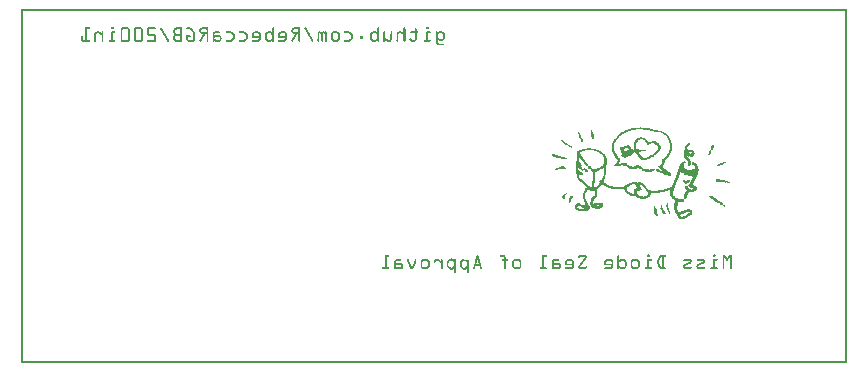
<source format=gbo>
G04 MADE WITH FRITZING*
G04 WWW.FRITZING.ORG*
G04 DOUBLE SIDED*
G04 HOLES PLATED*
G04 CONTOUR ON CENTER OF CONTOUR VECTOR*
%ASAXBY*%
%FSLAX23Y23*%
%MOIN*%
%OFA0B0*%
%SFA1.0B1.0*%
%ADD10R,0.001000X0.001000*%
%LNSILK0*%
G90*
G70*
G36*
X1905Y779D02*
X1905Y772D01*
X1907Y772D01*
X1907Y764D01*
X1909Y764D01*
X1909Y756D01*
X1910Y756D01*
X1910Y747D01*
X1905Y747D01*
X1905Y751D01*
X1904Y751D01*
X1904Y754D01*
X1902Y754D01*
X1902Y767D01*
X1901Y767D01*
X1901Y779D01*
X1905Y779D01*
G37*
D02*
G36*
X1861Y772D02*
X1861Y769D01*
X1863Y769D01*
X1863Y765D01*
X1864Y765D01*
X1864Y762D01*
X1866Y762D01*
X1866Y757D01*
X1868Y757D01*
X1868Y752D01*
X1869Y752D01*
X1869Y749D01*
X1871Y749D01*
X1871Y746D01*
X1873Y746D01*
X1873Y741D01*
X1874Y741D01*
X1874Y738D01*
X1873Y738D01*
X1873Y736D01*
X1869Y736D01*
X1869Y738D01*
X1868Y738D01*
X1868Y743D01*
X1866Y743D01*
X1866Y746D01*
X1864Y746D01*
X1864Y749D01*
X1863Y749D01*
X1863Y752D01*
X1861Y752D01*
X1861Y757D01*
X1860Y757D01*
X1860Y764D01*
X1858Y764D01*
X1858Y767D01*
X1856Y767D01*
X1856Y772D01*
X1861Y772D01*
G37*
D02*
G36*
X2071Y754D02*
X2071Y752D01*
X2078Y752D01*
X2078Y751D01*
X2081Y751D01*
X2081Y749D01*
X2083Y749D01*
X2083Y746D01*
X2063Y746D01*
X2063Y744D01*
X2060Y744D01*
X2060Y743D01*
X2058Y743D01*
X2058Y741D01*
X2056Y741D01*
X2056Y739D01*
X2055Y739D01*
X2055Y736D01*
X2053Y736D01*
X2053Y733D01*
X2051Y733D01*
X2051Y726D01*
X2050Y726D01*
X2050Y723D01*
X2051Y723D01*
X2051Y715D01*
X2053Y715D01*
X2053Y713D01*
X2061Y713D01*
X2061Y711D01*
X2043Y711D01*
X2043Y729D01*
X2045Y729D01*
X2045Y736D01*
X2047Y736D01*
X2047Y739D01*
X2048Y739D01*
X2048Y743D01*
X2050Y743D01*
X2050Y744D01*
X2051Y744D01*
X2051Y746D01*
X2053Y746D01*
X2053Y747D01*
X2055Y747D01*
X2055Y751D01*
X2060Y751D01*
X2060Y752D01*
X2065Y752D01*
X2065Y754D01*
X2071Y754D01*
G37*
D02*
G36*
X2084Y746D02*
X2084Y744D01*
X2086Y744D01*
X2086Y743D01*
X2088Y743D01*
X2088Y741D01*
X2089Y741D01*
X2089Y738D01*
X2083Y738D01*
X2083Y739D01*
X2081Y739D01*
X2081Y743D01*
X2079Y743D01*
X2079Y744D01*
X2074Y744D01*
X2074Y746D01*
X2084Y746D01*
G37*
D02*
G36*
X2117Y741D02*
X2117Y739D01*
X2119Y739D01*
X2119Y738D01*
X2096Y738D01*
X2096Y739D01*
X2104Y739D01*
X2104Y741D01*
X2117Y741D01*
G37*
D02*
G36*
X2120Y738D02*
X2120Y736D01*
X2084Y736D01*
X2084Y738D01*
X2120Y738D01*
G37*
D02*
G36*
X2120Y738D02*
X2120Y736D01*
X2084Y736D01*
X2084Y738D01*
X2120Y738D01*
G37*
D02*
G36*
X2122Y736D02*
X2122Y734D01*
X2124Y734D01*
X2124Y733D01*
X2102Y733D01*
X2102Y731D01*
X2094Y731D01*
X2094Y729D01*
X2091Y729D01*
X2091Y728D01*
X2089Y728D01*
X2089Y729D01*
X2088Y729D01*
X2088Y731D01*
X2086Y731D01*
X2086Y734D01*
X2084Y734D01*
X2084Y736D01*
X2122Y736D01*
G37*
D02*
G36*
X2127Y733D02*
X2127Y729D01*
X2130Y729D01*
X2130Y726D01*
X2132Y726D01*
X2132Y723D01*
X2133Y723D01*
X2133Y713D01*
X2132Y713D01*
X2132Y710D01*
X2130Y710D01*
X2130Y708D01*
X2129Y708D01*
X2129Y706D01*
X2127Y706D01*
X2127Y703D01*
X2125Y703D01*
X2125Y702D01*
X2124Y702D01*
X2124Y700D01*
X2122Y700D01*
X2122Y698D01*
X2120Y698D01*
X2120Y697D01*
X2117Y697D01*
X2117Y695D01*
X2115Y695D01*
X2115Y693D01*
X2112Y693D01*
X2112Y692D01*
X2111Y692D01*
X2111Y688D01*
X2107Y688D01*
X2107Y687D01*
X2101Y687D01*
X2101Y685D01*
X2099Y685D01*
X2099Y683D01*
X2083Y683D01*
X2083Y685D01*
X2086Y685D01*
X2086Y687D01*
X2091Y687D01*
X2091Y688D01*
X2094Y688D01*
X2094Y690D01*
X2097Y690D01*
X2097Y693D01*
X2102Y693D01*
X2102Y695D01*
X2106Y695D01*
X2106Y697D01*
X2107Y697D01*
X2107Y698D01*
X2111Y698D01*
X2111Y700D01*
X2112Y700D01*
X2112Y702D01*
X2115Y702D01*
X2115Y703D01*
X2117Y703D01*
X2117Y706D01*
X2119Y706D01*
X2119Y708D01*
X2120Y708D01*
X2120Y710D01*
X2122Y710D01*
X2122Y711D01*
X2124Y711D01*
X2124Y713D01*
X2125Y713D01*
X2125Y723D01*
X2124Y723D01*
X2124Y724D01*
X2122Y724D01*
X2122Y726D01*
X2120Y726D01*
X2120Y728D01*
X2119Y728D01*
X2119Y729D01*
X2115Y729D01*
X2115Y731D01*
X2112Y731D01*
X2112Y733D01*
X2127Y733D01*
G37*
D02*
G36*
X2028Y726D02*
X2028Y724D01*
X2030Y724D01*
X2030Y721D01*
X2032Y721D01*
X2032Y720D01*
X2033Y720D01*
X2033Y718D01*
X2024Y718D01*
X2024Y716D01*
X2015Y716D01*
X2015Y715D01*
X2014Y715D01*
X2014Y713D01*
X2010Y713D01*
X2010Y711D01*
X2012Y711D01*
X2012Y708D01*
X1999Y708D01*
X1999Y710D01*
X1996Y710D01*
X1996Y716D01*
X1997Y716D01*
X1997Y720D01*
X2007Y720D01*
X2007Y721D01*
X2010Y721D01*
X2010Y723D01*
X2015Y723D01*
X2015Y724D01*
X2022Y724D01*
X2022Y726D01*
X2028Y726D01*
G37*
D02*
G36*
X2033Y718D02*
X2033Y715D01*
X2035Y715D01*
X2035Y713D01*
X2040Y713D01*
X2040Y711D01*
X2028Y711D01*
X2028Y713D01*
X2027Y713D01*
X2027Y715D01*
X2025Y715D01*
X2025Y718D01*
X2033Y718D01*
G37*
D02*
G36*
X2084Y711D02*
X2084Y710D01*
X2027Y710D01*
X2027Y711D01*
X2084Y711D01*
G37*
D02*
G36*
X2084Y711D02*
X2084Y710D01*
X2027Y710D01*
X2027Y711D01*
X2084Y711D01*
G37*
D02*
G36*
X2084Y710D02*
X2084Y708D01*
X2022Y708D01*
X2022Y710D01*
X2084Y710D01*
G37*
D02*
G36*
X2083Y708D02*
X2083Y706D01*
X2001Y706D01*
X2001Y708D01*
X2083Y708D01*
G37*
D02*
G36*
X2083Y708D02*
X2083Y706D01*
X2001Y706D01*
X2001Y708D01*
X2083Y708D01*
G37*
D02*
G36*
X2066Y706D02*
X2066Y705D01*
X2061Y705D01*
X2061Y703D01*
X2045Y703D01*
X2045Y702D01*
X2040Y702D01*
X2040Y700D01*
X2024Y700D01*
X2024Y698D01*
X2004Y698D01*
X2004Y700D01*
X2006Y700D01*
X2006Y702D01*
X2002Y702D01*
X2002Y703D01*
X2004Y703D01*
X2004Y705D01*
X2002Y705D01*
X2002Y706D01*
X2066Y706D01*
G37*
D02*
G36*
X2061Y703D02*
X2061Y698D01*
X2063Y698D01*
X2063Y697D01*
X2065Y697D01*
X2065Y695D01*
X2066Y695D01*
X2066Y693D01*
X2068Y693D01*
X2068Y690D01*
X2069Y690D01*
X2069Y688D01*
X2073Y688D01*
X2073Y687D01*
X2074Y687D01*
X2074Y685D01*
X2078Y685D01*
X2078Y683D01*
X2063Y683D01*
X2063Y685D01*
X2061Y685D01*
X2061Y687D01*
X2060Y687D01*
X2060Y688D01*
X2058Y688D01*
X2058Y692D01*
X2056Y692D01*
X2056Y693D01*
X2055Y693D01*
X2055Y697D01*
X2053Y697D01*
X2053Y698D01*
X2051Y698D01*
X2051Y700D01*
X2050Y700D01*
X2050Y702D01*
X2047Y702D01*
X2047Y703D01*
X2061Y703D01*
G37*
D02*
G36*
X2040Y700D02*
X2040Y698D01*
X2025Y698D01*
X2025Y700D01*
X2040Y700D01*
G37*
D02*
G36*
X2038Y698D02*
X2038Y697D01*
X2004Y697D01*
X2004Y698D01*
X2038Y698D01*
G37*
D02*
G36*
X2038Y698D02*
X2038Y697D01*
X2004Y697D01*
X2004Y698D01*
X2038Y698D01*
G37*
D02*
G36*
X2037Y697D02*
X2037Y693D01*
X2035Y693D01*
X2035Y692D01*
X2033Y692D01*
X2033Y690D01*
X2025Y690D01*
X2025Y688D01*
X2020Y688D01*
X2020Y687D01*
X2017Y687D01*
X2017Y685D01*
X2009Y685D01*
X2009Y687D01*
X2006Y687D01*
X2006Y688D01*
X2004Y688D01*
X2004Y690D01*
X2002Y690D01*
X2002Y693D01*
X2004Y693D01*
X2004Y697D01*
X2037Y697D01*
G37*
D02*
G36*
X2096Y683D02*
X2096Y682D01*
X2065Y682D01*
X2065Y683D01*
X2096Y683D01*
G37*
D02*
G36*
X2096Y683D02*
X2096Y682D01*
X2065Y682D01*
X2065Y683D01*
X2096Y683D01*
G37*
D02*
G36*
X2092Y682D02*
X2092Y680D01*
X2088Y680D01*
X2088Y679D01*
X2084Y679D01*
X2084Y677D01*
X2071Y677D01*
X2071Y679D01*
X2068Y679D01*
X2068Y680D01*
X2066Y680D01*
X2066Y682D01*
X2092Y682D01*
G37*
D02*
G36*
X2230Y733D02*
X2230Y728D01*
X2229Y728D01*
X2229Y726D01*
X2227Y726D01*
X2227Y724D01*
X2225Y724D01*
X2225Y721D01*
X2224Y721D01*
X2224Y720D01*
X2222Y720D01*
X2222Y713D01*
X2225Y713D01*
X2225Y711D01*
X2237Y711D01*
X2237Y710D01*
X2240Y710D01*
X2240Y708D01*
X2242Y708D01*
X2242Y706D01*
X2243Y706D01*
X2243Y703D01*
X2227Y703D01*
X2227Y700D01*
X2229Y700D01*
X2229Y698D01*
X2212Y698D01*
X2212Y710D01*
X2214Y710D01*
X2214Y720D01*
X2215Y720D01*
X2215Y723D01*
X2217Y723D01*
X2217Y726D01*
X2219Y726D01*
X2219Y728D01*
X2220Y728D01*
X2220Y729D01*
X2222Y729D01*
X2222Y731D01*
X2225Y731D01*
X2225Y733D01*
X2230Y733D01*
G37*
D02*
G36*
X2245Y703D02*
X2245Y702D01*
X2247Y702D01*
X2247Y698D01*
X2235Y698D01*
X2235Y700D01*
X2237Y700D01*
X2237Y703D01*
X2245Y703D01*
G37*
D02*
G36*
X2245Y698D02*
X2245Y697D01*
X2212Y697D01*
X2212Y698D01*
X2245Y698D01*
G37*
D02*
G36*
X2245Y698D02*
X2245Y697D01*
X2212Y697D01*
X2212Y698D01*
X2245Y698D01*
G37*
D02*
G36*
X2245Y697D02*
X2245Y692D01*
X2243Y692D01*
X2243Y690D01*
X2222Y690D01*
X2222Y688D01*
X2211Y688D01*
X2211Y697D01*
X2245Y697D01*
G37*
D02*
G36*
X2242Y690D02*
X2242Y688D01*
X2229Y688D01*
X2229Y690D01*
X2242Y690D01*
G37*
D02*
G36*
X2227Y690D02*
X2227Y688D01*
X2224Y688D01*
X2224Y690D01*
X2227Y690D01*
G37*
D02*
G36*
X2224Y688D02*
X2224Y685D01*
X2225Y685D01*
X2225Y683D01*
X2227Y683D01*
X2227Y680D01*
X2229Y680D01*
X2229Y677D01*
X2232Y677D01*
X2232Y675D01*
X2234Y675D01*
X2234Y665D01*
X2235Y665D01*
X2235Y664D01*
X2234Y664D01*
X2234Y662D01*
X2232Y662D01*
X2232Y659D01*
X2230Y659D01*
X2230Y657D01*
X2224Y657D01*
X2224Y665D01*
X2225Y665D01*
X2225Y670D01*
X2224Y670D01*
X2224Y674D01*
X2222Y674D01*
X2222Y675D01*
X2220Y675D01*
X2220Y677D01*
X2217Y677D01*
X2217Y680D01*
X2215Y680D01*
X2215Y682D01*
X2214Y682D01*
X2214Y685D01*
X2212Y685D01*
X2212Y687D01*
X2211Y687D01*
X2211Y688D01*
X2224Y688D01*
G37*
D02*
G36*
X2311Y728D02*
X2311Y723D01*
X2309Y723D01*
X2309Y718D01*
X2307Y718D01*
X2307Y715D01*
X2306Y715D01*
X2306Y711D01*
X2304Y711D01*
X2304Y710D01*
X2302Y710D01*
X2302Y706D01*
X2301Y706D01*
X2301Y700D01*
X2299Y700D01*
X2299Y698D01*
X2298Y698D01*
X2298Y693D01*
X2291Y693D01*
X2291Y698D01*
X2293Y698D01*
X2293Y702D01*
X2294Y702D01*
X2294Y706D01*
X2296Y706D01*
X2296Y710D01*
X2298Y710D01*
X2298Y711D01*
X2299Y711D01*
X2299Y716D01*
X2301Y716D01*
X2301Y721D01*
X2302Y721D01*
X2302Y724D01*
X2304Y724D01*
X2304Y726D01*
X2306Y726D01*
X2306Y728D01*
X2311Y728D01*
G37*
D02*
G36*
X1779Y697D02*
X1779Y695D01*
X1786Y695D01*
X1786Y693D01*
X1789Y693D01*
X1789Y692D01*
X1796Y692D01*
X1796Y690D01*
X1802Y690D01*
X1802Y688D01*
X1810Y688D01*
X1810Y687D01*
X1815Y687D01*
X1815Y685D01*
X1819Y685D01*
X1819Y682D01*
X1817Y682D01*
X1817Y680D01*
X1809Y680D01*
X1809Y682D01*
X1800Y682D01*
X1800Y683D01*
X1796Y683D01*
X1796Y685D01*
X1784Y685D01*
X1784Y687D01*
X1781Y687D01*
X1781Y688D01*
X1774Y688D01*
X1774Y690D01*
X1771Y690D01*
X1771Y692D01*
X1769Y692D01*
X1769Y695D01*
X1771Y695D01*
X1771Y697D01*
X1779Y697D01*
G37*
D02*
G36*
X2348Y672D02*
X2348Y670D01*
X2350Y670D01*
X2350Y669D01*
X2348Y669D01*
X2348Y667D01*
X2343Y667D01*
X2343Y665D01*
X2340Y665D01*
X2340Y664D01*
X2339Y664D01*
X2339Y662D01*
X2335Y662D01*
X2335Y660D01*
X2330Y660D01*
X2330Y659D01*
X2325Y659D01*
X2325Y657D01*
X2320Y657D01*
X2320Y662D01*
X2324Y662D01*
X2324Y664D01*
X2327Y664D01*
X2327Y665D01*
X2330Y665D01*
X2330Y667D01*
X2334Y667D01*
X2334Y669D01*
X2340Y669D01*
X2340Y670D01*
X2343Y670D01*
X2343Y672D01*
X2348Y672D01*
G37*
D02*
G36*
X1809Y656D02*
X1809Y654D01*
X1815Y654D01*
X1815Y651D01*
X1817Y651D01*
X1817Y649D01*
X1815Y649D01*
X1815Y647D01*
X1797Y647D01*
X1797Y646D01*
X1792Y646D01*
X1792Y644D01*
X1782Y644D01*
X1782Y649D01*
X1784Y649D01*
X1784Y651D01*
X1792Y651D01*
X1792Y652D01*
X1794Y652D01*
X1794Y654D01*
X1800Y654D01*
X1800Y656D01*
X1809Y656D01*
G37*
D02*
G36*
X2066Y787D02*
X2066Y785D01*
X2088Y785D01*
X2088Y784D01*
X2096Y784D01*
X2096Y782D01*
X2102Y782D01*
X2102Y780D01*
X2050Y780D01*
X2050Y779D01*
X2045Y779D01*
X2045Y777D01*
X2035Y777D01*
X2035Y775D01*
X2028Y775D01*
X2028Y774D01*
X2024Y774D01*
X2024Y772D01*
X2020Y772D01*
X2020Y770D01*
X2017Y770D01*
X2017Y769D01*
X2014Y769D01*
X2014Y767D01*
X2009Y767D01*
X2009Y765D01*
X2006Y765D01*
X2006Y764D01*
X2004Y764D01*
X2004Y762D01*
X2001Y762D01*
X2001Y761D01*
X1999Y761D01*
X1999Y759D01*
X1997Y759D01*
X1997Y757D01*
X1996Y757D01*
X1996Y756D01*
X1994Y756D01*
X1994Y752D01*
X1992Y752D01*
X1992Y751D01*
X1989Y751D01*
X1989Y747D01*
X1987Y747D01*
X1987Y746D01*
X1986Y746D01*
X1986Y744D01*
X1984Y744D01*
X1984Y741D01*
X1983Y741D01*
X1983Y739D01*
X1981Y739D01*
X1981Y738D01*
X1979Y738D01*
X1979Y733D01*
X1978Y733D01*
X1978Y724D01*
X1976Y724D01*
X1976Y720D01*
X1978Y720D01*
X1978Y716D01*
X1976Y716D01*
X1976Y713D01*
X1978Y713D01*
X1978Y708D01*
X1979Y708D01*
X1979Y705D01*
X1981Y705D01*
X1981Y702D01*
X1983Y702D01*
X1983Y698D01*
X1984Y698D01*
X1984Y697D01*
X1986Y697D01*
X1986Y693D01*
X1987Y693D01*
X1987Y690D01*
X1989Y690D01*
X1989Y688D01*
X1991Y688D01*
X1991Y687D01*
X1992Y687D01*
X1992Y685D01*
X1996Y685D01*
X1996Y683D01*
X1997Y683D01*
X1997Y675D01*
X1996Y675D01*
X1996Y672D01*
X1994Y672D01*
X1994Y669D01*
X1992Y669D01*
X1992Y667D01*
X1994Y667D01*
X1994Y665D01*
X1983Y665D01*
X1983Y667D01*
X1984Y667D01*
X1984Y669D01*
X1986Y669D01*
X1986Y670D01*
X1987Y670D01*
X1987Y675D01*
X1989Y675D01*
X1989Y679D01*
X1987Y679D01*
X1987Y680D01*
X1986Y680D01*
X1986Y682D01*
X1984Y682D01*
X1984Y685D01*
X1981Y685D01*
X1981Y687D01*
X1979Y687D01*
X1979Y692D01*
X1978Y692D01*
X1978Y693D01*
X1976Y693D01*
X1976Y698D01*
X1974Y698D01*
X1974Y702D01*
X1973Y702D01*
X1973Y705D01*
X1971Y705D01*
X1971Y716D01*
X1969Y716D01*
X1969Y724D01*
X1971Y724D01*
X1971Y734D01*
X1973Y734D01*
X1973Y738D01*
X1974Y738D01*
X1974Y741D01*
X1976Y741D01*
X1976Y744D01*
X1978Y744D01*
X1978Y746D01*
X1979Y746D01*
X1979Y747D01*
X1981Y747D01*
X1981Y749D01*
X1983Y749D01*
X1983Y751D01*
X1984Y751D01*
X1984Y752D01*
X1986Y752D01*
X1986Y754D01*
X1987Y754D01*
X1987Y756D01*
X1989Y756D01*
X1989Y759D01*
X1991Y759D01*
X1991Y761D01*
X1992Y761D01*
X1992Y762D01*
X1994Y762D01*
X1994Y764D01*
X1996Y764D01*
X1996Y765D01*
X1997Y765D01*
X1997Y767D01*
X1999Y767D01*
X1999Y769D01*
X2002Y769D01*
X2002Y770D01*
X2006Y770D01*
X2006Y772D01*
X2009Y772D01*
X2009Y774D01*
X2012Y774D01*
X2012Y775D01*
X2015Y775D01*
X2015Y777D01*
X2019Y777D01*
X2019Y779D01*
X2025Y779D01*
X2025Y780D01*
X2028Y780D01*
X2028Y782D01*
X2033Y782D01*
X2033Y784D01*
X2040Y784D01*
X2040Y785D01*
X2065Y785D01*
X2065Y787D01*
X2066Y787D01*
G37*
D02*
G36*
X2107Y780D02*
X2107Y779D01*
X2112Y779D01*
X2112Y777D01*
X2124Y777D01*
X2124Y775D01*
X2132Y775D01*
X2132Y774D01*
X2137Y774D01*
X2137Y772D01*
X2115Y772D01*
X2115Y770D01*
X2112Y770D01*
X2112Y772D01*
X2109Y772D01*
X2109Y774D01*
X2106Y774D01*
X2106Y775D01*
X2097Y775D01*
X2097Y777D01*
X2086Y777D01*
X2086Y779D01*
X2074Y779D01*
X2074Y780D01*
X2107Y780D01*
G37*
D02*
G36*
X2142Y772D02*
X2142Y770D01*
X2145Y770D01*
X2145Y769D01*
X2147Y769D01*
X2147Y767D01*
X2150Y767D01*
X2150Y765D01*
X2152Y765D01*
X2152Y764D01*
X2153Y764D01*
X2153Y762D01*
X2155Y762D01*
X2155Y761D01*
X2156Y761D01*
X2156Y759D01*
X2158Y759D01*
X2158Y757D01*
X2160Y757D01*
X2160Y754D01*
X2161Y754D01*
X2161Y751D01*
X2163Y751D01*
X2163Y747D01*
X2165Y747D01*
X2165Y744D01*
X2166Y744D01*
X2166Y738D01*
X2168Y738D01*
X2168Y733D01*
X2170Y733D01*
X2170Y724D01*
X2171Y724D01*
X2171Y716D01*
X2170Y716D01*
X2170Y706D01*
X2168Y706D01*
X2168Y705D01*
X2166Y705D01*
X2166Y700D01*
X2165Y700D01*
X2165Y695D01*
X2163Y695D01*
X2163Y693D01*
X2161Y693D01*
X2161Y692D01*
X2160Y692D01*
X2160Y688D01*
X2158Y688D01*
X2158Y685D01*
X2156Y685D01*
X2156Y683D01*
X2155Y683D01*
X2155Y682D01*
X2153Y682D01*
X2153Y680D01*
X2150Y680D01*
X2150Y679D01*
X2148Y679D01*
X2148Y677D01*
X2147Y677D01*
X2147Y669D01*
X2145Y669D01*
X2145Y662D01*
X2143Y662D01*
X2143Y660D01*
X2142Y660D01*
X2142Y659D01*
X2140Y659D01*
X2140Y657D01*
X2142Y657D01*
X2142Y651D01*
X2143Y651D01*
X2143Y649D01*
X2130Y649D01*
X2130Y647D01*
X2129Y647D01*
X2129Y652D01*
X2127Y652D01*
X2127Y654D01*
X2125Y654D01*
X2125Y659D01*
X2129Y659D01*
X2129Y660D01*
X2132Y660D01*
X2132Y662D01*
X2133Y662D01*
X2133Y664D01*
X2135Y664D01*
X2135Y665D01*
X2137Y665D01*
X2137Y669D01*
X2138Y669D01*
X2138Y674D01*
X2137Y674D01*
X2137Y679D01*
X2138Y679D01*
X2138Y680D01*
X2140Y680D01*
X2140Y682D01*
X2143Y682D01*
X2143Y683D01*
X2145Y683D01*
X2145Y685D01*
X2147Y685D01*
X2147Y687D01*
X2148Y687D01*
X2148Y688D01*
X2152Y688D01*
X2152Y692D01*
X2153Y692D01*
X2153Y693D01*
X2155Y693D01*
X2155Y697D01*
X2156Y697D01*
X2156Y700D01*
X2158Y700D01*
X2158Y702D01*
X2160Y702D01*
X2160Y706D01*
X2161Y706D01*
X2161Y710D01*
X2163Y710D01*
X2163Y733D01*
X2161Y733D01*
X2161Y738D01*
X2160Y738D01*
X2160Y743D01*
X2158Y743D01*
X2158Y747D01*
X2156Y747D01*
X2156Y751D01*
X2155Y751D01*
X2155Y752D01*
X2153Y752D01*
X2153Y756D01*
X2152Y756D01*
X2152Y757D01*
X2150Y757D01*
X2150Y761D01*
X2148Y761D01*
X2148Y762D01*
X2145Y762D01*
X2145Y764D01*
X2142Y764D01*
X2142Y765D01*
X2140Y765D01*
X2140Y767D01*
X2135Y767D01*
X2135Y769D01*
X2133Y769D01*
X2133Y770D01*
X2125Y770D01*
X2125Y772D01*
X2142Y772D01*
G37*
D02*
G36*
X2020Y667D02*
X2020Y665D01*
X2010Y665D01*
X2010Y667D01*
X2020Y667D01*
G37*
D02*
G36*
X2009Y667D02*
X2009Y665D01*
X2002Y665D01*
X2002Y667D01*
X2009Y667D01*
G37*
D02*
G36*
X2022Y665D02*
X2022Y664D01*
X1981Y664D01*
X1981Y665D01*
X2022Y665D01*
G37*
D02*
G36*
X2022Y665D02*
X2022Y664D01*
X1981Y664D01*
X1981Y665D01*
X2022Y665D01*
G37*
D02*
G36*
X2022Y665D02*
X2022Y664D01*
X1981Y664D01*
X1981Y665D01*
X2022Y665D01*
G37*
D02*
G36*
X2022Y664D02*
X2022Y662D01*
X2024Y662D01*
X2024Y660D01*
X1999Y660D01*
X1999Y659D01*
X1992Y659D01*
X1992Y657D01*
X1986Y657D01*
X1986Y656D01*
X1978Y656D01*
X1978Y657D01*
X1974Y657D01*
X1974Y659D01*
X1976Y659D01*
X1976Y660D01*
X1978Y660D01*
X1978Y662D01*
X1979Y662D01*
X1979Y664D01*
X2022Y664D01*
G37*
D02*
G36*
X2058Y662D02*
X2058Y660D01*
X2061Y660D01*
X2061Y659D01*
X2063Y659D01*
X2063Y657D01*
X2066Y657D01*
X2066Y656D01*
X2068Y656D01*
X2068Y654D01*
X2043Y654D01*
X2043Y656D01*
X2050Y656D01*
X2050Y657D01*
X2051Y657D01*
X2051Y660D01*
X2053Y660D01*
X2053Y662D01*
X2058Y662D01*
G37*
D02*
G36*
X2027Y660D02*
X2027Y659D01*
X2030Y659D01*
X2030Y657D01*
X2033Y657D01*
X2033Y656D01*
X2038Y656D01*
X2038Y654D01*
X2022Y654D01*
X2022Y656D01*
X2020Y656D01*
X2020Y657D01*
X2019Y657D01*
X2019Y659D01*
X2007Y659D01*
X2007Y660D01*
X2027Y660D01*
G37*
D02*
G36*
X2071Y654D02*
X2071Y652D01*
X2024Y652D01*
X2024Y654D01*
X2071Y654D01*
G37*
D02*
G36*
X2071Y654D02*
X2071Y652D01*
X2024Y652D01*
X2024Y654D01*
X2071Y654D01*
G37*
D02*
G36*
X2073Y652D02*
X2073Y651D01*
X2074Y651D01*
X2074Y649D01*
X2078Y649D01*
X2078Y647D01*
X2081Y647D01*
X2081Y646D01*
X2094Y646D01*
X2094Y644D01*
X2069Y644D01*
X2069Y646D01*
X2066Y646D01*
X2066Y647D01*
X2065Y647D01*
X2065Y649D01*
X2061Y649D01*
X2061Y651D01*
X2060Y651D01*
X2060Y652D01*
X2073Y652D01*
G37*
D02*
G36*
X2056Y652D02*
X2056Y651D01*
X2055Y651D01*
X2055Y649D01*
X2051Y649D01*
X2051Y647D01*
X2042Y647D01*
X2042Y646D01*
X2037Y646D01*
X2037Y647D01*
X2030Y647D01*
X2030Y649D01*
X2027Y649D01*
X2027Y651D01*
X2025Y651D01*
X2025Y652D01*
X2056Y652D01*
G37*
D02*
G36*
X2145Y649D02*
X2145Y647D01*
X2148Y647D01*
X2148Y646D01*
X2152Y646D01*
X2152Y644D01*
X2153Y644D01*
X2153Y642D01*
X2155Y642D01*
X2155Y641D01*
X2138Y641D01*
X2138Y642D01*
X2137Y642D01*
X2137Y644D01*
X2135Y644D01*
X2135Y646D01*
X2133Y646D01*
X2133Y647D01*
X2132Y647D01*
X2132Y649D01*
X2145Y649D01*
G37*
D02*
G36*
X2124Y647D02*
X2124Y646D01*
X2127Y646D01*
X2127Y644D01*
X2132Y644D01*
X2132Y642D01*
X2117Y642D01*
X2117Y646D01*
X2119Y646D01*
X2119Y647D01*
X2124Y647D01*
G37*
D02*
G36*
X2112Y647D02*
X2112Y646D01*
X2114Y646D01*
X2114Y644D01*
X2096Y644D01*
X2096Y646D01*
X2109Y646D01*
X2109Y647D01*
X2112Y647D01*
G37*
D02*
G36*
X2112Y644D02*
X2112Y642D01*
X2071Y642D01*
X2071Y644D01*
X2112Y644D01*
G37*
D02*
G36*
X2112Y644D02*
X2112Y642D01*
X2071Y642D01*
X2071Y644D01*
X2112Y644D01*
G37*
D02*
G36*
X2137Y642D02*
X2137Y641D01*
X2119Y641D01*
X2119Y642D01*
X2137Y642D01*
G37*
D02*
G36*
X2109Y642D02*
X2109Y641D01*
X2104Y641D01*
X2104Y639D01*
X2079Y639D01*
X2079Y641D01*
X2074Y641D01*
X2074Y642D01*
X2109Y642D01*
G37*
D02*
G36*
X2156Y641D02*
X2156Y639D01*
X2120Y639D01*
X2120Y641D01*
X2156Y641D01*
G37*
D02*
G36*
X2156Y641D02*
X2156Y639D01*
X2120Y639D01*
X2120Y641D01*
X2156Y641D01*
G37*
D02*
G36*
X2160Y639D02*
X2160Y636D01*
X2163Y636D01*
X2163Y634D01*
X2165Y634D01*
X2165Y633D01*
X2166Y633D01*
X2166Y629D01*
X2168Y629D01*
X2168Y626D01*
X2166Y626D01*
X2166Y624D01*
X2158Y624D01*
X2158Y626D01*
X2152Y626D01*
X2152Y628D01*
X2148Y628D01*
X2148Y629D01*
X2145Y629D01*
X2145Y631D01*
X2140Y631D01*
X2140Y633D01*
X2137Y633D01*
X2137Y634D01*
X2132Y634D01*
X2132Y636D01*
X2129Y636D01*
X2129Y638D01*
X2125Y638D01*
X2125Y639D01*
X2160Y639D01*
G37*
D02*
G36*
X2329Y613D02*
X2329Y611D01*
X2337Y611D01*
X2337Y610D01*
X2347Y610D01*
X2347Y608D01*
X2352Y608D01*
X2352Y606D01*
X2357Y606D01*
X2357Y605D01*
X2361Y605D01*
X2361Y603D01*
X2352Y603D01*
X2352Y601D01*
X2348Y601D01*
X2348Y603D01*
X2332Y603D01*
X2332Y605D01*
X2317Y605D01*
X2317Y606D01*
X2316Y606D01*
X2316Y611D01*
X2317Y611D01*
X2317Y613D01*
X2329Y613D01*
G37*
D02*
G36*
X2365Y603D02*
X2365Y601D01*
X2355Y601D01*
X2355Y603D01*
X2365Y603D01*
G37*
D02*
G36*
X2227Y611D02*
X2227Y610D01*
X2229Y610D01*
X2229Y606D01*
X2219Y606D01*
X2219Y608D01*
X2220Y608D01*
X2220Y610D01*
X2224Y610D01*
X2224Y611D01*
X2227Y611D01*
G37*
D02*
G36*
X2214Y611D02*
X2214Y610D01*
X2215Y610D01*
X2215Y608D01*
X2217Y608D01*
X2217Y606D01*
X2207Y606D01*
X2207Y611D01*
X2214Y611D01*
G37*
D02*
G36*
X2229Y606D02*
X2229Y605D01*
X2207Y605D01*
X2207Y606D01*
X2229Y606D01*
G37*
D02*
G36*
X2229Y606D02*
X2229Y605D01*
X2207Y605D01*
X2207Y606D01*
X2229Y606D01*
G37*
D02*
G36*
X2229Y605D02*
X2229Y603D01*
X2227Y603D01*
X2227Y601D01*
X2225Y601D01*
X2225Y600D01*
X2219Y600D01*
X2219Y598D01*
X2215Y598D01*
X2215Y600D01*
X2211Y600D01*
X2211Y601D01*
X2209Y601D01*
X2209Y603D01*
X2207Y603D01*
X2207Y605D01*
X2229Y605D01*
G37*
D02*
G36*
X2084Y574D02*
X2084Y572D01*
X2083Y572D01*
X2083Y574D01*
X2084Y574D01*
G37*
D02*
G36*
X2299Y559D02*
X2299Y557D01*
X2304Y557D01*
X2304Y556D01*
X2307Y556D01*
X2307Y554D01*
X2311Y554D01*
X2311Y552D01*
X2314Y552D01*
X2314Y551D01*
X2316Y551D01*
X2316Y549D01*
X2317Y549D01*
X2317Y547D01*
X2319Y547D01*
X2319Y546D01*
X2320Y546D01*
X2320Y544D01*
X2324Y544D01*
X2324Y542D01*
X2327Y542D01*
X2327Y541D01*
X2329Y541D01*
X2329Y539D01*
X2330Y539D01*
X2330Y537D01*
X2332Y537D01*
X2332Y536D01*
X2337Y536D01*
X2337Y534D01*
X2339Y534D01*
X2339Y533D01*
X2340Y533D01*
X2340Y531D01*
X2342Y531D01*
X2342Y529D01*
X2343Y529D01*
X2343Y528D01*
X2347Y528D01*
X2347Y526D01*
X2348Y526D01*
X2348Y523D01*
X2347Y523D01*
X2347Y521D01*
X2343Y521D01*
X2343Y523D01*
X2340Y523D01*
X2340Y524D01*
X2339Y524D01*
X2339Y526D01*
X2335Y526D01*
X2335Y528D01*
X2334Y528D01*
X2334Y529D01*
X2330Y529D01*
X2330Y531D01*
X2329Y531D01*
X2329Y533D01*
X2324Y533D01*
X2324Y534D01*
X2322Y534D01*
X2322Y536D01*
X2319Y536D01*
X2319Y537D01*
X2314Y537D01*
X2314Y541D01*
X2312Y541D01*
X2312Y542D01*
X2309Y542D01*
X2309Y544D01*
X2307Y544D01*
X2307Y546D01*
X2304Y546D01*
X2304Y547D01*
X2302Y547D01*
X2302Y549D01*
X2301Y549D01*
X2301Y551D01*
X2298Y551D01*
X2298Y552D01*
X2296Y552D01*
X2296Y554D01*
X2293Y554D01*
X2293Y557D01*
X2294Y557D01*
X2294Y559D01*
X2299Y559D01*
G37*
D02*
G36*
X1841Y557D02*
X1841Y554D01*
X1840Y554D01*
X1840Y552D01*
X1837Y552D01*
X1837Y549D01*
X1835Y549D01*
X1835Y547D01*
X1833Y547D01*
X1833Y536D01*
X1830Y536D01*
X1830Y534D01*
X1828Y534D01*
X1828Y537D01*
X1827Y537D01*
X1827Y549D01*
X1828Y549D01*
X1828Y552D01*
X1830Y552D01*
X1830Y554D01*
X1832Y554D01*
X1832Y556D01*
X1835Y556D01*
X1835Y557D01*
X1841Y557D01*
G37*
D02*
G36*
X2156Y533D02*
X2156Y531D01*
X2158Y531D01*
X2158Y526D01*
X2156Y526D01*
X2156Y524D01*
X2158Y524D01*
X2158Y518D01*
X2160Y518D01*
X2160Y513D01*
X2161Y513D01*
X2161Y508D01*
X2163Y508D01*
X2163Y505D01*
X2165Y505D01*
X2165Y496D01*
X2163Y496D01*
X2163Y498D01*
X2160Y498D01*
X2160Y503D01*
X2158Y503D01*
X2158Y505D01*
X2156Y505D01*
X2156Y510D01*
X2155Y510D01*
X2155Y513D01*
X2153Y513D01*
X2153Y518D01*
X2152Y518D01*
X2152Y519D01*
X2153Y519D01*
X2153Y521D01*
X2152Y521D01*
X2152Y528D01*
X2153Y528D01*
X2153Y531D01*
X2155Y531D01*
X2155Y533D01*
X2156Y533D01*
G37*
D02*
G36*
X2137Y526D02*
X2137Y524D01*
X2138Y524D01*
X2138Y519D01*
X2140Y519D01*
X2140Y518D01*
X2142Y518D01*
X2142Y511D01*
X2143Y511D01*
X2143Y510D01*
X2145Y510D01*
X2145Y508D01*
X2147Y508D01*
X2147Y505D01*
X2148Y505D01*
X2148Y501D01*
X2150Y501D01*
X2150Y496D01*
X2143Y496D01*
X2143Y498D01*
X2142Y498D01*
X2142Y500D01*
X2140Y500D01*
X2140Y501D01*
X2138Y501D01*
X2138Y506D01*
X2137Y506D01*
X2137Y510D01*
X2135Y510D01*
X2135Y513D01*
X2132Y513D01*
X2132Y519D01*
X2133Y519D01*
X2133Y524D01*
X2135Y524D01*
X2135Y526D01*
X2137Y526D01*
G37*
D02*
G36*
X2115Y523D02*
X2115Y519D01*
X2117Y519D01*
X2117Y514D01*
X2119Y514D01*
X2119Y501D01*
X2120Y501D01*
X2120Y500D01*
X2122Y500D01*
X2122Y498D01*
X2124Y498D01*
X2124Y495D01*
X2125Y495D01*
X2125Y490D01*
X2119Y490D01*
X2119Y492D01*
X2117Y492D01*
X2117Y493D01*
X2115Y493D01*
X2115Y496D01*
X2112Y496D01*
X2112Y501D01*
X2111Y501D01*
X2111Y513D01*
X2109Y513D01*
X2109Y514D01*
X2111Y514D01*
X2111Y519D01*
X2109Y519D01*
X2109Y521D01*
X2112Y521D01*
X2112Y523D01*
X2115Y523D01*
G37*
D02*
G36*
X1901Y716D02*
X1901Y715D01*
X1912Y715D01*
X1912Y713D01*
X1917Y713D01*
X1917Y711D01*
X1922Y711D01*
X1922Y710D01*
X1879Y710D01*
X1879Y708D01*
X1874Y708D01*
X1874Y706D01*
X1869Y706D01*
X1869Y705D01*
X1866Y705D01*
X1866Y703D01*
X1864Y703D01*
X1864Y698D01*
X1866Y698D01*
X1866Y693D01*
X1868Y693D01*
X1868Y692D01*
X1869Y692D01*
X1869Y688D01*
X1871Y688D01*
X1871Y687D01*
X1873Y687D01*
X1873Y685D01*
X1861Y685D01*
X1861Y682D01*
X1860Y682D01*
X1860Y670D01*
X1864Y670D01*
X1864Y669D01*
X1866Y669D01*
X1866Y667D01*
X1868Y667D01*
X1868Y662D01*
X1869Y662D01*
X1869Y659D01*
X1866Y659D01*
X1866Y656D01*
X1868Y656D01*
X1868Y654D01*
X1869Y654D01*
X1869Y651D01*
X1858Y651D01*
X1858Y649D01*
X1850Y649D01*
X1850Y657D01*
X1851Y657D01*
X1851Y675D01*
X1853Y675D01*
X1853Y706D01*
X1855Y706D01*
X1855Y708D01*
X1860Y708D01*
X1860Y710D01*
X1864Y710D01*
X1864Y711D01*
X1869Y711D01*
X1869Y713D01*
X1879Y713D01*
X1879Y715D01*
X1887Y715D01*
X1887Y716D01*
X1901Y716D01*
G37*
D02*
G36*
X1928Y710D02*
X1928Y708D01*
X1932Y708D01*
X1932Y706D01*
X1935Y706D01*
X1935Y705D01*
X1937Y705D01*
X1937Y703D01*
X1938Y703D01*
X1938Y702D01*
X1942Y702D01*
X1942Y698D01*
X1945Y698D01*
X1945Y697D01*
X1946Y697D01*
X1946Y695D01*
X1948Y695D01*
X1948Y692D01*
X1950Y692D01*
X1950Y688D01*
X1951Y688D01*
X1951Y685D01*
X1953Y685D01*
X1953Y679D01*
X1955Y679D01*
X1955Y674D01*
X1953Y674D01*
X1953Y672D01*
X1955Y672D01*
X1955Y669D01*
X1953Y669D01*
X1953Y660D01*
X1951Y660D01*
X1951Y651D01*
X1942Y651D01*
X1942Y649D01*
X1938Y649D01*
X1938Y647D01*
X1919Y647D01*
X1919Y649D01*
X1922Y649D01*
X1922Y651D01*
X1928Y651D01*
X1928Y652D01*
X1932Y652D01*
X1932Y654D01*
X1933Y654D01*
X1933Y656D01*
X1935Y656D01*
X1935Y657D01*
X1938Y657D01*
X1938Y659D01*
X1940Y659D01*
X1940Y660D01*
X1942Y660D01*
X1942Y665D01*
X1943Y665D01*
X1943Y670D01*
X1945Y670D01*
X1945Y674D01*
X1943Y674D01*
X1943Y675D01*
X1945Y675D01*
X1945Y679D01*
X1943Y679D01*
X1943Y680D01*
X1945Y680D01*
X1945Y683D01*
X1943Y683D01*
X1943Y688D01*
X1942Y688D01*
X1942Y692D01*
X1940Y692D01*
X1940Y693D01*
X1938Y693D01*
X1938Y697D01*
X1935Y697D01*
X1935Y698D01*
X1932Y698D01*
X1932Y700D01*
X1930Y700D01*
X1930Y702D01*
X1927Y702D01*
X1927Y703D01*
X1925Y703D01*
X1925Y705D01*
X1922Y705D01*
X1922Y706D01*
X1915Y706D01*
X1915Y708D01*
X1909Y708D01*
X1909Y710D01*
X1928Y710D01*
G37*
D02*
G36*
X1873Y685D02*
X1873Y683D01*
X1874Y683D01*
X1874Y682D01*
X1878Y682D01*
X1878Y679D01*
X1879Y679D01*
X1879Y677D01*
X1881Y677D01*
X1881Y674D01*
X1882Y674D01*
X1882Y670D01*
X1884Y670D01*
X1884Y669D01*
X1886Y669D01*
X1886Y667D01*
X1887Y667D01*
X1887Y665D01*
X1889Y665D01*
X1889Y664D01*
X1891Y664D01*
X1891Y662D01*
X1892Y662D01*
X1892Y659D01*
X1896Y659D01*
X1896Y657D01*
X1897Y657D01*
X1897Y656D01*
X1899Y656D01*
X1899Y654D01*
X1901Y654D01*
X1901Y651D01*
X1904Y651D01*
X1904Y649D01*
X1914Y649D01*
X1914Y647D01*
X1894Y647D01*
X1894Y649D01*
X1892Y649D01*
X1892Y651D01*
X1891Y651D01*
X1891Y652D01*
X1889Y652D01*
X1889Y656D01*
X1887Y656D01*
X1887Y657D01*
X1886Y657D01*
X1886Y659D01*
X1884Y659D01*
X1884Y660D01*
X1882Y660D01*
X1882Y662D01*
X1881Y662D01*
X1881Y664D01*
X1879Y664D01*
X1879Y665D01*
X1878Y665D01*
X1878Y667D01*
X1876Y667D01*
X1876Y670D01*
X1874Y670D01*
X1874Y672D01*
X1873Y672D01*
X1873Y675D01*
X1871Y675D01*
X1871Y677D01*
X1869Y677D01*
X1869Y679D01*
X1868Y679D01*
X1868Y680D01*
X1866Y680D01*
X1866Y682D01*
X1863Y682D01*
X1863Y685D01*
X1873Y685D01*
G37*
D02*
G36*
X2214Y674D02*
X2214Y672D01*
X2217Y672D01*
X2217Y669D01*
X2214Y669D01*
X2214Y667D01*
X2212Y667D01*
X2212Y665D01*
X2211Y665D01*
X2211Y662D01*
X2209Y662D01*
X2209Y659D01*
X2207Y659D01*
X2207Y657D01*
X2211Y657D01*
X2211Y654D01*
X2212Y654D01*
X2212Y651D01*
X2214Y651D01*
X2214Y649D01*
X2217Y649D01*
X2217Y647D01*
X2219Y647D01*
X2219Y646D01*
X2222Y646D01*
X2222Y644D01*
X2191Y644D01*
X2191Y647D01*
X2193Y647D01*
X2193Y651D01*
X2194Y651D01*
X2194Y657D01*
X2196Y657D01*
X2196Y662D01*
X2197Y662D01*
X2197Y665D01*
X2199Y665D01*
X2199Y667D01*
X2202Y667D01*
X2202Y669D01*
X2204Y669D01*
X2204Y670D01*
X2207Y670D01*
X2207Y672D01*
X2211Y672D01*
X2211Y674D01*
X2214Y674D01*
G37*
D02*
G36*
X2245Y670D02*
X2245Y669D01*
X2248Y669D01*
X2248Y667D01*
X2250Y667D01*
X2250Y665D01*
X2252Y665D01*
X2252Y664D01*
X2253Y664D01*
X2253Y662D01*
X2255Y662D01*
X2255Y659D01*
X2257Y659D01*
X2257Y656D01*
X2258Y656D01*
X2258Y646D01*
X2260Y646D01*
X2260Y644D01*
X2238Y644D01*
X2238Y646D01*
X2245Y646D01*
X2245Y649D01*
X2248Y649D01*
X2248Y652D01*
X2247Y652D01*
X2247Y654D01*
X2248Y654D01*
X2248Y656D01*
X2245Y656D01*
X2245Y659D01*
X2243Y659D01*
X2243Y660D01*
X2242Y660D01*
X2242Y662D01*
X2238Y662D01*
X2238Y665D01*
X2237Y665D01*
X2237Y669D01*
X2238Y669D01*
X2238Y670D01*
X2245Y670D01*
G37*
D02*
G36*
X1951Y651D02*
X1951Y641D01*
X1950Y641D01*
X1950Y626D01*
X1948Y626D01*
X1948Y624D01*
X1950Y624D01*
X1950Y623D01*
X1948Y623D01*
X1948Y618D01*
X1946Y618D01*
X1946Y615D01*
X1945Y615D01*
X1945Y611D01*
X1943Y611D01*
X1943Y610D01*
X1945Y610D01*
X1945Y606D01*
X1943Y606D01*
X1943Y603D01*
X1945Y603D01*
X1945Y601D01*
X1948Y601D01*
X1948Y600D01*
X1951Y600D01*
X1951Y598D01*
X1953Y598D01*
X1953Y597D01*
X1955Y597D01*
X1955Y595D01*
X1935Y595D01*
X1935Y593D01*
X1933Y593D01*
X1933Y592D01*
X1932Y592D01*
X1932Y588D01*
X1930Y588D01*
X1930Y587D01*
X1928Y587D01*
X1928Y585D01*
X1915Y585D01*
X1915Y587D01*
X1917Y587D01*
X1917Y588D01*
X1920Y588D01*
X1920Y590D01*
X1922Y590D01*
X1922Y592D01*
X1923Y592D01*
X1923Y593D01*
X1925Y593D01*
X1925Y595D01*
X1927Y595D01*
X1927Y597D01*
X1928Y597D01*
X1928Y600D01*
X1930Y600D01*
X1930Y603D01*
X1928Y603D01*
X1928Y608D01*
X1930Y608D01*
X1930Y610D01*
X1937Y610D01*
X1937Y611D01*
X1938Y611D01*
X1938Y616D01*
X1940Y616D01*
X1940Y619D01*
X1942Y619D01*
X1942Y624D01*
X1943Y624D01*
X1943Y651D01*
X1951Y651D01*
G37*
D02*
G36*
X1882Y651D02*
X1882Y649D01*
X1884Y649D01*
X1884Y647D01*
X1878Y647D01*
X1878Y651D01*
X1882Y651D01*
G37*
D02*
G36*
X1871Y651D02*
X1871Y649D01*
X1860Y649D01*
X1860Y651D01*
X1871Y651D01*
G37*
D02*
G36*
X1874Y649D02*
X1874Y647D01*
X1850Y647D01*
X1850Y649D01*
X1874Y649D01*
G37*
D02*
G36*
X1874Y649D02*
X1874Y647D01*
X1850Y647D01*
X1850Y649D01*
X1874Y649D01*
G37*
D02*
G36*
X1935Y647D02*
X1935Y646D01*
X1897Y646D01*
X1897Y647D01*
X1935Y647D01*
G37*
D02*
G36*
X1935Y647D02*
X1935Y646D01*
X1897Y646D01*
X1897Y647D01*
X1935Y647D01*
G37*
D02*
G36*
X1884Y647D02*
X1884Y646D01*
X1864Y646D01*
X1864Y647D01*
X1884Y647D01*
G37*
D02*
G36*
X1884Y647D02*
X1884Y646D01*
X1864Y646D01*
X1864Y647D01*
X1884Y647D01*
G37*
D02*
G36*
X1858Y647D02*
X1858Y644D01*
X1860Y644D01*
X1860Y642D01*
X1861Y642D01*
X1861Y641D01*
X1863Y641D01*
X1863Y639D01*
X1864Y639D01*
X1864Y638D01*
X1869Y638D01*
X1869Y636D01*
X1871Y636D01*
X1871Y633D01*
X1873Y633D01*
X1873Y629D01*
X1860Y629D01*
X1860Y626D01*
X1861Y626D01*
X1861Y624D01*
X1860Y624D01*
X1860Y623D01*
X1861Y623D01*
X1861Y619D01*
X1863Y619D01*
X1863Y616D01*
X1864Y616D01*
X1864Y615D01*
X1868Y615D01*
X1868Y613D01*
X1871Y613D01*
X1871Y611D01*
X1873Y611D01*
X1873Y610D01*
X1874Y610D01*
X1874Y606D01*
X1876Y606D01*
X1876Y605D01*
X1878Y605D01*
X1878Y603D01*
X1879Y603D01*
X1879Y601D01*
X1882Y601D01*
X1882Y600D01*
X1884Y600D01*
X1884Y597D01*
X1887Y597D01*
X1887Y595D01*
X1889Y595D01*
X1889Y593D01*
X1892Y593D01*
X1892Y592D01*
X1894Y592D01*
X1894Y590D01*
X1896Y590D01*
X1896Y588D01*
X1897Y588D01*
X1897Y587D01*
X1901Y587D01*
X1901Y585D01*
X1886Y585D01*
X1886Y587D01*
X1884Y587D01*
X1884Y590D01*
X1881Y590D01*
X1881Y593D01*
X1878Y593D01*
X1878Y595D01*
X1876Y595D01*
X1876Y597D01*
X1874Y597D01*
X1874Y598D01*
X1873Y598D01*
X1873Y600D01*
X1871Y600D01*
X1871Y601D01*
X1869Y601D01*
X1869Y603D01*
X1866Y603D01*
X1866Y605D01*
X1863Y605D01*
X1863Y606D01*
X1861Y606D01*
X1861Y610D01*
X1860Y610D01*
X1860Y611D01*
X1858Y611D01*
X1858Y615D01*
X1856Y615D01*
X1856Y616D01*
X1855Y616D01*
X1855Y618D01*
X1853Y618D01*
X1853Y623D01*
X1851Y623D01*
X1851Y624D01*
X1853Y624D01*
X1853Y631D01*
X1851Y631D01*
X1851Y638D01*
X1850Y638D01*
X1850Y639D01*
X1851Y639D01*
X1851Y642D01*
X1850Y642D01*
X1850Y647D01*
X1858Y647D01*
G37*
D02*
G36*
X1932Y646D02*
X1932Y644D01*
X1927Y644D01*
X1927Y642D01*
X1923Y642D01*
X1923Y641D01*
X1922Y641D01*
X1922Y639D01*
X1919Y639D01*
X1919Y638D01*
X1917Y638D01*
X1917Y636D01*
X1915Y636D01*
X1915Y631D01*
X1914Y631D01*
X1914Y626D01*
X1915Y626D01*
X1915Y624D01*
X1914Y624D01*
X1914Y613D01*
X1915Y613D01*
X1915Y611D01*
X1914Y611D01*
X1914Y601D01*
X1912Y601D01*
X1912Y587D01*
X1914Y587D01*
X1914Y585D01*
X1902Y585D01*
X1902Y588D01*
X1904Y588D01*
X1904Y593D01*
X1905Y593D01*
X1905Y595D01*
X1904Y595D01*
X1904Y598D01*
X1905Y598D01*
X1905Y608D01*
X1907Y608D01*
X1907Y636D01*
X1905Y636D01*
X1905Y641D01*
X1904Y641D01*
X1904Y642D01*
X1902Y642D01*
X1902Y644D01*
X1901Y644D01*
X1901Y646D01*
X1932Y646D01*
G37*
D02*
G36*
X1886Y646D02*
X1886Y644D01*
X1889Y644D01*
X1889Y642D01*
X1891Y642D01*
X1891Y641D01*
X1892Y641D01*
X1892Y639D01*
X1891Y639D01*
X1891Y638D01*
X1886Y638D01*
X1886Y639D01*
X1882Y639D01*
X1882Y641D01*
X1881Y641D01*
X1881Y642D01*
X1879Y642D01*
X1879Y644D01*
X1878Y644D01*
X1878Y646D01*
X1886Y646D01*
G37*
D02*
G36*
X1876Y646D02*
X1876Y644D01*
X1874Y644D01*
X1874Y642D01*
X1869Y642D01*
X1869Y644D01*
X1866Y644D01*
X1866Y646D01*
X1876Y646D01*
G37*
D02*
G36*
X2260Y644D02*
X2260Y642D01*
X2191Y642D01*
X2191Y644D01*
X2260Y644D01*
G37*
D02*
G36*
X2260Y644D02*
X2260Y642D01*
X2191Y642D01*
X2191Y644D01*
X2260Y644D01*
G37*
D02*
G36*
X2258Y642D02*
X2258Y639D01*
X2257Y639D01*
X2257Y638D01*
X2258Y638D01*
X2258Y636D01*
X2197Y636D01*
X2197Y631D01*
X2196Y631D01*
X2196Y629D01*
X2194Y629D01*
X2194Y624D01*
X2193Y624D01*
X2193Y619D01*
X2191Y619D01*
X2191Y615D01*
X2189Y615D01*
X2189Y611D01*
X2188Y611D01*
X2188Y608D01*
X2186Y608D01*
X2186Y605D01*
X2184Y605D01*
X2184Y598D01*
X2183Y598D01*
X2183Y595D01*
X2181Y595D01*
X2181Y588D01*
X2179Y588D01*
X2179Y583D01*
X2178Y583D01*
X2178Y578D01*
X2163Y578D01*
X2163Y577D01*
X2156Y577D01*
X2156Y575D01*
X2124Y575D01*
X2124Y577D01*
X2133Y577D01*
X2133Y578D01*
X2143Y578D01*
X2143Y580D01*
X2150Y580D01*
X2150Y582D01*
X2155Y582D01*
X2155Y583D01*
X2158Y583D01*
X2158Y585D01*
X2163Y585D01*
X2163Y587D01*
X2166Y587D01*
X2166Y588D01*
X2170Y588D01*
X2170Y592D01*
X2171Y592D01*
X2171Y593D01*
X2173Y593D01*
X2173Y598D01*
X2174Y598D01*
X2174Y601D01*
X2176Y601D01*
X2176Y606D01*
X2178Y606D01*
X2178Y611D01*
X2179Y611D01*
X2179Y616D01*
X2181Y616D01*
X2181Y618D01*
X2183Y618D01*
X2183Y624D01*
X2184Y624D01*
X2184Y629D01*
X2186Y629D01*
X2186Y634D01*
X2188Y634D01*
X2188Y636D01*
X2189Y636D01*
X2189Y641D01*
X2191Y641D01*
X2191Y642D01*
X2258Y642D01*
G37*
D02*
G36*
X2257Y636D02*
X2257Y633D01*
X2207Y633D01*
X2207Y631D01*
X2206Y631D01*
X2206Y633D01*
X2204Y633D01*
X2204Y634D01*
X2201Y634D01*
X2201Y636D01*
X2257Y636D01*
G37*
D02*
G36*
X2257Y633D02*
X2257Y629D01*
X2255Y629D01*
X2255Y626D01*
X2253Y626D01*
X2253Y621D01*
X2252Y621D01*
X2252Y619D01*
X2250Y619D01*
X2250Y615D01*
X2248Y615D01*
X2248Y613D01*
X2247Y613D01*
X2247Y608D01*
X2245Y608D01*
X2245Y603D01*
X2243Y603D01*
X2243Y600D01*
X2242Y600D01*
X2242Y597D01*
X2240Y597D01*
X2240Y595D01*
X2242Y595D01*
X2242Y593D01*
X2245Y593D01*
X2245Y592D01*
X2248Y592D01*
X2248Y590D01*
X2250Y590D01*
X2250Y588D01*
X2252Y588D01*
X2252Y587D01*
X2253Y587D01*
X2253Y583D01*
X2255Y583D01*
X2255Y578D01*
X2237Y578D01*
X2237Y580D01*
X2240Y580D01*
X2240Y583D01*
X2235Y583D01*
X2235Y585D01*
X2230Y585D01*
X2230Y587D01*
X2229Y587D01*
X2229Y588D01*
X2227Y588D01*
X2227Y590D01*
X2225Y590D01*
X2225Y595D01*
X2227Y595D01*
X2227Y598D01*
X2230Y598D01*
X2230Y601D01*
X2232Y601D01*
X2232Y603D01*
X2234Y603D01*
X2234Y606D01*
X2235Y606D01*
X2235Y610D01*
X2237Y610D01*
X2237Y615D01*
X2238Y615D01*
X2238Y618D01*
X2240Y618D01*
X2240Y621D01*
X2238Y621D01*
X2238Y623D01*
X2234Y623D01*
X2234Y624D01*
X2224Y624D01*
X2224Y626D01*
X2219Y626D01*
X2219Y628D01*
X2215Y628D01*
X2215Y629D01*
X2212Y629D01*
X2212Y631D01*
X2209Y631D01*
X2209Y633D01*
X2257Y633D01*
G37*
D02*
G36*
X1871Y629D02*
X1871Y628D01*
X1866Y628D01*
X1866Y629D01*
X1871Y629D01*
G37*
D02*
G36*
X1864Y629D02*
X1864Y628D01*
X1863Y628D01*
X1863Y629D01*
X1864Y629D01*
G37*
D02*
G36*
X2068Y603D02*
X2068Y601D01*
X2056Y601D01*
X2056Y603D01*
X2068Y603D01*
G37*
D02*
G36*
X2053Y603D02*
X2053Y601D01*
X2038Y601D01*
X2038Y603D01*
X2053Y603D01*
G37*
D02*
G36*
X2069Y601D02*
X2069Y600D01*
X2033Y600D01*
X2033Y601D01*
X2069Y601D01*
G37*
D02*
G36*
X2069Y601D02*
X2069Y600D01*
X2033Y600D01*
X2033Y601D01*
X2069Y601D01*
G37*
D02*
G36*
X2073Y600D02*
X2073Y598D01*
X2074Y598D01*
X2074Y597D01*
X2037Y597D01*
X2037Y595D01*
X2033Y595D01*
X2033Y593D01*
X2030Y593D01*
X2030Y590D01*
X2028Y590D01*
X2028Y588D01*
X2027Y588D01*
X2027Y587D01*
X1987Y587D01*
X1987Y588D01*
X2012Y588D01*
X2012Y590D01*
X2014Y590D01*
X2014Y592D01*
X2015Y592D01*
X2015Y593D01*
X2019Y593D01*
X2019Y595D01*
X2022Y595D01*
X2022Y597D01*
X2025Y597D01*
X2025Y598D01*
X2027Y598D01*
X2027Y600D01*
X2073Y600D01*
G37*
D02*
G36*
X2078Y597D02*
X2078Y595D01*
X2063Y595D01*
X2063Y588D01*
X2066Y588D01*
X2066Y585D01*
X2068Y585D01*
X2068Y582D01*
X2069Y582D01*
X2069Y578D01*
X2068Y578D01*
X2068Y577D01*
X2063Y577D01*
X2063Y575D01*
X2056Y575D01*
X2056Y574D01*
X2055Y574D01*
X2055Y572D01*
X2053Y572D01*
X2053Y565D01*
X2043Y565D01*
X2043Y578D01*
X2045Y578D01*
X2045Y580D01*
X2048Y580D01*
X2048Y582D01*
X2051Y582D01*
X2051Y583D01*
X2055Y583D01*
X2055Y587D01*
X2053Y587D01*
X2053Y588D01*
X2051Y588D01*
X2051Y592D01*
X2050Y592D01*
X2050Y595D01*
X2048Y595D01*
X2048Y597D01*
X2078Y597D01*
G37*
D02*
G36*
X2079Y595D02*
X2079Y593D01*
X2081Y593D01*
X2081Y592D01*
X2083Y592D01*
X2083Y588D01*
X2084Y588D01*
X2084Y585D01*
X2086Y585D01*
X2086Y583D01*
X2088Y583D01*
X2088Y582D01*
X2089Y582D01*
X2089Y580D01*
X2091Y580D01*
X2091Y578D01*
X2092Y578D01*
X2092Y577D01*
X2096Y577D01*
X2096Y575D01*
X2084Y575D01*
X2084Y577D01*
X2083Y577D01*
X2083Y582D01*
X2081Y582D01*
X2081Y583D01*
X2078Y583D01*
X2078Y585D01*
X2076Y585D01*
X2076Y587D01*
X2074Y587D01*
X2074Y588D01*
X2073Y588D01*
X2073Y592D01*
X2069Y592D01*
X2069Y593D01*
X2065Y593D01*
X2065Y595D01*
X2079Y595D01*
G37*
D02*
G36*
X1958Y595D02*
X1958Y593D01*
X1961Y593D01*
X1961Y592D01*
X1965Y592D01*
X1965Y590D01*
X1973Y590D01*
X1973Y588D01*
X1979Y588D01*
X1979Y587D01*
X1953Y587D01*
X1953Y588D01*
X1951Y588D01*
X1951Y590D01*
X1948Y590D01*
X1948Y592D01*
X1945Y592D01*
X1945Y593D01*
X1942Y593D01*
X1942Y595D01*
X1958Y595D01*
G37*
D02*
G36*
X2220Y592D02*
X2220Y590D01*
X2224Y590D01*
X2224Y585D01*
X2225Y585D01*
X2225Y583D01*
X2227Y583D01*
X2227Y580D01*
X2235Y580D01*
X2235Y578D01*
X2217Y578D01*
X2217Y580D01*
X2215Y580D01*
X2215Y582D01*
X2214Y582D01*
X2214Y590D01*
X2215Y590D01*
X2215Y592D01*
X2220Y592D01*
G37*
D02*
G36*
X2022Y587D02*
X2022Y585D01*
X1956Y585D01*
X1956Y587D01*
X2022Y587D01*
G37*
D02*
G36*
X2022Y587D02*
X2022Y585D01*
X1956Y585D01*
X1956Y587D01*
X2022Y587D01*
G37*
D02*
G36*
X2022Y585D02*
X2022Y583D01*
X2020Y583D01*
X2020Y582D01*
X1986Y582D01*
X1986Y580D01*
X1973Y580D01*
X1973Y582D01*
X1966Y582D01*
X1966Y583D01*
X1961Y583D01*
X1961Y585D01*
X2022Y585D01*
G37*
D02*
G36*
X1925Y585D02*
X1925Y583D01*
X1884Y583D01*
X1884Y585D01*
X1925Y585D01*
G37*
D02*
G36*
X1925Y585D02*
X1925Y583D01*
X1884Y583D01*
X1884Y585D01*
X1925Y585D01*
G37*
D02*
G36*
X1925Y585D02*
X1925Y583D01*
X1884Y583D01*
X1884Y585D01*
X1925Y585D01*
G37*
D02*
G36*
X1925Y583D02*
X1925Y582D01*
X1923Y582D01*
X1923Y580D01*
X1891Y580D01*
X1891Y578D01*
X1889Y578D01*
X1889Y577D01*
X1887Y577D01*
X1887Y574D01*
X1886Y574D01*
X1886Y572D01*
X1884Y572D01*
X1884Y567D01*
X1882Y567D01*
X1882Y564D01*
X1881Y564D01*
X1881Y552D01*
X1882Y552D01*
X1882Y546D01*
X1884Y546D01*
X1884Y541D01*
X1886Y541D01*
X1886Y537D01*
X1887Y537D01*
X1887Y534D01*
X1889Y534D01*
X1889Y533D01*
X1891Y533D01*
X1891Y529D01*
X1892Y529D01*
X1892Y528D01*
X1894Y528D01*
X1894Y524D01*
X1882Y524D01*
X1882Y529D01*
X1881Y529D01*
X1881Y536D01*
X1879Y536D01*
X1879Y537D01*
X1878Y537D01*
X1878Y539D01*
X1876Y539D01*
X1876Y549D01*
X1874Y549D01*
X1874Y552D01*
X1873Y552D01*
X1873Y564D01*
X1874Y564D01*
X1874Y569D01*
X1876Y569D01*
X1876Y574D01*
X1878Y574D01*
X1878Y575D01*
X1879Y575D01*
X1879Y578D01*
X1881Y578D01*
X1881Y580D01*
X1882Y580D01*
X1882Y583D01*
X1925Y583D01*
G37*
D02*
G36*
X2020Y582D02*
X2020Y578D01*
X2022Y578D01*
X2022Y575D01*
X2025Y575D01*
X2025Y572D01*
X2027Y572D01*
X2027Y570D01*
X2030Y570D01*
X2030Y569D01*
X2032Y569D01*
X2032Y567D01*
X2037Y567D01*
X2037Y565D01*
X2020Y565D01*
X2020Y567D01*
X2019Y567D01*
X2019Y569D01*
X2017Y569D01*
X2017Y570D01*
X2015Y570D01*
X2015Y574D01*
X2014Y574D01*
X2014Y577D01*
X2010Y577D01*
X2010Y580D01*
X2009Y580D01*
X2009Y582D01*
X2020Y582D01*
G37*
D02*
G36*
X1922Y580D02*
X1922Y578D01*
X1919Y578D01*
X1919Y575D01*
X1910Y575D01*
X1910Y574D01*
X1901Y574D01*
X1901Y575D01*
X1897Y575D01*
X1897Y578D01*
X1892Y578D01*
X1892Y580D01*
X1922Y580D01*
G37*
D02*
G36*
X2253Y578D02*
X2253Y577D01*
X2217Y577D01*
X2217Y578D01*
X2253Y578D01*
G37*
D02*
G36*
X2253Y578D02*
X2253Y577D01*
X2217Y577D01*
X2217Y578D01*
X2253Y578D01*
G37*
D02*
G36*
X2176Y578D02*
X2176Y575D01*
X2174Y575D01*
X2174Y567D01*
X2173Y567D01*
X2173Y562D01*
X2174Y562D01*
X2174Y559D01*
X2176Y559D01*
X2176Y557D01*
X2178Y557D01*
X2178Y556D01*
X2179Y556D01*
X2179Y554D01*
X2181Y554D01*
X2181Y552D01*
X2186Y552D01*
X2186Y551D01*
X2191Y551D01*
X2191Y549D01*
X2199Y549D01*
X2199Y547D01*
X2173Y547D01*
X2173Y549D01*
X2171Y549D01*
X2171Y551D01*
X2170Y551D01*
X2170Y554D01*
X2168Y554D01*
X2168Y556D01*
X2166Y556D01*
X2166Y557D01*
X2165Y557D01*
X2165Y562D01*
X2163Y562D01*
X2163Y564D01*
X2165Y564D01*
X2165Y567D01*
X2163Y567D01*
X2163Y570D01*
X2165Y570D01*
X2165Y578D01*
X2176Y578D01*
G37*
D02*
G36*
X2252Y577D02*
X2252Y575D01*
X2248Y575D01*
X2248Y574D01*
X2240Y574D01*
X2240Y572D01*
X2230Y572D01*
X2230Y570D01*
X2227Y570D01*
X2227Y569D01*
X2225Y569D01*
X2225Y565D01*
X2224Y565D01*
X2224Y562D01*
X2222Y562D01*
X2222Y557D01*
X2220Y557D01*
X2220Y552D01*
X2219Y552D01*
X2219Y551D01*
X2217Y551D01*
X2217Y547D01*
X2207Y547D01*
X2207Y549D01*
X2209Y549D01*
X2209Y554D01*
X2211Y554D01*
X2211Y557D01*
X2212Y557D01*
X2212Y564D01*
X2214Y564D01*
X2214Y567D01*
X2215Y567D01*
X2215Y570D01*
X2217Y570D01*
X2217Y575D01*
X2219Y575D01*
X2219Y577D01*
X2252Y577D01*
G37*
D02*
G36*
X2101Y577D02*
X2101Y575D01*
X2097Y575D01*
X2097Y577D01*
X2101Y577D01*
G37*
D02*
G36*
X2152Y575D02*
X2152Y574D01*
X2086Y574D01*
X2086Y575D01*
X2152Y575D01*
G37*
D02*
G36*
X2152Y575D02*
X2152Y574D01*
X2086Y574D01*
X2086Y575D01*
X2152Y575D01*
G37*
D02*
G36*
X2152Y575D02*
X2152Y574D01*
X2086Y574D01*
X2086Y575D01*
X2152Y575D01*
G37*
D02*
G36*
X1920Y575D02*
X1920Y572D01*
X1922Y572D01*
X1922Y557D01*
X1920Y557D01*
X1920Y556D01*
X1919Y556D01*
X1919Y554D01*
X1917Y554D01*
X1917Y552D01*
X1914Y552D01*
X1914Y549D01*
X1912Y549D01*
X1912Y547D01*
X1910Y547D01*
X1910Y546D01*
X1909Y546D01*
X1909Y542D01*
X1907Y542D01*
X1907Y531D01*
X1897Y531D01*
X1897Y537D01*
X1899Y537D01*
X1899Y544D01*
X1901Y544D01*
X1901Y547D01*
X1902Y547D01*
X1902Y551D01*
X1904Y551D01*
X1904Y552D01*
X1905Y552D01*
X1905Y554D01*
X1907Y554D01*
X1907Y556D01*
X1909Y556D01*
X1909Y557D01*
X1910Y557D01*
X1910Y559D01*
X1914Y559D01*
X1914Y564D01*
X1915Y564D01*
X1915Y569D01*
X1914Y569D01*
X1914Y575D01*
X1920Y575D01*
G37*
D02*
G36*
X2243Y574D02*
X2243Y572D01*
X2242Y572D01*
X2242Y574D01*
X2243Y574D01*
G37*
D02*
G36*
X2147Y574D02*
X2147Y572D01*
X2143Y572D01*
X2143Y570D01*
X2130Y570D01*
X2130Y569D01*
X2122Y569D01*
X2122Y567D01*
X2101Y567D01*
X2101Y565D01*
X2099Y565D01*
X2099Y562D01*
X2097Y562D01*
X2097Y556D01*
X2096Y556D01*
X2096Y554D01*
X2076Y554D01*
X2076Y556D01*
X2081Y556D01*
X2081Y557D01*
X2084Y557D01*
X2084Y559D01*
X2088Y559D01*
X2088Y560D01*
X2089Y560D01*
X2089Y565D01*
X2091Y565D01*
X2091Y570D01*
X2089Y570D01*
X2089Y572D01*
X2088Y572D01*
X2088Y574D01*
X2147Y574D01*
G37*
D02*
G36*
X2056Y565D02*
X2056Y564D01*
X2024Y564D01*
X2024Y565D01*
X2056Y565D01*
G37*
D02*
G36*
X2056Y565D02*
X2056Y564D01*
X2024Y564D01*
X2024Y565D01*
X2056Y565D01*
G37*
D02*
G36*
X2058Y564D02*
X2058Y562D01*
X2060Y562D01*
X2060Y560D01*
X2061Y560D01*
X2061Y559D01*
X2063Y559D01*
X2063Y557D01*
X2068Y557D01*
X2068Y556D01*
X2033Y556D01*
X2033Y557D01*
X2032Y557D01*
X2032Y559D01*
X2030Y559D01*
X2030Y560D01*
X2028Y560D01*
X2028Y562D01*
X2027Y562D01*
X2027Y564D01*
X2058Y564D01*
G37*
D02*
G36*
X2071Y557D02*
X2071Y556D01*
X2069Y556D01*
X2069Y557D01*
X2071Y557D01*
G37*
D02*
G36*
X2073Y556D02*
X2073Y554D01*
X2050Y554D01*
X2050Y556D01*
X2073Y556D01*
G37*
D02*
G36*
X2073Y556D02*
X2073Y554D01*
X2050Y554D01*
X2050Y556D01*
X2073Y556D01*
G37*
D02*
G36*
X2092Y554D02*
X2092Y552D01*
X2055Y552D01*
X2055Y554D01*
X2092Y554D01*
G37*
D02*
G36*
X2092Y554D02*
X2092Y552D01*
X2055Y552D01*
X2055Y554D01*
X2092Y554D01*
G37*
D02*
G36*
X2088Y552D02*
X2088Y551D01*
X2084Y551D01*
X2084Y549D01*
X2083Y549D01*
X2083Y547D01*
X2079Y547D01*
X2079Y546D01*
X2068Y546D01*
X2068Y549D01*
X2063Y549D01*
X2063Y551D01*
X2056Y551D01*
X2056Y552D01*
X2088Y552D01*
G37*
D02*
G36*
X2215Y547D02*
X2215Y546D01*
X2174Y546D01*
X2174Y547D01*
X2215Y547D01*
G37*
D02*
G36*
X2215Y547D02*
X2215Y546D01*
X2174Y546D01*
X2174Y547D01*
X2215Y547D01*
G37*
D02*
G36*
X2212Y546D02*
X2212Y539D01*
X2191Y539D01*
X2191Y537D01*
X2189Y537D01*
X2189Y534D01*
X2188Y534D01*
X2188Y533D01*
X2189Y533D01*
X2189Y523D01*
X2188Y523D01*
X2188Y511D01*
X2189Y511D01*
X2189Y508D01*
X2191Y508D01*
X2191Y505D01*
X2181Y505D01*
X2181Y506D01*
X2179Y506D01*
X2179Y510D01*
X2178Y510D01*
X2178Y518D01*
X2176Y518D01*
X2176Y519D01*
X2178Y519D01*
X2178Y534D01*
X2179Y534D01*
X2179Y544D01*
X2176Y544D01*
X2176Y546D01*
X2212Y546D01*
G37*
D02*
G36*
X2211Y539D02*
X2211Y537D01*
X2202Y537D01*
X2202Y536D01*
X2199Y536D01*
X2199Y539D01*
X2211Y539D01*
G37*
D02*
G36*
X1938Y534D02*
X1938Y533D01*
X1942Y533D01*
X1942Y531D01*
X1910Y531D01*
X1910Y533D01*
X1925Y533D01*
X1925Y534D01*
X1938Y534D01*
G37*
D02*
G36*
X1863Y533D02*
X1863Y531D01*
X1866Y531D01*
X1866Y529D01*
X1873Y529D01*
X1873Y528D01*
X1876Y528D01*
X1876Y526D01*
X1879Y526D01*
X1879Y524D01*
X1856Y524D01*
X1856Y521D01*
X1855Y521D01*
X1855Y519D01*
X1856Y519D01*
X1856Y516D01*
X1861Y516D01*
X1861Y514D01*
X1864Y514D01*
X1864Y513D01*
X1848Y513D01*
X1848Y519D01*
X1846Y519D01*
X1846Y524D01*
X1848Y524D01*
X1848Y528D01*
X1850Y528D01*
X1850Y529D01*
X1851Y529D01*
X1851Y531D01*
X1853Y531D01*
X1853Y533D01*
X1863Y533D01*
G37*
D02*
G36*
X1942Y531D02*
X1942Y529D01*
X1897Y529D01*
X1897Y531D01*
X1942Y531D01*
G37*
D02*
G36*
X1942Y531D02*
X1942Y529D01*
X1897Y529D01*
X1897Y531D01*
X1942Y531D01*
G37*
D02*
G36*
X1942Y529D02*
X1942Y526D01*
X1919Y526D01*
X1919Y524D01*
X1922Y524D01*
X1922Y523D01*
X1899Y523D01*
X1899Y528D01*
X1897Y528D01*
X1897Y529D01*
X1942Y529D01*
G37*
D02*
G36*
X1942Y526D02*
X1942Y523D01*
X1927Y523D01*
X1927Y524D01*
X1928Y524D01*
X1928Y526D01*
X1942Y526D01*
G37*
D02*
G36*
X1896Y524D02*
X1896Y523D01*
X1864Y523D01*
X1864Y524D01*
X1896Y524D01*
G37*
D02*
G36*
X1896Y524D02*
X1896Y523D01*
X1864Y523D01*
X1864Y524D01*
X1896Y524D01*
G37*
D02*
G36*
X1940Y523D02*
X1940Y521D01*
X1901Y521D01*
X1901Y523D01*
X1940Y523D01*
G37*
D02*
G36*
X1940Y523D02*
X1940Y521D01*
X1901Y521D01*
X1901Y523D01*
X1940Y523D01*
G37*
D02*
G36*
X1896Y523D02*
X1896Y513D01*
X1878Y513D01*
X1878Y516D01*
X1874Y516D01*
X1874Y518D01*
X1873Y518D01*
X1873Y519D01*
X1869Y519D01*
X1869Y521D01*
X1866Y521D01*
X1866Y523D01*
X1896Y523D01*
G37*
D02*
G36*
X1938Y521D02*
X1938Y519D01*
X1937Y519D01*
X1937Y518D01*
X1935Y518D01*
X1935Y516D01*
X1930Y516D01*
X1930Y514D01*
X1915Y514D01*
X1915Y516D01*
X1910Y516D01*
X1910Y518D01*
X1905Y518D01*
X1905Y519D01*
X1904Y519D01*
X1904Y521D01*
X1938Y521D01*
G37*
D02*
G36*
X1868Y514D02*
X1868Y513D01*
X1866Y513D01*
X1866Y514D01*
X1868Y514D01*
G37*
D02*
G36*
X2230Y513D02*
X2230Y511D01*
X2234Y511D01*
X2234Y510D01*
X2237Y510D01*
X2237Y506D01*
X2238Y506D01*
X2238Y496D01*
X2224Y496D01*
X2224Y498D01*
X2225Y498D01*
X2225Y500D01*
X2227Y500D01*
X2227Y501D01*
X2229Y501D01*
X2229Y503D01*
X2227Y503D01*
X2227Y505D01*
X2199Y505D01*
X2199Y506D01*
X2204Y506D01*
X2204Y508D01*
X2209Y508D01*
X2209Y510D01*
X2212Y510D01*
X2212Y511D01*
X2219Y511D01*
X2219Y513D01*
X2230Y513D01*
G37*
D02*
G36*
X1894Y513D02*
X1894Y511D01*
X1850Y511D01*
X1850Y513D01*
X1894Y513D01*
G37*
D02*
G36*
X1894Y513D02*
X1894Y511D01*
X1850Y511D01*
X1850Y513D01*
X1894Y513D01*
G37*
D02*
G36*
X1894Y513D02*
X1894Y511D01*
X1850Y511D01*
X1850Y513D01*
X1894Y513D01*
G37*
D02*
G36*
X1891Y511D02*
X1891Y510D01*
X1889Y510D01*
X1889Y508D01*
X1884Y508D01*
X1884Y506D01*
X1868Y506D01*
X1868Y505D01*
X1866Y505D01*
X1866Y506D01*
X1860Y506D01*
X1860Y508D01*
X1856Y508D01*
X1856Y510D01*
X1851Y510D01*
X1851Y511D01*
X1891Y511D01*
G37*
D02*
G36*
X2219Y505D02*
X2219Y503D01*
X2181Y503D01*
X2181Y505D01*
X2219Y505D01*
G37*
D02*
G36*
X2219Y505D02*
X2219Y503D01*
X2181Y503D01*
X2181Y505D01*
X2219Y505D01*
G37*
D02*
G36*
X2217Y503D02*
X2217Y501D01*
X2214Y501D01*
X2214Y500D01*
X2212Y500D01*
X2212Y498D01*
X2209Y498D01*
X2209Y496D01*
X2201Y496D01*
X2201Y495D01*
X2199Y495D01*
X2199Y493D01*
X2197Y493D01*
X2197Y492D01*
X2199Y492D01*
X2199Y490D01*
X2201Y490D01*
X2201Y488D01*
X2189Y488D01*
X2189Y490D01*
X2188Y490D01*
X2188Y492D01*
X2186Y492D01*
X2186Y493D01*
X2188Y493D01*
X2188Y495D01*
X2186Y495D01*
X2186Y496D01*
X2184Y496D01*
X2184Y500D01*
X2183Y500D01*
X2183Y501D01*
X2181Y501D01*
X2181Y503D01*
X2217Y503D01*
G37*
D02*
G36*
X2222Y498D02*
X2222Y496D01*
X2220Y496D01*
X2220Y498D01*
X2222Y498D01*
G37*
D02*
G36*
X2237Y496D02*
X2237Y495D01*
X2220Y495D01*
X2220Y496D01*
X2237Y496D01*
G37*
D02*
G36*
X2237Y496D02*
X2237Y495D01*
X2220Y495D01*
X2220Y496D01*
X2237Y496D01*
G37*
D02*
G36*
X2235Y495D02*
X2235Y493D01*
X2232Y493D01*
X2232Y492D01*
X2230Y492D01*
X2230Y490D01*
X2225Y490D01*
X2225Y488D01*
X2207Y488D01*
X2207Y490D01*
X2212Y490D01*
X2212Y492D01*
X2217Y492D01*
X2217Y493D01*
X2219Y493D01*
X2219Y495D01*
X2235Y495D01*
G37*
D02*
G36*
X2222Y488D02*
X2222Y487D01*
X2189Y487D01*
X2189Y488D01*
X2222Y488D01*
G37*
D02*
G36*
X2222Y488D02*
X2222Y487D01*
X2189Y487D01*
X2189Y488D01*
X2222Y488D01*
G37*
D02*
G36*
X2219Y487D02*
X2219Y485D01*
X2215Y485D01*
X2215Y483D01*
X2214Y483D01*
X2214Y482D01*
X2209Y482D01*
X2209Y480D01*
X2196Y480D01*
X2196Y482D01*
X2193Y482D01*
X2193Y483D01*
X2191Y483D01*
X2191Y485D01*
X2189Y485D01*
X2189Y487D01*
X2219Y487D01*
G37*
D02*
G54D10*
X0Y1181D02*
X2754Y1181D01*
X0Y1180D02*
X2754Y1180D01*
X0Y1179D02*
X2754Y1179D01*
X0Y1178D02*
X2754Y1178D01*
X0Y1177D02*
X2754Y1177D01*
X0Y1176D02*
X2754Y1176D01*
X0Y1175D02*
X2754Y1175D01*
X0Y1174D02*
X2754Y1174D01*
X0Y1173D02*
X7Y1173D01*
X2747Y1173D02*
X2754Y1173D01*
X0Y1172D02*
X7Y1172D01*
X2747Y1172D02*
X2754Y1172D01*
X0Y1171D02*
X7Y1171D01*
X2747Y1171D02*
X2754Y1171D01*
X0Y1170D02*
X7Y1170D01*
X2747Y1170D02*
X2754Y1170D01*
X0Y1169D02*
X7Y1169D01*
X2747Y1169D02*
X2754Y1169D01*
X0Y1168D02*
X7Y1168D01*
X2747Y1168D02*
X2754Y1168D01*
X0Y1167D02*
X7Y1167D01*
X2747Y1167D02*
X2754Y1167D01*
X0Y1166D02*
X7Y1166D01*
X2747Y1166D02*
X2754Y1166D01*
X0Y1165D02*
X7Y1165D01*
X2747Y1165D02*
X2754Y1165D01*
X0Y1164D02*
X7Y1164D01*
X2747Y1164D02*
X2754Y1164D01*
X0Y1163D02*
X7Y1163D01*
X2747Y1163D02*
X2754Y1163D01*
X0Y1162D02*
X7Y1162D01*
X2747Y1162D02*
X2754Y1162D01*
X0Y1161D02*
X7Y1161D01*
X2747Y1161D02*
X2754Y1161D01*
X0Y1160D02*
X7Y1160D01*
X2747Y1160D02*
X2754Y1160D01*
X0Y1159D02*
X7Y1159D01*
X2747Y1159D02*
X2754Y1159D01*
X0Y1158D02*
X7Y1158D01*
X2747Y1158D02*
X2754Y1158D01*
X0Y1157D02*
X7Y1157D01*
X2747Y1157D02*
X2754Y1157D01*
X0Y1156D02*
X7Y1156D01*
X2747Y1156D02*
X2754Y1156D01*
X0Y1155D02*
X7Y1155D01*
X2747Y1155D02*
X2754Y1155D01*
X0Y1154D02*
X7Y1154D01*
X2747Y1154D02*
X2754Y1154D01*
X0Y1153D02*
X7Y1153D01*
X2747Y1153D02*
X2754Y1153D01*
X0Y1152D02*
X7Y1152D01*
X2747Y1152D02*
X2754Y1152D01*
X0Y1151D02*
X7Y1151D01*
X2747Y1151D02*
X2754Y1151D01*
X0Y1150D02*
X7Y1150D01*
X2747Y1150D02*
X2754Y1150D01*
X0Y1149D02*
X7Y1149D01*
X2747Y1149D02*
X2754Y1149D01*
X0Y1148D02*
X7Y1148D01*
X2747Y1148D02*
X2754Y1148D01*
X0Y1147D02*
X7Y1147D01*
X2747Y1147D02*
X2754Y1147D01*
X0Y1146D02*
X7Y1146D01*
X2747Y1146D02*
X2754Y1146D01*
X0Y1145D02*
X7Y1145D01*
X2747Y1145D02*
X2754Y1145D01*
X0Y1144D02*
X7Y1144D01*
X2747Y1144D02*
X2754Y1144D01*
X0Y1143D02*
X7Y1143D01*
X2747Y1143D02*
X2754Y1143D01*
X0Y1142D02*
X7Y1142D01*
X2747Y1142D02*
X2754Y1142D01*
X0Y1141D02*
X7Y1141D01*
X2747Y1141D02*
X2754Y1141D01*
X0Y1140D02*
X7Y1140D01*
X2747Y1140D02*
X2754Y1140D01*
X0Y1139D02*
X7Y1139D01*
X2747Y1139D02*
X2754Y1139D01*
X0Y1138D02*
X7Y1138D01*
X2747Y1138D02*
X2754Y1138D01*
X0Y1137D02*
X7Y1137D01*
X2747Y1137D02*
X2754Y1137D01*
X0Y1136D02*
X7Y1136D01*
X2747Y1136D02*
X2754Y1136D01*
X0Y1135D02*
X7Y1135D01*
X2747Y1135D02*
X2754Y1135D01*
X0Y1134D02*
X7Y1134D01*
X2747Y1134D02*
X2754Y1134D01*
X0Y1133D02*
X7Y1133D01*
X2747Y1133D02*
X2754Y1133D01*
X0Y1132D02*
X7Y1132D01*
X2747Y1132D02*
X2754Y1132D01*
X0Y1131D02*
X7Y1131D01*
X2747Y1131D02*
X2754Y1131D01*
X0Y1130D02*
X7Y1130D01*
X2747Y1130D02*
X2754Y1130D01*
X0Y1129D02*
X7Y1129D01*
X2747Y1129D02*
X2754Y1129D01*
X0Y1128D02*
X7Y1128D01*
X2747Y1128D02*
X2754Y1128D01*
X0Y1127D02*
X7Y1127D01*
X2747Y1127D02*
X2754Y1127D01*
X0Y1126D02*
X7Y1126D01*
X2747Y1126D02*
X2754Y1126D01*
X0Y1125D02*
X7Y1125D01*
X2747Y1125D02*
X2754Y1125D01*
X0Y1124D02*
X7Y1124D01*
X2747Y1124D02*
X2754Y1124D01*
X0Y1123D02*
X7Y1123D01*
X2747Y1123D02*
X2754Y1123D01*
X0Y1122D02*
X7Y1122D01*
X2747Y1122D02*
X2754Y1122D01*
X0Y1121D02*
X7Y1121D01*
X303Y1121D02*
X308Y1121D01*
X1353Y1121D02*
X1359Y1121D01*
X2747Y1121D02*
X2754Y1121D01*
X0Y1120D02*
X7Y1120D01*
X302Y1120D02*
X309Y1120D01*
X1352Y1120D02*
X1360Y1120D01*
X2747Y1120D02*
X2754Y1120D01*
X0Y1119D02*
X7Y1119D01*
X214Y1119D02*
X229Y1119D01*
X301Y1119D02*
X309Y1119D01*
X338Y1119D02*
X357Y1119D01*
X382Y1119D02*
X401Y1119D01*
X425Y1119D02*
X448Y1119D01*
X467Y1119D02*
X467Y1119D01*
X519Y1119D02*
X537Y1119D01*
X554Y1119D02*
X565Y1119D01*
X603Y1119D02*
X625Y1119D01*
X841Y1119D02*
X842Y1119D01*
X910Y1119D02*
X931Y1119D01*
X948Y1119D02*
X949Y1119D01*
X1191Y1119D02*
X1192Y1119D01*
X1279Y1119D02*
X1279Y1119D01*
X1352Y1119D02*
X1360Y1119D01*
X2747Y1119D02*
X2754Y1119D01*
X0Y1118D02*
X7Y1118D01*
X214Y1118D02*
X230Y1118D01*
X301Y1118D02*
X309Y1118D01*
X336Y1118D02*
X359Y1118D01*
X380Y1118D02*
X403Y1118D01*
X423Y1118D02*
X449Y1118D01*
X465Y1118D02*
X469Y1118D01*
X515Y1118D02*
X537Y1118D01*
X553Y1118D02*
X568Y1118D01*
X601Y1118D02*
X625Y1118D01*
X839Y1118D02*
X843Y1118D01*
X907Y1118D02*
X931Y1118D01*
X947Y1118D02*
X950Y1118D01*
X1190Y1118D02*
X1193Y1118D01*
X1277Y1118D02*
X1281Y1118D01*
X1352Y1118D02*
X1360Y1118D01*
X2747Y1118D02*
X2754Y1118D01*
X0Y1117D02*
X7Y1117D01*
X214Y1117D02*
X231Y1117D01*
X301Y1117D02*
X309Y1117D01*
X335Y1117D02*
X361Y1117D01*
X378Y1117D02*
X404Y1117D01*
X422Y1117D02*
X450Y1117D01*
X465Y1117D02*
X470Y1117D01*
X514Y1117D02*
X537Y1117D01*
X552Y1117D02*
X569Y1117D01*
X599Y1117D02*
X625Y1117D01*
X839Y1117D02*
X844Y1117D01*
X906Y1117D02*
X931Y1117D01*
X946Y1117D02*
X951Y1117D01*
X1189Y1117D02*
X1194Y1117D01*
X1277Y1117D02*
X1281Y1117D01*
X1352Y1117D02*
X1360Y1117D01*
X2747Y1117D02*
X2754Y1117D01*
X0Y1116D02*
X7Y1116D01*
X214Y1116D02*
X231Y1116D01*
X301Y1116D02*
X309Y1116D01*
X334Y1116D02*
X361Y1116D01*
X378Y1116D02*
X405Y1116D01*
X422Y1116D02*
X450Y1116D01*
X464Y1116D02*
X470Y1116D01*
X512Y1116D02*
X537Y1116D01*
X552Y1116D02*
X570Y1116D01*
X598Y1116D02*
X625Y1116D01*
X839Y1116D02*
X844Y1116D01*
X904Y1116D02*
X931Y1116D01*
X946Y1116D02*
X952Y1116D01*
X1189Y1116D02*
X1194Y1116D01*
X1276Y1116D02*
X1281Y1116D01*
X1315Y1116D02*
X1318Y1116D01*
X1352Y1116D02*
X1360Y1116D01*
X2747Y1116D02*
X2754Y1116D01*
X0Y1115D02*
X7Y1115D01*
X214Y1115D02*
X231Y1115D01*
X302Y1115D02*
X309Y1115D01*
X333Y1115D02*
X362Y1115D01*
X377Y1115D02*
X406Y1115D01*
X421Y1115D02*
X450Y1115D01*
X465Y1115D02*
X471Y1115D01*
X511Y1115D02*
X537Y1115D01*
X552Y1115D02*
X571Y1115D01*
X597Y1115D02*
X625Y1115D01*
X839Y1115D02*
X844Y1115D01*
X904Y1115D02*
X931Y1115D01*
X946Y1115D02*
X952Y1115D01*
X1189Y1115D02*
X1194Y1115D01*
X1276Y1115D02*
X1282Y1115D01*
X1315Y1115D02*
X1319Y1115D01*
X1352Y1115D02*
X1360Y1115D01*
X2747Y1115D02*
X2754Y1115D01*
X0Y1114D02*
X7Y1114D01*
X214Y1114D02*
X230Y1114D01*
X302Y1114D02*
X309Y1114D01*
X333Y1114D02*
X362Y1114D01*
X377Y1114D02*
X406Y1114D01*
X421Y1114D02*
X449Y1114D01*
X465Y1114D02*
X471Y1114D01*
X511Y1114D02*
X537Y1114D01*
X553Y1114D02*
X572Y1114D01*
X597Y1114D02*
X625Y1114D01*
X839Y1114D02*
X844Y1114D01*
X903Y1114D02*
X931Y1114D01*
X947Y1114D02*
X953Y1114D01*
X1189Y1114D02*
X1194Y1114D01*
X1276Y1114D02*
X1282Y1114D01*
X1314Y1114D02*
X1319Y1114D01*
X1353Y1114D02*
X1359Y1114D01*
X2747Y1114D02*
X2754Y1114D01*
X0Y1113D02*
X7Y1113D01*
X214Y1113D02*
X219Y1113D01*
X333Y1113D02*
X339Y1113D01*
X357Y1113D02*
X362Y1113D01*
X377Y1113D02*
X382Y1113D01*
X400Y1113D02*
X406Y1113D01*
X421Y1113D02*
X426Y1113D01*
X466Y1113D02*
X472Y1113D01*
X510Y1113D02*
X519Y1113D01*
X532Y1113D02*
X537Y1113D01*
X564Y1113D02*
X572Y1113D01*
X596Y1113D02*
X604Y1113D01*
X619Y1113D02*
X625Y1113D01*
X839Y1113D02*
X844Y1113D01*
X903Y1113D02*
X910Y1113D01*
X926Y1113D02*
X931Y1113D01*
X947Y1113D02*
X953Y1113D01*
X1189Y1113D02*
X1194Y1113D01*
X1276Y1113D02*
X1282Y1113D01*
X1314Y1113D02*
X1319Y1113D01*
X2747Y1113D02*
X2754Y1113D01*
X0Y1112D02*
X7Y1112D01*
X214Y1112D02*
X219Y1112D01*
X333Y1112D02*
X338Y1112D01*
X357Y1112D02*
X362Y1112D01*
X377Y1112D02*
X382Y1112D01*
X401Y1112D02*
X406Y1112D01*
X421Y1112D02*
X426Y1112D01*
X466Y1112D02*
X472Y1112D01*
X509Y1112D02*
X516Y1112D01*
X532Y1112D02*
X537Y1112D01*
X566Y1112D02*
X573Y1112D01*
X596Y1112D02*
X602Y1112D01*
X620Y1112D02*
X625Y1112D01*
X839Y1112D02*
X844Y1112D01*
X902Y1112D02*
X908Y1112D01*
X926Y1112D02*
X931Y1112D01*
X948Y1112D02*
X954Y1112D01*
X1189Y1112D02*
X1194Y1112D01*
X1276Y1112D02*
X1282Y1112D01*
X1314Y1112D02*
X1319Y1112D01*
X2747Y1112D02*
X2754Y1112D01*
X0Y1111D02*
X7Y1111D01*
X214Y1111D02*
X219Y1111D01*
X333Y1111D02*
X338Y1111D01*
X357Y1111D02*
X362Y1111D01*
X377Y1111D02*
X382Y1111D01*
X401Y1111D02*
X406Y1111D01*
X421Y1111D02*
X426Y1111D01*
X467Y1111D02*
X473Y1111D01*
X509Y1111D02*
X515Y1111D01*
X532Y1111D02*
X537Y1111D01*
X567Y1111D02*
X574Y1111D01*
X596Y1111D02*
X601Y1111D01*
X620Y1111D02*
X625Y1111D01*
X839Y1111D02*
X844Y1111D01*
X902Y1111D02*
X907Y1111D01*
X926Y1111D02*
X931Y1111D01*
X948Y1111D02*
X955Y1111D01*
X1189Y1111D02*
X1194Y1111D01*
X1276Y1111D02*
X1282Y1111D01*
X1314Y1111D02*
X1319Y1111D01*
X2747Y1111D02*
X2754Y1111D01*
X0Y1110D02*
X7Y1110D01*
X214Y1110D02*
X219Y1110D01*
X333Y1110D02*
X338Y1110D01*
X357Y1110D02*
X362Y1110D01*
X377Y1110D02*
X382Y1110D01*
X401Y1110D02*
X406Y1110D01*
X421Y1110D02*
X426Y1110D01*
X467Y1110D02*
X474Y1110D01*
X509Y1110D02*
X514Y1110D01*
X532Y1110D02*
X537Y1110D01*
X568Y1110D02*
X575Y1110D01*
X596Y1110D02*
X601Y1110D01*
X620Y1110D02*
X625Y1110D01*
X839Y1110D02*
X844Y1110D01*
X902Y1110D02*
X907Y1110D01*
X926Y1110D02*
X931Y1110D01*
X949Y1110D02*
X955Y1110D01*
X1189Y1110D02*
X1194Y1110D01*
X1276Y1110D02*
X1282Y1110D01*
X1314Y1110D02*
X1319Y1110D01*
X2747Y1110D02*
X2754Y1110D01*
X0Y1109D02*
X7Y1109D01*
X214Y1109D02*
X219Y1109D01*
X333Y1109D02*
X338Y1109D01*
X357Y1109D02*
X362Y1109D01*
X377Y1109D02*
X382Y1109D01*
X401Y1109D02*
X406Y1109D01*
X421Y1109D02*
X426Y1109D01*
X468Y1109D02*
X474Y1109D01*
X508Y1109D02*
X514Y1109D01*
X532Y1109D02*
X537Y1109D01*
X569Y1109D02*
X575Y1109D01*
X596Y1109D02*
X601Y1109D01*
X620Y1109D02*
X625Y1109D01*
X839Y1109D02*
X844Y1109D01*
X902Y1109D02*
X907Y1109D01*
X926Y1109D02*
X931Y1109D01*
X950Y1109D02*
X956Y1109D01*
X1189Y1109D02*
X1194Y1109D01*
X1276Y1109D02*
X1282Y1109D01*
X1314Y1109D02*
X1319Y1109D01*
X2747Y1109D02*
X2754Y1109D01*
X0Y1108D02*
X7Y1108D01*
X214Y1108D02*
X219Y1108D01*
X333Y1108D02*
X338Y1108D01*
X357Y1108D02*
X362Y1108D01*
X377Y1108D02*
X382Y1108D01*
X401Y1108D02*
X406Y1108D01*
X421Y1108D02*
X426Y1108D01*
X469Y1108D02*
X475Y1108D01*
X508Y1108D02*
X513Y1108D01*
X532Y1108D02*
X537Y1108D01*
X569Y1108D02*
X576Y1108D01*
X596Y1108D02*
X601Y1108D01*
X620Y1108D02*
X625Y1108D01*
X839Y1108D02*
X844Y1108D01*
X902Y1108D02*
X907Y1108D01*
X926Y1108D02*
X931Y1108D01*
X950Y1108D02*
X956Y1108D01*
X1189Y1108D02*
X1194Y1108D01*
X1276Y1108D02*
X1282Y1108D01*
X1314Y1108D02*
X1319Y1108D01*
X2747Y1108D02*
X2754Y1108D01*
X0Y1107D02*
X7Y1107D01*
X214Y1107D02*
X219Y1107D01*
X333Y1107D02*
X338Y1107D01*
X357Y1107D02*
X362Y1107D01*
X377Y1107D02*
X382Y1107D01*
X401Y1107D02*
X406Y1107D01*
X421Y1107D02*
X426Y1107D01*
X469Y1107D02*
X475Y1107D01*
X508Y1107D02*
X513Y1107D01*
X532Y1107D02*
X537Y1107D01*
X570Y1107D02*
X577Y1107D01*
X596Y1107D02*
X601Y1107D01*
X620Y1107D02*
X625Y1107D01*
X839Y1107D02*
X844Y1107D01*
X902Y1107D02*
X907Y1107D01*
X926Y1107D02*
X931Y1107D01*
X951Y1107D02*
X957Y1107D01*
X1189Y1107D02*
X1194Y1107D01*
X1276Y1107D02*
X1282Y1107D01*
X1314Y1107D02*
X1319Y1107D01*
X2747Y1107D02*
X2754Y1107D01*
X0Y1106D02*
X7Y1106D01*
X214Y1106D02*
X219Y1106D01*
X253Y1106D02*
X260Y1106D01*
X271Y1106D02*
X273Y1106D01*
X303Y1106D02*
X314Y1106D01*
X333Y1106D02*
X338Y1106D01*
X357Y1106D02*
X362Y1106D01*
X377Y1106D02*
X382Y1106D01*
X401Y1106D02*
X406Y1106D01*
X421Y1106D02*
X426Y1106D01*
X470Y1106D02*
X476Y1106D01*
X508Y1106D02*
X513Y1106D01*
X532Y1106D02*
X537Y1106D01*
X571Y1106D02*
X578Y1106D01*
X596Y1106D02*
X601Y1106D01*
X620Y1106D02*
X625Y1106D01*
X647Y1106D02*
X661Y1106D01*
X685Y1106D02*
X700Y1106D01*
X729Y1106D02*
X744Y1106D01*
X780Y1106D02*
X791Y1106D01*
X824Y1106D02*
X832Y1106D01*
X839Y1106D02*
X844Y1106D01*
X867Y1106D02*
X879Y1106D01*
X902Y1106D02*
X907Y1106D01*
X926Y1106D02*
X931Y1106D01*
X951Y1106D02*
X957Y1106D01*
X996Y1106D02*
X997Y1106D01*
X1007Y1106D02*
X1010Y1106D01*
X1016Y1106D02*
X1018Y1106D01*
X1042Y1106D02*
X1054Y1106D01*
X1079Y1106D02*
X1094Y1106D01*
X1174Y1106D02*
X1182Y1106D01*
X1189Y1106D02*
X1194Y1106D01*
X1210Y1106D02*
X1212Y1106D01*
X1234Y1106D02*
X1236Y1106D01*
X1260Y1106D02*
X1267Y1106D01*
X1276Y1106D02*
X1282Y1106D01*
X1301Y1106D02*
X1323Y1106D01*
X1354Y1106D02*
X1364Y1106D01*
X1385Y1106D02*
X1387Y1106D01*
X1396Y1106D02*
X1404Y1106D01*
X2747Y1106D02*
X2754Y1106D01*
X0Y1105D02*
X7Y1105D01*
X214Y1105D02*
X219Y1105D01*
X251Y1105D02*
X262Y1105D01*
X270Y1105D02*
X274Y1105D01*
X302Y1105D02*
X315Y1105D01*
X333Y1105D02*
X338Y1105D01*
X357Y1105D02*
X362Y1105D01*
X377Y1105D02*
X382Y1105D01*
X401Y1105D02*
X406Y1105D01*
X421Y1105D02*
X426Y1105D01*
X470Y1105D02*
X477Y1105D01*
X508Y1105D02*
X513Y1105D01*
X532Y1105D02*
X537Y1105D01*
X572Y1105D02*
X579Y1105D01*
X596Y1105D02*
X602Y1105D01*
X620Y1105D02*
X625Y1105D01*
X645Y1105D02*
X662Y1105D01*
X684Y1105D02*
X703Y1105D01*
X728Y1105D02*
X747Y1105D01*
X777Y1105D02*
X793Y1105D01*
X821Y1105D02*
X834Y1105D01*
X839Y1105D02*
X844Y1105D01*
X865Y1105D02*
X881Y1105D01*
X902Y1105D02*
X908Y1105D01*
X926Y1105D02*
X931Y1105D01*
X952Y1105D02*
X958Y1105D01*
X994Y1105D02*
X1000Y1105D01*
X1005Y1105D02*
X1012Y1105D01*
X1015Y1105D02*
X1019Y1105D01*
X1040Y1105D02*
X1056Y1105D01*
X1078Y1105D02*
X1097Y1105D01*
X1171Y1105D02*
X1184Y1105D01*
X1189Y1105D02*
X1194Y1105D01*
X1209Y1105D02*
X1213Y1105D01*
X1233Y1105D02*
X1237Y1105D01*
X1258Y1105D02*
X1269Y1105D01*
X1276Y1105D02*
X1282Y1105D01*
X1300Y1105D02*
X1325Y1105D01*
X1353Y1105D02*
X1365Y1105D01*
X1384Y1105D02*
X1388Y1105D01*
X1393Y1105D02*
X1406Y1105D01*
X2747Y1105D02*
X2754Y1105D01*
X0Y1104D02*
X7Y1104D01*
X214Y1104D02*
X219Y1104D01*
X249Y1104D02*
X264Y1104D01*
X270Y1104D02*
X275Y1104D01*
X301Y1104D02*
X315Y1104D01*
X333Y1104D02*
X338Y1104D01*
X357Y1104D02*
X362Y1104D01*
X377Y1104D02*
X382Y1104D01*
X401Y1104D02*
X406Y1104D01*
X421Y1104D02*
X426Y1104D01*
X471Y1104D02*
X477Y1104D01*
X508Y1104D02*
X513Y1104D01*
X532Y1104D02*
X537Y1104D01*
X573Y1104D02*
X579Y1104D01*
X596Y1104D02*
X603Y1104D01*
X620Y1104D02*
X625Y1104D01*
X643Y1104D02*
X662Y1104D01*
X683Y1104D02*
X704Y1104D01*
X727Y1104D02*
X748Y1104D01*
X776Y1104D02*
X795Y1104D01*
X820Y1104D02*
X836Y1104D01*
X839Y1104D02*
X844Y1104D01*
X864Y1104D02*
X882Y1104D01*
X903Y1104D02*
X909Y1104D01*
X926Y1104D02*
X931Y1104D01*
X953Y1104D02*
X959Y1104D01*
X992Y1104D02*
X1002Y1104D01*
X1004Y1104D02*
X1019Y1104D01*
X1039Y1104D02*
X1057Y1104D01*
X1077Y1104D02*
X1098Y1104D01*
X1170Y1104D02*
X1186Y1104D01*
X1189Y1104D02*
X1194Y1104D01*
X1209Y1104D02*
X1214Y1104D01*
X1233Y1104D02*
X1238Y1104D01*
X1256Y1104D02*
X1271Y1104D01*
X1276Y1104D02*
X1282Y1104D01*
X1299Y1104D02*
X1325Y1104D01*
X1352Y1104D02*
X1366Y1104D01*
X1384Y1104D02*
X1389Y1104D01*
X1392Y1104D02*
X1408Y1104D01*
X2747Y1104D02*
X2754Y1104D01*
X0Y1103D02*
X7Y1103D01*
X214Y1103D02*
X219Y1103D01*
X248Y1103D02*
X266Y1103D01*
X270Y1103D02*
X275Y1103D01*
X301Y1103D02*
X315Y1103D01*
X333Y1103D02*
X338Y1103D01*
X357Y1103D02*
X362Y1103D01*
X377Y1103D02*
X382Y1103D01*
X401Y1103D02*
X406Y1103D01*
X421Y1103D02*
X426Y1103D01*
X472Y1103D02*
X478Y1103D01*
X508Y1103D02*
X514Y1103D01*
X532Y1103D02*
X537Y1103D01*
X573Y1103D02*
X580Y1103D01*
X597Y1103D02*
X625Y1103D01*
X642Y1103D02*
X663Y1103D01*
X683Y1103D02*
X706Y1103D01*
X727Y1103D02*
X749Y1103D01*
X775Y1103D02*
X796Y1103D01*
X819Y1103D02*
X844Y1103D01*
X862Y1103D02*
X883Y1103D01*
X903Y1103D02*
X931Y1103D01*
X953Y1103D02*
X959Y1103D01*
X991Y1103D02*
X1019Y1103D01*
X1038Y1103D02*
X1059Y1103D01*
X1077Y1103D02*
X1100Y1103D01*
X1169Y1103D02*
X1187Y1103D01*
X1189Y1103D02*
X1194Y1103D01*
X1209Y1103D02*
X1214Y1103D01*
X1233Y1103D02*
X1238Y1103D01*
X1255Y1103D02*
X1273Y1103D01*
X1276Y1103D02*
X1282Y1103D01*
X1299Y1103D02*
X1325Y1103D01*
X1352Y1103D02*
X1366Y1103D01*
X1384Y1103D02*
X1389Y1103D01*
X1391Y1103D02*
X1409Y1103D01*
X2747Y1103D02*
X2754Y1103D01*
X0Y1102D02*
X7Y1102D01*
X214Y1102D02*
X219Y1102D01*
X248Y1102D02*
X267Y1102D01*
X270Y1102D02*
X275Y1102D01*
X301Y1102D02*
X315Y1102D01*
X333Y1102D02*
X338Y1102D01*
X357Y1102D02*
X362Y1102D01*
X377Y1102D02*
X382Y1102D01*
X401Y1102D02*
X406Y1102D01*
X421Y1102D02*
X426Y1102D01*
X472Y1102D02*
X478Y1102D01*
X508Y1102D02*
X514Y1102D01*
X532Y1102D02*
X537Y1102D01*
X574Y1102D02*
X580Y1102D01*
X597Y1102D02*
X625Y1102D01*
X642Y1102D02*
X662Y1102D01*
X684Y1102D02*
X707Y1102D01*
X727Y1102D02*
X750Y1102D01*
X774Y1102D02*
X797Y1102D01*
X818Y1102D02*
X844Y1102D01*
X861Y1102D02*
X885Y1102D01*
X904Y1102D02*
X931Y1102D01*
X954Y1102D02*
X960Y1102D01*
X991Y1102D02*
X1019Y1102D01*
X1036Y1102D02*
X1060Y1102D01*
X1078Y1102D02*
X1101Y1102D01*
X1168Y1102D02*
X1194Y1102D01*
X1209Y1102D02*
X1214Y1102D01*
X1233Y1102D02*
X1238Y1102D01*
X1254Y1102D02*
X1274Y1102D01*
X1276Y1102D02*
X1282Y1102D01*
X1300Y1102D02*
X1325Y1102D01*
X1352Y1102D02*
X1366Y1102D01*
X1384Y1102D02*
X1410Y1102D01*
X2747Y1102D02*
X2754Y1102D01*
X0Y1101D02*
X7Y1101D01*
X214Y1101D02*
X219Y1101D01*
X247Y1101D02*
X275Y1101D01*
X301Y1101D02*
X314Y1101D01*
X333Y1101D02*
X338Y1101D01*
X357Y1101D02*
X362Y1101D01*
X377Y1101D02*
X382Y1101D01*
X401Y1101D02*
X406Y1101D01*
X421Y1101D02*
X426Y1101D01*
X473Y1101D02*
X479Y1101D01*
X509Y1101D02*
X515Y1101D01*
X532Y1101D02*
X537Y1101D01*
X575Y1101D02*
X581Y1101D01*
X598Y1101D02*
X625Y1101D01*
X641Y1101D02*
X662Y1101D01*
X684Y1101D02*
X708Y1101D01*
X728Y1101D02*
X752Y1101D01*
X773Y1101D02*
X798Y1101D01*
X817Y1101D02*
X844Y1101D01*
X860Y1101D02*
X885Y1101D01*
X904Y1101D02*
X931Y1101D01*
X954Y1101D02*
X960Y1101D01*
X990Y1101D02*
X1019Y1101D01*
X1035Y1101D02*
X1060Y1101D01*
X1078Y1101D02*
X1102Y1101D01*
X1167Y1101D02*
X1194Y1101D01*
X1209Y1101D02*
X1214Y1101D01*
X1233Y1101D02*
X1238Y1101D01*
X1254Y1101D02*
X1282Y1101D01*
X1300Y1101D02*
X1324Y1101D01*
X1352Y1101D02*
X1365Y1101D01*
X1384Y1101D02*
X1411Y1101D01*
X2747Y1101D02*
X2754Y1101D01*
X0Y1100D02*
X7Y1100D01*
X214Y1100D02*
X219Y1100D01*
X247Y1100D02*
X253Y1100D01*
X260Y1100D02*
X275Y1100D01*
X301Y1100D02*
X307Y1100D01*
X333Y1100D02*
X338Y1100D01*
X357Y1100D02*
X362Y1100D01*
X377Y1100D02*
X382Y1100D01*
X401Y1100D02*
X406Y1100D01*
X421Y1100D02*
X426Y1100D01*
X473Y1100D02*
X479Y1100D01*
X509Y1100D02*
X516Y1100D01*
X532Y1100D02*
X537Y1100D01*
X575Y1100D02*
X581Y1100D01*
X599Y1100D02*
X625Y1100D01*
X641Y1100D02*
X647Y1100D01*
X700Y1100D02*
X709Y1100D01*
X744Y1100D02*
X753Y1100D01*
X772Y1100D02*
X780Y1100D01*
X791Y1100D02*
X799Y1100D01*
X816Y1100D02*
X824Y1100D01*
X831Y1100D02*
X844Y1100D01*
X860Y1100D02*
X868Y1100D01*
X878Y1100D02*
X886Y1100D01*
X905Y1100D02*
X931Y1100D01*
X955Y1100D02*
X961Y1100D01*
X990Y1100D02*
X996Y1100D01*
X998Y1100D02*
X1008Y1100D01*
X1010Y1100D02*
X1019Y1100D01*
X1035Y1100D02*
X1043Y1100D01*
X1053Y1100D02*
X1061Y1100D01*
X1094Y1100D02*
X1103Y1100D01*
X1166Y1100D02*
X1174Y1100D01*
X1182Y1100D02*
X1194Y1100D01*
X1209Y1100D02*
X1214Y1100D01*
X1233Y1100D02*
X1238Y1100D01*
X1254Y1100D02*
X1260Y1100D01*
X1267Y1100D02*
X1282Y1100D01*
X1314Y1100D02*
X1319Y1100D01*
X1352Y1100D02*
X1357Y1100D01*
X1384Y1100D02*
X1396Y1100D01*
X1404Y1100D02*
X1412Y1100D01*
X2747Y1100D02*
X2754Y1100D01*
X0Y1099D02*
X7Y1099D01*
X214Y1099D02*
X219Y1099D01*
X246Y1099D02*
X252Y1099D01*
X262Y1099D02*
X275Y1099D01*
X301Y1099D02*
X306Y1099D01*
X333Y1099D02*
X338Y1099D01*
X357Y1099D02*
X362Y1099D01*
X377Y1099D02*
X382Y1099D01*
X401Y1099D02*
X406Y1099D01*
X421Y1099D02*
X426Y1099D01*
X474Y1099D02*
X480Y1099D01*
X510Y1099D02*
X517Y1099D01*
X532Y1099D02*
X537Y1099D01*
X576Y1099D02*
X581Y1099D01*
X600Y1099D02*
X625Y1099D01*
X640Y1099D02*
X646Y1099D01*
X702Y1099D02*
X710Y1099D01*
X745Y1099D02*
X754Y1099D01*
X772Y1099D02*
X778Y1099D01*
X792Y1099D02*
X799Y1099D01*
X815Y1099D02*
X822Y1099D01*
X833Y1099D02*
X844Y1099D01*
X859Y1099D02*
X866Y1099D01*
X880Y1099D02*
X887Y1099D01*
X907Y1099D02*
X931Y1099D01*
X955Y1099D02*
X962Y1099D01*
X990Y1099D02*
X995Y1099D01*
X999Y1099D02*
X1007Y1099D01*
X1011Y1099D02*
X1019Y1099D01*
X1034Y1099D02*
X1041Y1099D01*
X1055Y1099D02*
X1062Y1099D01*
X1096Y1099D02*
X1104Y1099D01*
X1166Y1099D02*
X1173Y1099D01*
X1183Y1099D02*
X1194Y1099D01*
X1209Y1099D02*
X1214Y1099D01*
X1233Y1099D02*
X1238Y1099D01*
X1253Y1099D02*
X1259Y1099D01*
X1268Y1099D02*
X1282Y1099D01*
X1314Y1099D02*
X1319Y1099D01*
X1352Y1099D02*
X1357Y1099D01*
X1384Y1099D02*
X1395Y1099D01*
X1405Y1099D02*
X1412Y1099D01*
X2747Y1099D02*
X2754Y1099D01*
X0Y1098D02*
X7Y1098D01*
X214Y1098D02*
X219Y1098D01*
X246Y1098D02*
X252Y1098D01*
X263Y1098D02*
X275Y1098D01*
X301Y1098D02*
X306Y1098D01*
X333Y1098D02*
X338Y1098D01*
X357Y1098D02*
X362Y1098D01*
X377Y1098D02*
X382Y1098D01*
X401Y1098D02*
X406Y1098D01*
X421Y1098D02*
X446Y1098D01*
X474Y1098D02*
X481Y1098D01*
X510Y1098D02*
X537Y1098D01*
X576Y1098D02*
X581Y1098D01*
X602Y1098D02*
X625Y1098D01*
X640Y1098D02*
X646Y1098D01*
X703Y1098D02*
X711Y1098D01*
X747Y1098D02*
X755Y1098D01*
X771Y1098D02*
X777Y1098D01*
X793Y1098D02*
X799Y1098D01*
X815Y1098D02*
X821Y1098D01*
X834Y1098D02*
X844Y1098D01*
X859Y1098D02*
X865Y1098D01*
X881Y1098D02*
X887Y1098D01*
X909Y1098D02*
X931Y1098D01*
X956Y1098D02*
X962Y1098D01*
X990Y1098D02*
X995Y1098D01*
X1000Y1098D02*
X1007Y1098D01*
X1012Y1098D02*
X1019Y1098D01*
X1034Y1098D02*
X1040Y1098D01*
X1056Y1098D02*
X1062Y1098D01*
X1097Y1098D02*
X1105Y1098D01*
X1165Y1098D02*
X1171Y1098D01*
X1184Y1098D02*
X1194Y1098D01*
X1209Y1098D02*
X1214Y1098D01*
X1232Y1098D02*
X1238Y1098D01*
X1253Y1098D02*
X1258Y1098D01*
X1270Y1098D02*
X1282Y1098D01*
X1314Y1098D02*
X1319Y1098D01*
X1352Y1098D02*
X1357Y1098D01*
X1384Y1098D02*
X1393Y1098D01*
X1406Y1098D02*
X1412Y1098D01*
X2747Y1098D02*
X2754Y1098D01*
X0Y1097D02*
X7Y1097D01*
X214Y1097D02*
X219Y1097D01*
X246Y1097D02*
X251Y1097D01*
X265Y1097D02*
X275Y1097D01*
X301Y1097D02*
X306Y1097D01*
X333Y1097D02*
X338Y1097D01*
X357Y1097D02*
X362Y1097D01*
X377Y1097D02*
X382Y1097D01*
X401Y1097D02*
X406Y1097D01*
X421Y1097D02*
X448Y1097D01*
X475Y1097D02*
X481Y1097D01*
X511Y1097D02*
X537Y1097D01*
X576Y1097D02*
X581Y1097D01*
X608Y1097D02*
X614Y1097D01*
X620Y1097D02*
X625Y1097D01*
X640Y1097D02*
X645Y1097D01*
X704Y1097D02*
X711Y1097D01*
X748Y1097D02*
X755Y1097D01*
X771Y1097D02*
X776Y1097D01*
X794Y1097D02*
X800Y1097D01*
X815Y1097D02*
X820Y1097D01*
X835Y1097D02*
X844Y1097D01*
X859Y1097D02*
X864Y1097D01*
X882Y1097D02*
X887Y1097D01*
X914Y1097D02*
X921Y1097D01*
X926Y1097D02*
X931Y1097D01*
X957Y1097D02*
X963Y1097D01*
X990Y1097D02*
X995Y1097D01*
X1001Y1097D02*
X1007Y1097D01*
X1013Y1097D02*
X1019Y1097D01*
X1034Y1097D02*
X1039Y1097D01*
X1057Y1097D02*
X1062Y1097D01*
X1098Y1097D02*
X1105Y1097D01*
X1165Y1097D02*
X1171Y1097D01*
X1185Y1097D02*
X1194Y1097D01*
X1209Y1097D02*
X1214Y1097D01*
X1232Y1097D02*
X1238Y1097D01*
X1253Y1097D02*
X1258Y1097D01*
X1271Y1097D02*
X1282Y1097D01*
X1314Y1097D02*
X1319Y1097D01*
X1352Y1097D02*
X1357Y1097D01*
X1384Y1097D02*
X1392Y1097D01*
X1407Y1097D02*
X1413Y1097D01*
X2747Y1097D02*
X2754Y1097D01*
X0Y1096D02*
X7Y1096D01*
X214Y1096D02*
X219Y1096D01*
X246Y1096D02*
X251Y1096D01*
X266Y1096D02*
X275Y1096D01*
X301Y1096D02*
X306Y1096D01*
X333Y1096D02*
X338Y1096D01*
X357Y1096D02*
X362Y1096D01*
X377Y1096D02*
X382Y1096D01*
X401Y1096D02*
X406Y1096D01*
X421Y1096D02*
X448Y1096D01*
X476Y1096D02*
X482Y1096D01*
X512Y1096D02*
X537Y1096D01*
X576Y1096D02*
X581Y1096D01*
X607Y1096D02*
X614Y1096D01*
X620Y1096D02*
X625Y1096D01*
X640Y1096D02*
X645Y1096D01*
X705Y1096D02*
X712Y1096D01*
X749Y1096D02*
X756Y1096D01*
X771Y1096D02*
X776Y1096D01*
X795Y1096D02*
X800Y1096D01*
X815Y1096D02*
X820Y1096D01*
X836Y1096D02*
X844Y1096D01*
X858Y1096D02*
X864Y1096D01*
X882Y1096D02*
X887Y1096D01*
X914Y1096D02*
X920Y1096D01*
X926Y1096D02*
X931Y1096D01*
X957Y1096D02*
X963Y1096D01*
X990Y1096D02*
X995Y1096D01*
X1002Y1096D02*
X1007Y1096D01*
X1014Y1096D02*
X1019Y1096D01*
X1034Y1096D02*
X1039Y1096D01*
X1057Y1096D02*
X1063Y1096D01*
X1099Y1096D02*
X1106Y1096D01*
X1165Y1096D02*
X1170Y1096D01*
X1187Y1096D02*
X1194Y1096D01*
X1209Y1096D02*
X1214Y1096D01*
X1232Y1096D02*
X1237Y1096D01*
X1253Y1096D02*
X1258Y1096D01*
X1273Y1096D02*
X1282Y1096D01*
X1314Y1096D02*
X1319Y1096D01*
X1352Y1096D02*
X1357Y1096D01*
X1384Y1096D02*
X1391Y1096D01*
X1408Y1096D02*
X1413Y1096D01*
X2747Y1096D02*
X2754Y1096D01*
X0Y1095D02*
X7Y1095D01*
X214Y1095D02*
X219Y1095D01*
X246Y1095D02*
X251Y1095D01*
X268Y1095D02*
X275Y1095D01*
X301Y1095D02*
X306Y1095D01*
X333Y1095D02*
X338Y1095D01*
X357Y1095D02*
X362Y1095D01*
X377Y1095D02*
X382Y1095D01*
X401Y1095D02*
X406Y1095D01*
X422Y1095D02*
X449Y1095D01*
X476Y1095D02*
X482Y1095D01*
X512Y1095D02*
X537Y1095D01*
X576Y1095D02*
X581Y1095D01*
X607Y1095D02*
X613Y1095D01*
X620Y1095D02*
X625Y1095D01*
X640Y1095D02*
X645Y1095D01*
X706Y1095D02*
X712Y1095D01*
X750Y1095D02*
X756Y1095D01*
X771Y1095D02*
X776Y1095D01*
X795Y1095D02*
X800Y1095D01*
X815Y1095D02*
X820Y1095D01*
X838Y1095D02*
X844Y1095D01*
X858Y1095D02*
X863Y1095D01*
X882Y1095D02*
X888Y1095D01*
X913Y1095D02*
X919Y1095D01*
X926Y1095D02*
X931Y1095D01*
X958Y1095D02*
X964Y1095D01*
X990Y1095D02*
X995Y1095D01*
X1002Y1095D02*
X1007Y1095D01*
X1014Y1095D02*
X1019Y1095D01*
X1033Y1095D02*
X1039Y1095D01*
X1057Y1095D02*
X1063Y1095D01*
X1100Y1095D02*
X1106Y1095D01*
X1165Y1095D02*
X1170Y1095D01*
X1188Y1095D02*
X1194Y1095D01*
X1209Y1095D02*
X1214Y1095D01*
X1232Y1095D02*
X1237Y1095D01*
X1253Y1095D02*
X1258Y1095D01*
X1275Y1095D02*
X1282Y1095D01*
X1314Y1095D02*
X1319Y1095D01*
X1352Y1095D02*
X1357Y1095D01*
X1384Y1095D02*
X1390Y1095D01*
X1408Y1095D02*
X1413Y1095D01*
X2747Y1095D02*
X2754Y1095D01*
X0Y1094D02*
X7Y1094D01*
X214Y1094D02*
X219Y1094D01*
X246Y1094D02*
X251Y1094D01*
X269Y1094D02*
X275Y1094D01*
X301Y1094D02*
X306Y1094D01*
X333Y1094D02*
X338Y1094D01*
X357Y1094D02*
X362Y1094D01*
X377Y1094D02*
X382Y1094D01*
X401Y1094D02*
X406Y1094D01*
X423Y1094D02*
X450Y1094D01*
X477Y1094D02*
X483Y1094D01*
X511Y1094D02*
X537Y1094D01*
X576Y1094D02*
X581Y1094D01*
X606Y1094D02*
X612Y1094D01*
X620Y1094D02*
X625Y1094D01*
X640Y1094D02*
X645Y1094D01*
X707Y1094D02*
X712Y1094D01*
X751Y1094D02*
X756Y1094D01*
X771Y1094D02*
X776Y1094D01*
X795Y1094D02*
X800Y1094D01*
X815Y1094D02*
X820Y1094D01*
X838Y1094D02*
X844Y1094D01*
X858Y1094D02*
X863Y1094D01*
X882Y1094D02*
X888Y1094D01*
X913Y1094D02*
X919Y1094D01*
X926Y1094D02*
X931Y1094D01*
X958Y1094D02*
X964Y1094D01*
X990Y1094D02*
X995Y1094D01*
X1002Y1094D02*
X1007Y1094D01*
X1014Y1094D02*
X1019Y1094D01*
X1033Y1094D02*
X1039Y1094D01*
X1057Y1094D02*
X1063Y1094D01*
X1101Y1094D02*
X1106Y1094D01*
X1165Y1094D02*
X1170Y1094D01*
X1189Y1094D02*
X1194Y1094D01*
X1209Y1094D02*
X1214Y1094D01*
X1232Y1094D02*
X1237Y1094D01*
X1253Y1094D02*
X1258Y1094D01*
X1276Y1094D02*
X1282Y1094D01*
X1314Y1094D02*
X1319Y1094D01*
X1352Y1094D02*
X1357Y1094D01*
X1384Y1094D02*
X1389Y1094D01*
X1408Y1094D02*
X1413Y1094D01*
X2747Y1094D02*
X2754Y1094D01*
X0Y1093D02*
X7Y1093D01*
X203Y1093D02*
X205Y1093D01*
X214Y1093D02*
X219Y1093D01*
X246Y1093D02*
X251Y1093D01*
X270Y1093D02*
X275Y1093D01*
X301Y1093D02*
X306Y1093D01*
X333Y1093D02*
X338Y1093D01*
X357Y1093D02*
X362Y1093D01*
X377Y1093D02*
X382Y1093D01*
X401Y1093D02*
X406Y1093D01*
X424Y1093D02*
X450Y1093D01*
X477Y1093D02*
X484Y1093D01*
X510Y1093D02*
X537Y1093D01*
X552Y1093D02*
X565Y1093D01*
X576Y1093D02*
X581Y1093D01*
X606Y1093D02*
X612Y1093D01*
X620Y1093D02*
X625Y1093D01*
X640Y1093D02*
X663Y1093D01*
X707Y1093D02*
X712Y1093D01*
X751Y1093D02*
X756Y1093D01*
X771Y1093D02*
X776Y1093D01*
X795Y1093D02*
X800Y1093D01*
X815Y1093D02*
X820Y1093D01*
X839Y1093D02*
X844Y1093D01*
X858Y1093D02*
X863Y1093D01*
X882Y1093D02*
X888Y1093D01*
X912Y1093D02*
X918Y1093D01*
X926Y1093D02*
X931Y1093D01*
X959Y1093D02*
X965Y1093D01*
X990Y1093D02*
X995Y1093D01*
X1002Y1093D02*
X1007Y1093D01*
X1014Y1093D02*
X1019Y1093D01*
X1033Y1093D02*
X1039Y1093D01*
X1057Y1093D02*
X1063Y1093D01*
X1101Y1093D02*
X1106Y1093D01*
X1165Y1093D02*
X1170Y1093D01*
X1189Y1093D02*
X1194Y1093D01*
X1209Y1093D02*
X1214Y1093D01*
X1232Y1093D02*
X1237Y1093D01*
X1253Y1093D02*
X1258Y1093D01*
X1276Y1093D02*
X1282Y1093D01*
X1314Y1093D02*
X1319Y1093D01*
X1352Y1093D02*
X1357Y1093D01*
X1384Y1093D02*
X1389Y1093D01*
X1408Y1093D02*
X1413Y1093D01*
X2747Y1093D02*
X2754Y1093D01*
X0Y1092D02*
X7Y1092D01*
X202Y1092D02*
X206Y1092D01*
X214Y1092D02*
X219Y1092D01*
X246Y1092D02*
X251Y1092D01*
X270Y1092D02*
X275Y1092D01*
X301Y1092D02*
X306Y1092D01*
X333Y1092D02*
X338Y1092D01*
X357Y1092D02*
X362Y1092D01*
X377Y1092D02*
X382Y1092D01*
X401Y1092D02*
X406Y1092D01*
X445Y1092D02*
X450Y1092D01*
X478Y1092D02*
X484Y1092D01*
X510Y1092D02*
X517Y1092D01*
X532Y1092D02*
X537Y1092D01*
X552Y1092D02*
X566Y1092D01*
X576Y1092D02*
X581Y1092D01*
X605Y1092D02*
X611Y1092D01*
X620Y1092D02*
X625Y1092D01*
X640Y1092D02*
X665Y1092D01*
X707Y1092D02*
X712Y1092D01*
X751Y1092D02*
X756Y1092D01*
X771Y1092D02*
X776Y1092D01*
X795Y1092D02*
X800Y1092D01*
X815Y1092D02*
X820Y1092D01*
X839Y1092D02*
X844Y1092D01*
X858Y1092D02*
X863Y1092D01*
X882Y1092D02*
X888Y1092D01*
X912Y1092D02*
X918Y1092D01*
X926Y1092D02*
X931Y1092D01*
X960Y1092D02*
X966Y1092D01*
X990Y1092D02*
X995Y1092D01*
X1002Y1092D02*
X1007Y1092D01*
X1014Y1092D02*
X1019Y1092D01*
X1033Y1092D02*
X1039Y1092D01*
X1057Y1092D02*
X1063Y1092D01*
X1101Y1092D02*
X1106Y1092D01*
X1165Y1092D02*
X1170Y1092D01*
X1189Y1092D02*
X1194Y1092D01*
X1209Y1092D02*
X1214Y1092D01*
X1232Y1092D02*
X1237Y1092D01*
X1253Y1092D02*
X1258Y1092D01*
X1276Y1092D02*
X1282Y1092D01*
X1314Y1092D02*
X1319Y1092D01*
X1352Y1092D02*
X1357Y1092D01*
X1384Y1092D02*
X1389Y1092D01*
X1408Y1092D02*
X1413Y1092D01*
X2747Y1092D02*
X2754Y1092D01*
X0Y1091D02*
X7Y1091D01*
X202Y1091D02*
X207Y1091D01*
X214Y1091D02*
X219Y1091D01*
X246Y1091D02*
X251Y1091D01*
X270Y1091D02*
X275Y1091D01*
X301Y1091D02*
X306Y1091D01*
X333Y1091D02*
X338Y1091D01*
X357Y1091D02*
X362Y1091D01*
X377Y1091D02*
X382Y1091D01*
X401Y1091D02*
X406Y1091D01*
X445Y1091D02*
X450Y1091D01*
X479Y1091D02*
X485Y1091D01*
X509Y1091D02*
X516Y1091D01*
X532Y1091D02*
X537Y1091D01*
X552Y1091D02*
X566Y1091D01*
X576Y1091D02*
X581Y1091D01*
X605Y1091D02*
X611Y1091D01*
X620Y1091D02*
X625Y1091D01*
X640Y1091D02*
X666Y1091D01*
X707Y1091D02*
X712Y1091D01*
X751Y1091D02*
X756Y1091D01*
X771Y1091D02*
X776Y1091D01*
X795Y1091D02*
X800Y1091D01*
X815Y1091D02*
X820Y1091D01*
X839Y1091D02*
X844Y1091D01*
X858Y1091D02*
X864Y1091D01*
X882Y1091D02*
X888Y1091D01*
X911Y1091D02*
X917Y1091D01*
X926Y1091D02*
X931Y1091D01*
X960Y1091D02*
X966Y1091D01*
X990Y1091D02*
X995Y1091D01*
X1002Y1091D02*
X1007Y1091D01*
X1014Y1091D02*
X1019Y1091D01*
X1033Y1091D02*
X1039Y1091D01*
X1057Y1091D02*
X1063Y1091D01*
X1101Y1091D02*
X1106Y1091D01*
X1165Y1091D02*
X1170Y1091D01*
X1189Y1091D02*
X1194Y1091D01*
X1209Y1091D02*
X1214Y1091D01*
X1232Y1091D02*
X1237Y1091D01*
X1253Y1091D02*
X1258Y1091D01*
X1276Y1091D02*
X1282Y1091D01*
X1314Y1091D02*
X1319Y1091D01*
X1352Y1091D02*
X1357Y1091D01*
X1384Y1091D02*
X1389Y1091D01*
X1408Y1091D02*
X1413Y1091D01*
X2747Y1091D02*
X2754Y1091D01*
X0Y1090D02*
X7Y1090D01*
X202Y1090D02*
X207Y1090D01*
X214Y1090D02*
X219Y1090D01*
X246Y1090D02*
X251Y1090D01*
X270Y1090D02*
X275Y1090D01*
X301Y1090D02*
X306Y1090D01*
X333Y1090D02*
X338Y1090D01*
X357Y1090D02*
X362Y1090D01*
X377Y1090D02*
X382Y1090D01*
X401Y1090D02*
X406Y1090D01*
X445Y1090D02*
X450Y1090D01*
X479Y1090D02*
X485Y1090D01*
X509Y1090D02*
X515Y1090D01*
X532Y1090D02*
X537Y1090D01*
X552Y1090D02*
X566Y1090D01*
X576Y1090D02*
X581Y1090D01*
X604Y1090D02*
X610Y1090D01*
X620Y1090D02*
X625Y1090D01*
X640Y1090D02*
X667Y1090D01*
X707Y1090D02*
X712Y1090D01*
X751Y1090D02*
X756Y1090D01*
X771Y1090D02*
X800Y1090D01*
X815Y1090D02*
X820Y1090D01*
X839Y1090D02*
X844Y1090D01*
X858Y1090D02*
X888Y1090D01*
X910Y1090D02*
X917Y1090D01*
X926Y1090D02*
X931Y1090D01*
X961Y1090D02*
X967Y1090D01*
X990Y1090D02*
X995Y1090D01*
X1002Y1090D02*
X1007Y1090D01*
X1014Y1090D02*
X1019Y1090D01*
X1033Y1090D02*
X1039Y1090D01*
X1057Y1090D02*
X1063Y1090D01*
X1101Y1090D02*
X1106Y1090D01*
X1131Y1090D02*
X1140Y1090D01*
X1165Y1090D02*
X1170Y1090D01*
X1189Y1090D02*
X1194Y1090D01*
X1209Y1090D02*
X1214Y1090D01*
X1232Y1090D02*
X1237Y1090D01*
X1253Y1090D02*
X1258Y1090D01*
X1276Y1090D02*
X1282Y1090D01*
X1314Y1090D02*
X1319Y1090D01*
X1352Y1090D02*
X1357Y1090D01*
X1384Y1090D02*
X1389Y1090D01*
X1408Y1090D02*
X1413Y1090D01*
X2747Y1090D02*
X2754Y1090D01*
X0Y1089D02*
X7Y1089D01*
X202Y1089D02*
X207Y1089D01*
X214Y1089D02*
X219Y1089D01*
X246Y1089D02*
X251Y1089D01*
X270Y1089D02*
X275Y1089D01*
X301Y1089D02*
X306Y1089D01*
X333Y1089D02*
X338Y1089D01*
X357Y1089D02*
X362Y1089D01*
X377Y1089D02*
X382Y1089D01*
X401Y1089D02*
X406Y1089D01*
X445Y1089D02*
X450Y1089D01*
X480Y1089D02*
X486Y1089D01*
X508Y1089D02*
X514Y1089D01*
X532Y1089D02*
X537Y1089D01*
X552Y1089D02*
X566Y1089D01*
X576Y1089D02*
X581Y1089D01*
X603Y1089D02*
X610Y1089D01*
X620Y1089D02*
X625Y1089D01*
X640Y1089D02*
X667Y1089D01*
X707Y1089D02*
X712Y1089D01*
X751Y1089D02*
X756Y1089D01*
X771Y1089D02*
X800Y1089D01*
X815Y1089D02*
X820Y1089D01*
X839Y1089D02*
X844Y1089D01*
X858Y1089D02*
X888Y1089D01*
X910Y1089D02*
X916Y1089D01*
X926Y1089D02*
X931Y1089D01*
X961Y1089D02*
X967Y1089D01*
X990Y1089D02*
X995Y1089D01*
X1002Y1089D02*
X1007Y1089D01*
X1014Y1089D02*
X1019Y1089D01*
X1033Y1089D02*
X1039Y1089D01*
X1057Y1089D02*
X1063Y1089D01*
X1101Y1089D02*
X1106Y1089D01*
X1130Y1089D02*
X1141Y1089D01*
X1165Y1089D02*
X1170Y1089D01*
X1189Y1089D02*
X1194Y1089D01*
X1209Y1089D02*
X1214Y1089D01*
X1232Y1089D02*
X1237Y1089D01*
X1253Y1089D02*
X1258Y1089D01*
X1276Y1089D02*
X1282Y1089D01*
X1314Y1089D02*
X1319Y1089D01*
X1352Y1089D02*
X1357Y1089D01*
X1384Y1089D02*
X1389Y1089D01*
X1408Y1089D02*
X1413Y1089D01*
X2747Y1089D02*
X2754Y1089D01*
X0Y1088D02*
X7Y1088D01*
X202Y1088D02*
X207Y1088D01*
X214Y1088D02*
X219Y1088D01*
X246Y1088D02*
X251Y1088D01*
X270Y1088D02*
X275Y1088D01*
X301Y1088D02*
X306Y1088D01*
X333Y1088D02*
X338Y1088D01*
X357Y1088D02*
X362Y1088D01*
X377Y1088D02*
X382Y1088D01*
X401Y1088D02*
X406Y1088D01*
X445Y1088D02*
X450Y1088D01*
X480Y1088D02*
X486Y1088D01*
X508Y1088D02*
X514Y1088D01*
X532Y1088D02*
X537Y1088D01*
X552Y1088D02*
X565Y1088D01*
X576Y1088D02*
X581Y1088D01*
X603Y1088D02*
X609Y1088D01*
X620Y1088D02*
X625Y1088D01*
X640Y1088D02*
X668Y1088D01*
X707Y1088D02*
X712Y1088D01*
X751Y1088D02*
X756Y1088D01*
X771Y1088D02*
X800Y1088D01*
X815Y1088D02*
X820Y1088D01*
X839Y1088D02*
X844Y1088D01*
X858Y1088D02*
X888Y1088D01*
X909Y1088D02*
X915Y1088D01*
X926Y1088D02*
X931Y1088D01*
X962Y1088D02*
X968Y1088D01*
X990Y1088D02*
X995Y1088D01*
X1002Y1088D02*
X1007Y1088D01*
X1014Y1088D02*
X1019Y1088D01*
X1033Y1088D02*
X1039Y1088D01*
X1057Y1088D02*
X1063Y1088D01*
X1101Y1088D02*
X1106Y1088D01*
X1130Y1088D02*
X1141Y1088D01*
X1165Y1088D02*
X1170Y1088D01*
X1189Y1088D02*
X1194Y1088D01*
X1209Y1088D02*
X1214Y1088D01*
X1232Y1088D02*
X1237Y1088D01*
X1253Y1088D02*
X1258Y1088D01*
X1276Y1088D02*
X1282Y1088D01*
X1314Y1088D02*
X1319Y1088D01*
X1352Y1088D02*
X1357Y1088D01*
X1384Y1088D02*
X1389Y1088D01*
X1408Y1088D02*
X1413Y1088D01*
X2747Y1088D02*
X2754Y1088D01*
X0Y1087D02*
X7Y1087D01*
X202Y1087D02*
X207Y1087D01*
X214Y1087D02*
X219Y1087D01*
X246Y1087D02*
X251Y1087D01*
X270Y1087D02*
X275Y1087D01*
X301Y1087D02*
X306Y1087D01*
X333Y1087D02*
X338Y1087D01*
X357Y1087D02*
X362Y1087D01*
X377Y1087D02*
X382Y1087D01*
X401Y1087D02*
X406Y1087D01*
X445Y1087D02*
X450Y1087D01*
X481Y1087D02*
X487Y1087D01*
X508Y1087D02*
X513Y1087D01*
X532Y1087D02*
X537Y1087D01*
X552Y1087D02*
X557Y1087D01*
X576Y1087D02*
X581Y1087D01*
X602Y1087D02*
X608Y1087D01*
X620Y1087D02*
X625Y1087D01*
X640Y1087D02*
X647Y1087D01*
X662Y1087D02*
X668Y1087D01*
X707Y1087D02*
X712Y1087D01*
X751Y1087D02*
X756Y1087D01*
X771Y1087D02*
X800Y1087D01*
X815Y1087D02*
X820Y1087D01*
X839Y1087D02*
X844Y1087D01*
X859Y1087D02*
X888Y1087D01*
X909Y1087D02*
X915Y1087D01*
X926Y1087D02*
X931Y1087D01*
X962Y1087D02*
X969Y1087D01*
X990Y1087D02*
X995Y1087D01*
X1002Y1087D02*
X1007Y1087D01*
X1014Y1087D02*
X1019Y1087D01*
X1033Y1087D02*
X1039Y1087D01*
X1057Y1087D02*
X1063Y1087D01*
X1101Y1087D02*
X1106Y1087D01*
X1130Y1087D02*
X1141Y1087D01*
X1165Y1087D02*
X1170Y1087D01*
X1189Y1087D02*
X1194Y1087D01*
X1209Y1087D02*
X1214Y1087D01*
X1232Y1087D02*
X1237Y1087D01*
X1253Y1087D02*
X1258Y1087D01*
X1276Y1087D02*
X1282Y1087D01*
X1314Y1087D02*
X1319Y1087D01*
X1352Y1087D02*
X1357Y1087D01*
X1384Y1087D02*
X1389Y1087D01*
X1408Y1087D02*
X1413Y1087D01*
X2747Y1087D02*
X2754Y1087D01*
X0Y1086D02*
X7Y1086D01*
X202Y1086D02*
X207Y1086D01*
X214Y1086D02*
X219Y1086D01*
X246Y1086D02*
X251Y1086D01*
X270Y1086D02*
X275Y1086D01*
X301Y1086D02*
X306Y1086D01*
X333Y1086D02*
X338Y1086D01*
X357Y1086D02*
X362Y1086D01*
X377Y1086D02*
X382Y1086D01*
X401Y1086D02*
X406Y1086D01*
X445Y1086D02*
X450Y1086D01*
X481Y1086D02*
X488Y1086D01*
X508Y1086D02*
X513Y1086D01*
X532Y1086D02*
X537Y1086D01*
X552Y1086D02*
X557Y1086D01*
X576Y1086D02*
X581Y1086D01*
X602Y1086D02*
X608Y1086D01*
X620Y1086D02*
X625Y1086D01*
X640Y1086D02*
X646Y1086D01*
X663Y1086D02*
X668Y1086D01*
X707Y1086D02*
X712Y1086D01*
X751Y1086D02*
X756Y1086D01*
X772Y1086D02*
X800Y1086D01*
X815Y1086D02*
X820Y1086D01*
X839Y1086D02*
X844Y1086D01*
X859Y1086D02*
X888Y1086D01*
X908Y1086D02*
X914Y1086D01*
X926Y1086D02*
X931Y1086D01*
X963Y1086D02*
X969Y1086D01*
X990Y1086D02*
X995Y1086D01*
X1002Y1086D02*
X1007Y1086D01*
X1014Y1086D02*
X1019Y1086D01*
X1033Y1086D02*
X1039Y1086D01*
X1057Y1086D02*
X1063Y1086D01*
X1101Y1086D02*
X1106Y1086D01*
X1130Y1086D02*
X1141Y1086D01*
X1165Y1086D02*
X1170Y1086D01*
X1189Y1086D02*
X1194Y1086D01*
X1209Y1086D02*
X1214Y1086D01*
X1232Y1086D02*
X1237Y1086D01*
X1253Y1086D02*
X1258Y1086D01*
X1276Y1086D02*
X1282Y1086D01*
X1314Y1086D02*
X1319Y1086D01*
X1352Y1086D02*
X1357Y1086D01*
X1384Y1086D02*
X1390Y1086D01*
X1408Y1086D02*
X1413Y1086D01*
X2747Y1086D02*
X2754Y1086D01*
X0Y1085D02*
X7Y1085D01*
X202Y1085D02*
X207Y1085D01*
X214Y1085D02*
X219Y1085D01*
X246Y1085D02*
X251Y1085D01*
X270Y1085D02*
X275Y1085D01*
X301Y1085D02*
X306Y1085D01*
X333Y1085D02*
X338Y1085D01*
X357Y1085D02*
X362Y1085D01*
X377Y1085D02*
X382Y1085D01*
X401Y1085D02*
X406Y1085D01*
X445Y1085D02*
X450Y1085D01*
X482Y1085D02*
X488Y1085D01*
X508Y1085D02*
X513Y1085D01*
X532Y1085D02*
X537Y1085D01*
X552Y1085D02*
X557Y1085D01*
X576Y1085D02*
X581Y1085D01*
X601Y1085D02*
X607Y1085D01*
X620Y1085D02*
X625Y1085D01*
X640Y1085D02*
X645Y1085D01*
X663Y1085D02*
X669Y1085D01*
X707Y1085D02*
X712Y1085D01*
X751Y1085D02*
X756Y1085D01*
X773Y1085D02*
X800Y1085D01*
X815Y1085D02*
X820Y1085D01*
X839Y1085D02*
X844Y1085D01*
X860Y1085D02*
X888Y1085D01*
X908Y1085D02*
X914Y1085D01*
X926Y1085D02*
X931Y1085D01*
X964Y1085D02*
X970Y1085D01*
X990Y1085D02*
X995Y1085D01*
X1002Y1085D02*
X1007Y1085D01*
X1014Y1085D02*
X1019Y1085D01*
X1033Y1085D02*
X1039Y1085D01*
X1057Y1085D02*
X1063Y1085D01*
X1101Y1085D02*
X1106Y1085D01*
X1130Y1085D02*
X1141Y1085D01*
X1165Y1085D02*
X1170Y1085D01*
X1189Y1085D02*
X1194Y1085D01*
X1209Y1085D02*
X1214Y1085D01*
X1232Y1085D02*
X1237Y1085D01*
X1253Y1085D02*
X1258Y1085D01*
X1276Y1085D02*
X1282Y1085D01*
X1314Y1085D02*
X1319Y1085D01*
X1352Y1085D02*
X1357Y1085D01*
X1384Y1085D02*
X1391Y1085D01*
X1408Y1085D02*
X1413Y1085D01*
X2747Y1085D02*
X2754Y1085D01*
X0Y1084D02*
X7Y1084D01*
X202Y1084D02*
X207Y1084D01*
X214Y1084D02*
X219Y1084D01*
X246Y1084D02*
X251Y1084D01*
X270Y1084D02*
X275Y1084D01*
X301Y1084D02*
X306Y1084D01*
X333Y1084D02*
X338Y1084D01*
X357Y1084D02*
X362Y1084D01*
X377Y1084D02*
X382Y1084D01*
X401Y1084D02*
X406Y1084D01*
X445Y1084D02*
X450Y1084D01*
X483Y1084D02*
X489Y1084D01*
X508Y1084D02*
X513Y1084D01*
X532Y1084D02*
X537Y1084D01*
X552Y1084D02*
X557Y1084D01*
X576Y1084D02*
X581Y1084D01*
X600Y1084D02*
X607Y1084D01*
X620Y1084D02*
X625Y1084D01*
X640Y1084D02*
X645Y1084D01*
X664Y1084D02*
X669Y1084D01*
X707Y1084D02*
X712Y1084D01*
X751Y1084D02*
X756Y1084D01*
X795Y1084D02*
X800Y1084D01*
X815Y1084D02*
X820Y1084D01*
X838Y1084D02*
X844Y1084D01*
X882Y1084D02*
X888Y1084D01*
X907Y1084D02*
X913Y1084D01*
X926Y1084D02*
X931Y1084D01*
X964Y1084D02*
X970Y1084D01*
X990Y1084D02*
X995Y1084D01*
X1002Y1084D02*
X1007Y1084D01*
X1014Y1084D02*
X1019Y1084D01*
X1033Y1084D02*
X1039Y1084D01*
X1057Y1084D02*
X1063Y1084D01*
X1101Y1084D02*
X1106Y1084D01*
X1130Y1084D02*
X1141Y1084D01*
X1165Y1084D02*
X1170Y1084D01*
X1188Y1084D02*
X1194Y1084D01*
X1209Y1084D02*
X1214Y1084D01*
X1232Y1084D02*
X1237Y1084D01*
X1253Y1084D02*
X1258Y1084D01*
X1276Y1084D02*
X1282Y1084D01*
X1314Y1084D02*
X1319Y1084D01*
X1352Y1084D02*
X1357Y1084D01*
X1384Y1084D02*
X1392Y1084D01*
X1407Y1084D02*
X1413Y1084D01*
X2747Y1084D02*
X2754Y1084D01*
X0Y1083D02*
X7Y1083D01*
X202Y1083D02*
X207Y1083D01*
X214Y1083D02*
X219Y1083D01*
X246Y1083D02*
X251Y1083D01*
X270Y1083D02*
X275Y1083D01*
X301Y1083D02*
X306Y1083D01*
X333Y1083D02*
X338Y1083D01*
X357Y1083D02*
X362Y1083D01*
X377Y1083D02*
X382Y1083D01*
X401Y1083D02*
X406Y1083D01*
X445Y1083D02*
X450Y1083D01*
X483Y1083D02*
X489Y1083D01*
X508Y1083D02*
X513Y1083D01*
X532Y1083D02*
X537Y1083D01*
X552Y1083D02*
X557Y1083D01*
X576Y1083D02*
X581Y1083D01*
X600Y1083D02*
X606Y1083D01*
X620Y1083D02*
X625Y1083D01*
X640Y1083D02*
X645Y1083D01*
X664Y1083D02*
X669Y1083D01*
X706Y1083D02*
X712Y1083D01*
X750Y1083D02*
X756Y1083D01*
X795Y1083D02*
X800Y1083D01*
X815Y1083D02*
X820Y1083D01*
X837Y1083D02*
X844Y1083D01*
X882Y1083D02*
X888Y1083D01*
X906Y1083D02*
X912Y1083D01*
X926Y1083D02*
X931Y1083D01*
X965Y1083D02*
X971Y1083D01*
X990Y1083D02*
X995Y1083D01*
X1002Y1083D02*
X1007Y1083D01*
X1014Y1083D02*
X1019Y1083D01*
X1033Y1083D02*
X1039Y1083D01*
X1057Y1083D02*
X1063Y1083D01*
X1100Y1083D02*
X1106Y1083D01*
X1130Y1083D02*
X1141Y1083D01*
X1165Y1083D02*
X1170Y1083D01*
X1187Y1083D02*
X1194Y1083D01*
X1209Y1083D02*
X1216Y1083D01*
X1232Y1083D02*
X1237Y1083D01*
X1253Y1083D02*
X1258Y1083D01*
X1276Y1083D02*
X1282Y1083D01*
X1298Y1083D02*
X1299Y1083D01*
X1314Y1083D02*
X1319Y1083D01*
X1352Y1083D02*
X1357Y1083D01*
X1384Y1083D02*
X1393Y1083D01*
X1407Y1083D02*
X1412Y1083D01*
X2747Y1083D02*
X2754Y1083D01*
X0Y1082D02*
X7Y1082D01*
X202Y1082D02*
X207Y1082D01*
X214Y1082D02*
X219Y1082D01*
X246Y1082D02*
X251Y1082D01*
X270Y1082D02*
X275Y1082D01*
X301Y1082D02*
X306Y1082D01*
X333Y1082D02*
X338Y1082D01*
X357Y1082D02*
X362Y1082D01*
X377Y1082D02*
X382Y1082D01*
X401Y1082D02*
X406Y1082D01*
X445Y1082D02*
X450Y1082D01*
X484Y1082D02*
X490Y1082D01*
X508Y1082D02*
X514Y1082D01*
X532Y1082D02*
X537Y1082D01*
X552Y1082D02*
X557Y1082D01*
X576Y1082D02*
X581Y1082D01*
X599Y1082D02*
X605Y1082D01*
X620Y1082D02*
X625Y1082D01*
X640Y1082D02*
X645Y1082D01*
X664Y1082D02*
X669Y1082D01*
X705Y1082D02*
X712Y1082D01*
X749Y1082D02*
X756Y1082D01*
X795Y1082D02*
X800Y1082D01*
X815Y1082D02*
X820Y1082D01*
X836Y1082D02*
X844Y1082D01*
X882Y1082D02*
X887Y1082D01*
X906Y1082D02*
X912Y1082D01*
X926Y1082D02*
X931Y1082D01*
X965Y1082D02*
X971Y1082D01*
X990Y1082D02*
X995Y1082D01*
X1002Y1082D02*
X1007Y1082D01*
X1014Y1082D02*
X1019Y1082D01*
X1034Y1082D02*
X1039Y1082D01*
X1057Y1082D02*
X1063Y1082D01*
X1099Y1082D02*
X1106Y1082D01*
X1130Y1082D02*
X1141Y1082D01*
X1165Y1082D02*
X1170Y1082D01*
X1186Y1082D02*
X1194Y1082D01*
X1209Y1082D02*
X1217Y1082D01*
X1232Y1082D02*
X1237Y1082D01*
X1253Y1082D02*
X1258Y1082D01*
X1276Y1082D02*
X1282Y1082D01*
X1297Y1082D02*
X1300Y1082D01*
X1314Y1082D02*
X1319Y1082D01*
X1352Y1082D02*
X1357Y1082D01*
X1384Y1082D02*
X1394Y1082D01*
X1406Y1082D02*
X1412Y1082D01*
X2747Y1082D02*
X2754Y1082D01*
X0Y1081D02*
X7Y1081D01*
X202Y1081D02*
X207Y1081D01*
X214Y1081D02*
X219Y1081D01*
X246Y1081D02*
X251Y1081D01*
X270Y1081D02*
X275Y1081D01*
X301Y1081D02*
X306Y1081D01*
X333Y1081D02*
X338Y1081D01*
X357Y1081D02*
X362Y1081D01*
X377Y1081D02*
X382Y1081D01*
X401Y1081D02*
X406Y1081D01*
X445Y1081D02*
X450Y1081D01*
X484Y1081D02*
X491Y1081D01*
X509Y1081D02*
X514Y1081D01*
X532Y1081D02*
X537Y1081D01*
X552Y1081D02*
X557Y1081D01*
X576Y1081D02*
X581Y1081D01*
X599Y1081D02*
X605Y1081D01*
X620Y1081D02*
X625Y1081D01*
X640Y1081D02*
X646Y1081D01*
X663Y1081D02*
X669Y1081D01*
X704Y1081D02*
X711Y1081D01*
X747Y1081D02*
X755Y1081D01*
X794Y1081D02*
X800Y1081D01*
X815Y1081D02*
X820Y1081D01*
X835Y1081D02*
X844Y1081D01*
X882Y1081D02*
X887Y1081D01*
X905Y1081D02*
X911Y1081D01*
X926Y1081D02*
X931Y1081D01*
X966Y1081D02*
X972Y1081D01*
X989Y1081D02*
X995Y1081D01*
X1002Y1081D02*
X1007Y1081D01*
X1014Y1081D02*
X1019Y1081D01*
X1034Y1081D02*
X1039Y1081D01*
X1057Y1081D02*
X1062Y1081D01*
X1098Y1081D02*
X1105Y1081D01*
X1131Y1081D02*
X1141Y1081D01*
X1165Y1081D02*
X1171Y1081D01*
X1185Y1081D02*
X1194Y1081D01*
X1209Y1081D02*
X1219Y1081D01*
X1232Y1081D02*
X1237Y1081D01*
X1253Y1081D02*
X1258Y1081D01*
X1276Y1081D02*
X1282Y1081D01*
X1296Y1081D02*
X1301Y1081D01*
X1314Y1081D02*
X1319Y1081D01*
X1352Y1081D02*
X1357Y1081D01*
X1384Y1081D02*
X1396Y1081D01*
X1404Y1081D02*
X1412Y1081D01*
X2747Y1081D02*
X2754Y1081D01*
X0Y1080D02*
X7Y1080D01*
X202Y1080D02*
X207Y1080D01*
X214Y1080D02*
X219Y1080D01*
X246Y1080D02*
X251Y1080D01*
X270Y1080D02*
X275Y1080D01*
X301Y1080D02*
X306Y1080D01*
X333Y1080D02*
X338Y1080D01*
X357Y1080D02*
X362Y1080D01*
X377Y1080D02*
X382Y1080D01*
X401Y1080D02*
X406Y1080D01*
X445Y1080D02*
X450Y1080D01*
X485Y1080D02*
X491Y1080D01*
X509Y1080D02*
X515Y1080D01*
X532Y1080D02*
X537Y1080D01*
X552Y1080D02*
X557Y1080D01*
X576Y1080D02*
X581Y1080D01*
X598Y1080D02*
X604Y1080D01*
X620Y1080D02*
X625Y1080D01*
X640Y1080D02*
X648Y1080D01*
X663Y1080D02*
X669Y1080D01*
X703Y1080D02*
X711Y1080D01*
X746Y1080D02*
X754Y1080D01*
X793Y1080D02*
X799Y1080D01*
X815Y1080D02*
X821Y1080D01*
X834Y1080D02*
X844Y1080D01*
X881Y1080D02*
X887Y1080D01*
X905Y1080D02*
X911Y1080D01*
X926Y1080D02*
X931Y1080D01*
X967Y1080D02*
X973Y1080D01*
X989Y1080D02*
X995Y1080D01*
X1002Y1080D02*
X1007Y1080D01*
X1014Y1080D02*
X1019Y1080D01*
X1034Y1080D02*
X1040Y1080D01*
X1056Y1080D02*
X1062Y1080D01*
X1096Y1080D02*
X1105Y1080D01*
X1132Y1080D02*
X1139Y1080D01*
X1165Y1080D02*
X1172Y1080D01*
X1184Y1080D02*
X1194Y1080D01*
X1209Y1080D02*
X1221Y1080D01*
X1232Y1080D02*
X1237Y1080D01*
X1253Y1080D02*
X1258Y1080D01*
X1276Y1080D02*
X1282Y1080D01*
X1296Y1080D02*
X1302Y1080D01*
X1314Y1080D02*
X1319Y1080D01*
X1352Y1080D02*
X1357Y1080D01*
X1384Y1080D02*
X1411Y1080D01*
X2747Y1080D02*
X2754Y1080D01*
X0Y1079D02*
X7Y1079D01*
X202Y1079D02*
X207Y1079D01*
X214Y1079D02*
X219Y1079D01*
X246Y1079D02*
X251Y1079D01*
X270Y1079D02*
X275Y1079D01*
X301Y1079D02*
X306Y1079D01*
X333Y1079D02*
X338Y1079D01*
X357Y1079D02*
X362Y1079D01*
X377Y1079D02*
X382Y1079D01*
X401Y1079D02*
X406Y1079D01*
X445Y1079D02*
X450Y1079D01*
X486Y1079D02*
X492Y1079D01*
X509Y1079D02*
X516Y1079D01*
X532Y1079D02*
X537Y1079D01*
X552Y1079D02*
X558Y1079D01*
X575Y1079D02*
X581Y1079D01*
X598Y1079D02*
X604Y1079D01*
X620Y1079D02*
X625Y1079D01*
X640Y1079D02*
X650Y1079D01*
X663Y1079D02*
X668Y1079D01*
X701Y1079D02*
X710Y1079D01*
X745Y1079D02*
X753Y1079D01*
X792Y1079D02*
X799Y1079D01*
X816Y1079D02*
X823Y1079D01*
X833Y1079D02*
X844Y1079D01*
X879Y1079D02*
X887Y1079D01*
X904Y1079D02*
X910Y1079D01*
X926Y1079D02*
X931Y1079D01*
X967Y1079D02*
X973Y1079D01*
X989Y1079D02*
X995Y1079D01*
X1002Y1079D02*
X1007Y1079D01*
X1014Y1079D02*
X1019Y1079D01*
X1034Y1079D02*
X1042Y1079D01*
X1055Y1079D02*
X1062Y1079D01*
X1095Y1079D02*
X1104Y1079D01*
X1166Y1079D02*
X1173Y1079D01*
X1183Y1079D02*
X1194Y1079D01*
X1209Y1079D02*
X1222Y1079D01*
X1231Y1079D02*
X1237Y1079D01*
X1253Y1079D02*
X1258Y1079D01*
X1276Y1079D02*
X1282Y1079D01*
X1296Y1079D02*
X1302Y1079D01*
X1313Y1079D02*
X1319Y1079D01*
X1352Y1079D02*
X1357Y1079D01*
X1384Y1079D02*
X1410Y1079D01*
X2747Y1079D02*
X2754Y1079D01*
X0Y1078D02*
X7Y1078D01*
X202Y1078D02*
X228Y1078D01*
X246Y1078D02*
X251Y1078D01*
X270Y1078D02*
X275Y1078D01*
X295Y1078D02*
X312Y1078D01*
X333Y1078D02*
X362Y1078D01*
X377Y1078D02*
X406Y1078D01*
X424Y1078D02*
X450Y1078D01*
X486Y1078D02*
X492Y1078D01*
X510Y1078D02*
X537Y1078D01*
X552Y1078D02*
X581Y1078D01*
X597Y1078D02*
X603Y1078D01*
X620Y1078D02*
X625Y1078D01*
X640Y1078D02*
X668Y1078D01*
X686Y1078D02*
X709Y1078D01*
X730Y1078D02*
X752Y1078D01*
X774Y1078D02*
X799Y1078D01*
X816Y1078D02*
X844Y1078D01*
X861Y1078D02*
X886Y1078D01*
X903Y1078D02*
X910Y1078D01*
X926Y1078D02*
X931Y1078D01*
X968Y1078D02*
X974Y1078D01*
X989Y1078D02*
X994Y1078D01*
X1002Y1078D02*
X1007Y1078D01*
X1014Y1078D02*
X1019Y1078D01*
X1035Y1078D02*
X1061Y1078D01*
X1080Y1078D02*
X1103Y1078D01*
X1166Y1078D02*
X1194Y1078D01*
X1209Y1078D02*
X1236Y1078D01*
X1252Y1078D02*
X1258Y1078D01*
X1276Y1078D02*
X1282Y1078D01*
X1297Y1078D02*
X1319Y1078D01*
X1346Y1078D02*
X1363Y1078D01*
X1384Y1078D02*
X1409Y1078D01*
X2747Y1078D02*
X2754Y1078D01*
X0Y1077D02*
X7Y1077D01*
X202Y1077D02*
X230Y1077D01*
X246Y1077D02*
X251Y1077D01*
X270Y1077D02*
X275Y1077D01*
X293Y1077D02*
X315Y1077D01*
X333Y1077D02*
X362Y1077D01*
X377Y1077D02*
X406Y1077D01*
X421Y1077D02*
X450Y1077D01*
X487Y1077D02*
X493Y1077D01*
X511Y1077D02*
X537Y1077D01*
X553Y1077D02*
X580Y1077D01*
X596Y1077D02*
X603Y1077D01*
X620Y1077D02*
X625Y1077D01*
X640Y1077D02*
X668Y1077D01*
X684Y1077D02*
X707Y1077D01*
X728Y1077D02*
X751Y1077D01*
X772Y1077D02*
X798Y1077D01*
X817Y1077D02*
X844Y1077D01*
X859Y1077D02*
X885Y1077D01*
X903Y1077D02*
X909Y1077D01*
X926Y1077D02*
X931Y1077D01*
X968Y1077D02*
X974Y1077D01*
X989Y1077D02*
X994Y1077D01*
X1002Y1077D02*
X1007Y1077D01*
X1014Y1077D02*
X1019Y1077D01*
X1036Y1077D02*
X1060Y1077D01*
X1078Y1077D02*
X1101Y1077D01*
X1167Y1077D02*
X1194Y1077D01*
X1209Y1077D02*
X1236Y1077D01*
X1252Y1077D02*
X1258Y1077D01*
X1276Y1077D02*
X1282Y1077D01*
X1297Y1077D02*
X1318Y1077D01*
X1344Y1077D02*
X1365Y1077D01*
X1384Y1077D02*
X1389Y1077D01*
X1392Y1077D02*
X1408Y1077D01*
X2747Y1077D02*
X2754Y1077D01*
X0Y1076D02*
X7Y1076D01*
X202Y1076D02*
X231Y1076D01*
X246Y1076D02*
X251Y1076D01*
X270Y1076D02*
X275Y1076D01*
X293Y1076D02*
X315Y1076D01*
X333Y1076D02*
X362Y1076D01*
X377Y1076D02*
X406Y1076D01*
X421Y1076D02*
X450Y1076D01*
X487Y1076D02*
X493Y1076D01*
X511Y1076D02*
X537Y1076D01*
X554Y1076D02*
X580Y1076D01*
X596Y1076D02*
X602Y1076D01*
X620Y1076D02*
X625Y1076D01*
X640Y1076D02*
X667Y1076D01*
X683Y1076D02*
X706Y1076D01*
X727Y1076D02*
X750Y1076D01*
X771Y1076D02*
X797Y1076D01*
X818Y1076D02*
X844Y1076D01*
X859Y1076D02*
X884Y1076D01*
X902Y1076D02*
X908Y1076D01*
X926Y1076D02*
X931Y1076D01*
X969Y1076D02*
X975Y1076D01*
X989Y1076D02*
X994Y1076D01*
X1002Y1076D02*
X1007Y1076D01*
X1014Y1076D02*
X1019Y1076D01*
X1037Y1076D02*
X1059Y1076D01*
X1077Y1076D02*
X1100Y1076D01*
X1168Y1076D02*
X1194Y1076D01*
X1209Y1076D02*
X1214Y1076D01*
X1216Y1076D02*
X1235Y1076D01*
X1252Y1076D02*
X1257Y1076D01*
X1276Y1076D02*
X1282Y1076D01*
X1298Y1076D02*
X1318Y1076D01*
X1343Y1076D02*
X1366Y1076D01*
X1384Y1076D02*
X1389Y1076D01*
X1393Y1076D02*
X1406Y1076D01*
X2747Y1076D02*
X2754Y1076D01*
X0Y1075D02*
X7Y1075D01*
X202Y1075D02*
X231Y1075D01*
X246Y1075D02*
X251Y1075D01*
X270Y1075D02*
X275Y1075D01*
X292Y1075D02*
X315Y1075D01*
X334Y1075D02*
X361Y1075D01*
X378Y1075D02*
X405Y1075D01*
X421Y1075D02*
X450Y1075D01*
X488Y1075D02*
X493Y1075D01*
X512Y1075D02*
X537Y1075D01*
X554Y1075D02*
X579Y1075D01*
X596Y1075D02*
X601Y1075D01*
X620Y1075D02*
X625Y1075D01*
X640Y1075D02*
X666Y1075D01*
X683Y1075D02*
X705Y1075D01*
X727Y1075D02*
X749Y1075D01*
X771Y1075D02*
X796Y1075D01*
X819Y1075D02*
X837Y1075D01*
X839Y1075D02*
X844Y1075D01*
X858Y1075D02*
X883Y1075D01*
X902Y1075D02*
X908Y1075D01*
X926Y1075D02*
X931Y1075D01*
X969Y1075D02*
X975Y1075D01*
X989Y1075D02*
X994Y1075D01*
X1002Y1075D02*
X1007Y1075D01*
X1014Y1075D02*
X1019Y1075D01*
X1038Y1075D02*
X1058Y1075D01*
X1077Y1075D02*
X1099Y1075D01*
X1169Y1075D02*
X1187Y1075D01*
X1189Y1075D02*
X1194Y1075D01*
X1209Y1075D02*
X1214Y1075D01*
X1218Y1075D02*
X1235Y1075D01*
X1252Y1075D02*
X1257Y1075D01*
X1276Y1075D02*
X1281Y1075D01*
X1299Y1075D02*
X1317Y1075D01*
X1343Y1075D02*
X1366Y1075D01*
X1384Y1075D02*
X1389Y1075D01*
X1395Y1075D02*
X1405Y1075D01*
X2747Y1075D02*
X2754Y1075D01*
X0Y1074D02*
X7Y1074D01*
X202Y1074D02*
X231Y1074D01*
X246Y1074D02*
X250Y1074D01*
X270Y1074D02*
X274Y1074D01*
X293Y1074D02*
X315Y1074D01*
X335Y1074D02*
X361Y1074D01*
X379Y1074D02*
X404Y1074D01*
X421Y1074D02*
X450Y1074D01*
X489Y1074D02*
X493Y1074D01*
X514Y1074D02*
X537Y1074D01*
X555Y1074D02*
X578Y1074D01*
X596Y1074D02*
X601Y1074D01*
X620Y1074D02*
X625Y1074D01*
X640Y1074D02*
X644Y1074D01*
X647Y1074D02*
X665Y1074D01*
X683Y1074D02*
X704Y1074D01*
X727Y1074D02*
X748Y1074D01*
X771Y1074D02*
X795Y1074D01*
X820Y1074D02*
X835Y1074D01*
X839Y1074D02*
X844Y1074D01*
X859Y1074D02*
X882Y1074D01*
X902Y1074D02*
X907Y1074D01*
X926Y1074D02*
X931Y1074D01*
X970Y1074D02*
X975Y1074D01*
X989Y1074D02*
X994Y1074D01*
X1002Y1074D02*
X1007Y1074D01*
X1014Y1074D02*
X1019Y1074D01*
X1039Y1074D02*
X1057Y1074D01*
X1077Y1074D02*
X1098Y1074D01*
X1170Y1074D02*
X1186Y1074D01*
X1189Y1074D02*
X1194Y1074D01*
X1209Y1074D02*
X1213Y1074D01*
X1220Y1074D02*
X1234Y1074D01*
X1253Y1074D02*
X1257Y1074D01*
X1277Y1074D02*
X1281Y1074D01*
X1300Y1074D02*
X1316Y1074D01*
X1343Y1074D02*
X1366Y1074D01*
X1384Y1074D02*
X1389Y1074D01*
X2747Y1074D02*
X2754Y1074D01*
X0Y1073D02*
X7Y1073D01*
X203Y1073D02*
X230Y1073D01*
X246Y1073D02*
X250Y1073D01*
X270Y1073D02*
X274Y1073D01*
X293Y1073D02*
X315Y1073D01*
X336Y1073D02*
X359Y1073D01*
X380Y1073D02*
X403Y1073D01*
X421Y1073D02*
X450Y1073D01*
X489Y1073D02*
X493Y1073D01*
X515Y1073D02*
X537Y1073D01*
X557Y1073D02*
X576Y1073D01*
X597Y1073D02*
X600Y1073D01*
X621Y1073D02*
X624Y1073D01*
X640Y1073D02*
X644Y1073D01*
X649Y1073D02*
X664Y1073D01*
X684Y1073D02*
X702Y1073D01*
X728Y1073D02*
X746Y1073D01*
X772Y1073D02*
X793Y1073D01*
X822Y1073D02*
X834Y1073D01*
X839Y1073D02*
X843Y1073D01*
X859Y1073D02*
X881Y1073D01*
X903Y1073D02*
X906Y1073D01*
X927Y1073D02*
X930Y1073D01*
X971Y1073D02*
X974Y1073D01*
X990Y1073D02*
X994Y1073D01*
X1003Y1073D02*
X1006Y1073D01*
X1015Y1073D02*
X1019Y1073D01*
X1041Y1073D02*
X1056Y1073D01*
X1078Y1073D02*
X1096Y1073D01*
X1172Y1073D02*
X1184Y1073D01*
X1190Y1073D02*
X1193Y1073D01*
X1209Y1073D02*
X1213Y1073D01*
X1221Y1073D02*
X1232Y1073D01*
X1253Y1073D02*
X1257Y1073D01*
X1277Y1073D02*
X1281Y1073D01*
X1301Y1073D02*
X1314Y1073D01*
X1344Y1073D02*
X1365Y1073D01*
X1384Y1073D02*
X1389Y1073D01*
X2747Y1073D02*
X2754Y1073D01*
X0Y1072D02*
X7Y1072D01*
X204Y1072D02*
X228Y1072D01*
X248Y1072D02*
X248Y1072D01*
X272Y1072D02*
X272Y1072D01*
X295Y1072D02*
X313Y1072D01*
X338Y1072D02*
X357Y1072D01*
X382Y1072D02*
X401Y1072D01*
X423Y1072D02*
X449Y1072D01*
X491Y1072D02*
X491Y1072D01*
X520Y1072D02*
X537Y1072D01*
X560Y1072D02*
X573Y1072D01*
X598Y1072D02*
X598Y1072D01*
X622Y1072D02*
X622Y1072D01*
X642Y1072D02*
X642Y1072D01*
X651Y1072D02*
X660Y1072D01*
X686Y1072D02*
X699Y1072D01*
X730Y1072D02*
X743Y1072D01*
X774Y1072D02*
X790Y1072D01*
X825Y1072D02*
X830Y1072D01*
X841Y1072D02*
X841Y1072D01*
X861Y1072D02*
X877Y1072D01*
X929Y1072D02*
X929Y1072D01*
X992Y1072D02*
X992Y1072D01*
X1004Y1072D02*
X1004Y1072D01*
X1017Y1072D02*
X1017Y1072D01*
X1044Y1072D02*
X1052Y1072D01*
X1080Y1072D02*
X1093Y1072D01*
X1175Y1072D02*
X1180Y1072D01*
X1211Y1072D02*
X1211Y1072D01*
X1225Y1072D02*
X1229Y1072D01*
X1255Y1072D02*
X1255Y1072D01*
X1279Y1072D02*
X1279Y1072D01*
X1304Y1072D02*
X1311Y1072D01*
X1346Y1072D02*
X1363Y1072D01*
X1384Y1072D02*
X1389Y1072D01*
X2747Y1072D02*
X2754Y1072D01*
X0Y1071D02*
X7Y1071D01*
X1384Y1071D02*
X1389Y1071D01*
X2747Y1071D02*
X2754Y1071D01*
X0Y1070D02*
X7Y1070D01*
X1384Y1070D02*
X1389Y1070D01*
X2747Y1070D02*
X2754Y1070D01*
X0Y1069D02*
X7Y1069D01*
X1384Y1069D02*
X1389Y1069D01*
X2747Y1069D02*
X2754Y1069D01*
X0Y1068D02*
X7Y1068D01*
X1384Y1068D02*
X1390Y1068D01*
X2747Y1068D02*
X2754Y1068D01*
X0Y1067D02*
X7Y1067D01*
X1384Y1067D02*
X1391Y1067D01*
X2747Y1067D02*
X2754Y1067D01*
X0Y1066D02*
X7Y1066D01*
X1385Y1066D02*
X1392Y1066D01*
X2747Y1066D02*
X2754Y1066D01*
X0Y1065D02*
X7Y1065D01*
X1385Y1065D02*
X1408Y1065D01*
X2747Y1065D02*
X2754Y1065D01*
X0Y1064D02*
X7Y1064D01*
X1386Y1064D02*
X1409Y1064D01*
X2747Y1064D02*
X2754Y1064D01*
X0Y1063D02*
X7Y1063D01*
X1387Y1063D02*
X1410Y1063D01*
X2747Y1063D02*
X2754Y1063D01*
X0Y1062D02*
X7Y1062D01*
X1388Y1062D02*
X1410Y1062D01*
X2747Y1062D02*
X2754Y1062D01*
X0Y1061D02*
X7Y1061D01*
X1389Y1061D02*
X1410Y1061D01*
X2747Y1061D02*
X2754Y1061D01*
X0Y1060D02*
X7Y1060D01*
X1391Y1060D02*
X1409Y1060D01*
X2747Y1060D02*
X2754Y1060D01*
X0Y1059D02*
X7Y1059D01*
X2747Y1059D02*
X2754Y1059D01*
X0Y1058D02*
X7Y1058D01*
X2747Y1058D02*
X2754Y1058D01*
X0Y1057D02*
X7Y1057D01*
X2747Y1057D02*
X2754Y1057D01*
X0Y1056D02*
X7Y1056D01*
X2747Y1056D02*
X2754Y1056D01*
X0Y1055D02*
X7Y1055D01*
X2747Y1055D02*
X2754Y1055D01*
X0Y1054D02*
X7Y1054D01*
X2747Y1054D02*
X2754Y1054D01*
X0Y1053D02*
X7Y1053D01*
X2747Y1053D02*
X2754Y1053D01*
X0Y1052D02*
X7Y1052D01*
X2747Y1052D02*
X2754Y1052D01*
X0Y1051D02*
X7Y1051D01*
X2747Y1051D02*
X2754Y1051D01*
X0Y1050D02*
X7Y1050D01*
X2747Y1050D02*
X2754Y1050D01*
X0Y1049D02*
X7Y1049D01*
X2747Y1049D02*
X2754Y1049D01*
X0Y1048D02*
X7Y1048D01*
X2747Y1048D02*
X2754Y1048D01*
X0Y1047D02*
X7Y1047D01*
X2747Y1047D02*
X2754Y1047D01*
X0Y1046D02*
X7Y1046D01*
X2747Y1046D02*
X2754Y1046D01*
X0Y1045D02*
X7Y1045D01*
X2747Y1045D02*
X2754Y1045D01*
X0Y1044D02*
X7Y1044D01*
X2747Y1044D02*
X2754Y1044D01*
X0Y1043D02*
X7Y1043D01*
X2747Y1043D02*
X2754Y1043D01*
X0Y1042D02*
X7Y1042D01*
X2747Y1042D02*
X2754Y1042D01*
X0Y1041D02*
X7Y1041D01*
X2747Y1041D02*
X2754Y1041D01*
X0Y1040D02*
X7Y1040D01*
X2747Y1040D02*
X2754Y1040D01*
X0Y1039D02*
X7Y1039D01*
X2747Y1039D02*
X2754Y1039D01*
X0Y1038D02*
X7Y1038D01*
X2747Y1038D02*
X2754Y1038D01*
X0Y1037D02*
X7Y1037D01*
X2747Y1037D02*
X2754Y1037D01*
X0Y1036D02*
X7Y1036D01*
X2747Y1036D02*
X2754Y1036D01*
X0Y1035D02*
X7Y1035D01*
X2747Y1035D02*
X2754Y1035D01*
X0Y1034D02*
X7Y1034D01*
X2747Y1034D02*
X2754Y1034D01*
X0Y1033D02*
X7Y1033D01*
X2747Y1033D02*
X2754Y1033D01*
X0Y1032D02*
X7Y1032D01*
X2747Y1032D02*
X2754Y1032D01*
X0Y1031D02*
X7Y1031D01*
X2747Y1031D02*
X2754Y1031D01*
X0Y1030D02*
X7Y1030D01*
X2747Y1030D02*
X2754Y1030D01*
X0Y1029D02*
X7Y1029D01*
X2747Y1029D02*
X2754Y1029D01*
X0Y1028D02*
X7Y1028D01*
X2747Y1028D02*
X2754Y1028D01*
X0Y1027D02*
X7Y1027D01*
X2747Y1027D02*
X2754Y1027D01*
X0Y1026D02*
X7Y1026D01*
X2747Y1026D02*
X2754Y1026D01*
X0Y1025D02*
X7Y1025D01*
X2747Y1025D02*
X2754Y1025D01*
X0Y1024D02*
X7Y1024D01*
X2747Y1024D02*
X2754Y1024D01*
X0Y1023D02*
X7Y1023D01*
X2747Y1023D02*
X2754Y1023D01*
X0Y1022D02*
X7Y1022D01*
X2747Y1022D02*
X2754Y1022D01*
X0Y1021D02*
X7Y1021D01*
X2747Y1021D02*
X2754Y1021D01*
X0Y1020D02*
X7Y1020D01*
X2747Y1020D02*
X2754Y1020D01*
X0Y1019D02*
X7Y1019D01*
X2747Y1019D02*
X2754Y1019D01*
X0Y1018D02*
X7Y1018D01*
X2747Y1018D02*
X2754Y1018D01*
X0Y1017D02*
X7Y1017D01*
X2747Y1017D02*
X2754Y1017D01*
X0Y1016D02*
X7Y1016D01*
X2747Y1016D02*
X2754Y1016D01*
X0Y1015D02*
X7Y1015D01*
X2747Y1015D02*
X2754Y1015D01*
X0Y1014D02*
X7Y1014D01*
X2747Y1014D02*
X2754Y1014D01*
X0Y1013D02*
X7Y1013D01*
X2747Y1013D02*
X2754Y1013D01*
X0Y1012D02*
X7Y1012D01*
X2747Y1012D02*
X2754Y1012D01*
X0Y1011D02*
X7Y1011D01*
X2747Y1011D02*
X2754Y1011D01*
X0Y1010D02*
X7Y1010D01*
X2747Y1010D02*
X2754Y1010D01*
X0Y1009D02*
X7Y1009D01*
X2747Y1009D02*
X2754Y1009D01*
X0Y1008D02*
X7Y1008D01*
X2747Y1008D02*
X2754Y1008D01*
X0Y1007D02*
X7Y1007D01*
X2747Y1007D02*
X2754Y1007D01*
X0Y1006D02*
X7Y1006D01*
X2747Y1006D02*
X2754Y1006D01*
X0Y1005D02*
X7Y1005D01*
X2747Y1005D02*
X2754Y1005D01*
X0Y1004D02*
X7Y1004D01*
X2747Y1004D02*
X2754Y1004D01*
X0Y1003D02*
X7Y1003D01*
X2747Y1003D02*
X2754Y1003D01*
X0Y1002D02*
X7Y1002D01*
X2747Y1002D02*
X2754Y1002D01*
X0Y1001D02*
X7Y1001D01*
X2747Y1001D02*
X2754Y1001D01*
X0Y1000D02*
X7Y1000D01*
X2747Y1000D02*
X2754Y1000D01*
X0Y999D02*
X7Y999D01*
X2747Y999D02*
X2754Y999D01*
X0Y998D02*
X7Y998D01*
X2747Y998D02*
X2754Y998D01*
X0Y997D02*
X7Y997D01*
X2747Y997D02*
X2754Y997D01*
X0Y996D02*
X7Y996D01*
X2747Y996D02*
X2754Y996D01*
X0Y995D02*
X7Y995D01*
X2747Y995D02*
X2754Y995D01*
X0Y994D02*
X7Y994D01*
X2747Y994D02*
X2754Y994D01*
X0Y993D02*
X7Y993D01*
X2747Y993D02*
X2754Y993D01*
X0Y992D02*
X7Y992D01*
X2747Y992D02*
X2754Y992D01*
X0Y991D02*
X7Y991D01*
X2747Y991D02*
X2754Y991D01*
X0Y990D02*
X7Y990D01*
X2747Y990D02*
X2754Y990D01*
X0Y989D02*
X7Y989D01*
X2747Y989D02*
X2754Y989D01*
X0Y988D02*
X7Y988D01*
X2747Y988D02*
X2754Y988D01*
X0Y987D02*
X7Y987D01*
X2747Y987D02*
X2754Y987D01*
X0Y986D02*
X7Y986D01*
X2747Y986D02*
X2754Y986D01*
X0Y985D02*
X7Y985D01*
X2747Y985D02*
X2754Y985D01*
X0Y984D02*
X7Y984D01*
X2747Y984D02*
X2754Y984D01*
X0Y983D02*
X7Y983D01*
X2747Y983D02*
X2754Y983D01*
X0Y982D02*
X7Y982D01*
X2747Y982D02*
X2754Y982D01*
X0Y981D02*
X7Y981D01*
X2747Y981D02*
X2754Y981D01*
X0Y980D02*
X7Y980D01*
X2747Y980D02*
X2754Y980D01*
X0Y979D02*
X7Y979D01*
X2747Y979D02*
X2754Y979D01*
X0Y978D02*
X7Y978D01*
X2747Y978D02*
X2754Y978D01*
X0Y977D02*
X7Y977D01*
X2747Y977D02*
X2754Y977D01*
X0Y976D02*
X7Y976D01*
X2747Y976D02*
X2754Y976D01*
X0Y975D02*
X7Y975D01*
X2747Y975D02*
X2754Y975D01*
X0Y974D02*
X7Y974D01*
X2747Y974D02*
X2754Y974D01*
X0Y973D02*
X7Y973D01*
X2747Y973D02*
X2754Y973D01*
X0Y972D02*
X7Y972D01*
X2747Y972D02*
X2754Y972D01*
X0Y971D02*
X7Y971D01*
X2747Y971D02*
X2754Y971D01*
X0Y970D02*
X7Y970D01*
X2747Y970D02*
X2754Y970D01*
X0Y969D02*
X7Y969D01*
X2747Y969D02*
X2754Y969D01*
X0Y968D02*
X7Y968D01*
X2747Y968D02*
X2754Y968D01*
X0Y967D02*
X7Y967D01*
X2747Y967D02*
X2754Y967D01*
X0Y966D02*
X7Y966D01*
X2747Y966D02*
X2754Y966D01*
X0Y965D02*
X7Y965D01*
X2747Y965D02*
X2754Y965D01*
X0Y964D02*
X7Y964D01*
X2747Y964D02*
X2754Y964D01*
X0Y963D02*
X7Y963D01*
X2747Y963D02*
X2754Y963D01*
X0Y962D02*
X7Y962D01*
X2747Y962D02*
X2754Y962D01*
X0Y961D02*
X7Y961D01*
X2747Y961D02*
X2754Y961D01*
X0Y960D02*
X7Y960D01*
X2747Y960D02*
X2754Y960D01*
X0Y959D02*
X7Y959D01*
X2747Y959D02*
X2754Y959D01*
X0Y958D02*
X7Y958D01*
X2747Y958D02*
X2754Y958D01*
X0Y957D02*
X7Y957D01*
X2747Y957D02*
X2754Y957D01*
X0Y956D02*
X7Y956D01*
X2747Y956D02*
X2754Y956D01*
X0Y955D02*
X7Y955D01*
X2747Y955D02*
X2754Y955D01*
X0Y954D02*
X7Y954D01*
X2747Y954D02*
X2754Y954D01*
X0Y953D02*
X7Y953D01*
X2747Y953D02*
X2754Y953D01*
X0Y952D02*
X7Y952D01*
X2747Y952D02*
X2754Y952D01*
X0Y951D02*
X7Y951D01*
X2747Y951D02*
X2754Y951D01*
X0Y950D02*
X7Y950D01*
X2747Y950D02*
X2754Y950D01*
X0Y949D02*
X7Y949D01*
X2747Y949D02*
X2754Y949D01*
X0Y948D02*
X7Y948D01*
X2747Y948D02*
X2754Y948D01*
X0Y947D02*
X7Y947D01*
X2747Y947D02*
X2754Y947D01*
X0Y946D02*
X7Y946D01*
X2747Y946D02*
X2754Y946D01*
X0Y945D02*
X7Y945D01*
X2747Y945D02*
X2754Y945D01*
X0Y944D02*
X7Y944D01*
X2747Y944D02*
X2754Y944D01*
X0Y943D02*
X7Y943D01*
X2747Y943D02*
X2754Y943D01*
X0Y942D02*
X7Y942D01*
X2747Y942D02*
X2754Y942D01*
X0Y941D02*
X7Y941D01*
X2747Y941D02*
X2754Y941D01*
X0Y940D02*
X7Y940D01*
X2747Y940D02*
X2754Y940D01*
X0Y939D02*
X7Y939D01*
X2747Y939D02*
X2754Y939D01*
X0Y938D02*
X7Y938D01*
X2747Y938D02*
X2754Y938D01*
X0Y937D02*
X7Y937D01*
X2747Y937D02*
X2754Y937D01*
X0Y936D02*
X7Y936D01*
X2747Y936D02*
X2754Y936D01*
X0Y935D02*
X7Y935D01*
X2747Y935D02*
X2754Y935D01*
X0Y934D02*
X7Y934D01*
X2747Y934D02*
X2754Y934D01*
X0Y933D02*
X7Y933D01*
X2747Y933D02*
X2754Y933D01*
X0Y932D02*
X7Y932D01*
X2747Y932D02*
X2754Y932D01*
X0Y931D02*
X7Y931D01*
X2747Y931D02*
X2754Y931D01*
X0Y930D02*
X7Y930D01*
X2747Y930D02*
X2754Y930D01*
X0Y929D02*
X7Y929D01*
X2747Y929D02*
X2754Y929D01*
X0Y928D02*
X7Y928D01*
X2747Y928D02*
X2754Y928D01*
X0Y927D02*
X7Y927D01*
X2747Y927D02*
X2754Y927D01*
X0Y926D02*
X7Y926D01*
X2747Y926D02*
X2754Y926D01*
X0Y925D02*
X7Y925D01*
X2747Y925D02*
X2754Y925D01*
X0Y924D02*
X7Y924D01*
X2747Y924D02*
X2754Y924D01*
X0Y923D02*
X7Y923D01*
X2747Y923D02*
X2754Y923D01*
X0Y922D02*
X7Y922D01*
X2747Y922D02*
X2754Y922D01*
X0Y921D02*
X7Y921D01*
X2747Y921D02*
X2754Y921D01*
X0Y920D02*
X7Y920D01*
X2747Y920D02*
X2754Y920D01*
X0Y919D02*
X7Y919D01*
X2747Y919D02*
X2754Y919D01*
X0Y918D02*
X7Y918D01*
X2747Y918D02*
X2754Y918D01*
X0Y917D02*
X7Y917D01*
X2747Y917D02*
X2754Y917D01*
X0Y916D02*
X7Y916D01*
X2747Y916D02*
X2754Y916D01*
X0Y915D02*
X7Y915D01*
X2747Y915D02*
X2754Y915D01*
X0Y914D02*
X7Y914D01*
X2747Y914D02*
X2754Y914D01*
X0Y913D02*
X7Y913D01*
X2747Y913D02*
X2754Y913D01*
X0Y912D02*
X7Y912D01*
X2747Y912D02*
X2754Y912D01*
X0Y911D02*
X7Y911D01*
X2747Y911D02*
X2754Y911D01*
X0Y910D02*
X7Y910D01*
X2747Y910D02*
X2754Y910D01*
X0Y909D02*
X7Y909D01*
X2747Y909D02*
X2754Y909D01*
X0Y908D02*
X7Y908D01*
X2747Y908D02*
X2754Y908D01*
X0Y907D02*
X7Y907D01*
X2747Y907D02*
X2754Y907D01*
X0Y906D02*
X7Y906D01*
X2747Y906D02*
X2754Y906D01*
X0Y905D02*
X7Y905D01*
X2747Y905D02*
X2754Y905D01*
X0Y904D02*
X7Y904D01*
X2747Y904D02*
X2754Y904D01*
X0Y903D02*
X7Y903D01*
X2747Y903D02*
X2754Y903D01*
X0Y902D02*
X7Y902D01*
X2747Y902D02*
X2754Y902D01*
X0Y901D02*
X7Y901D01*
X2747Y901D02*
X2754Y901D01*
X0Y900D02*
X7Y900D01*
X2747Y900D02*
X2754Y900D01*
X0Y899D02*
X7Y899D01*
X2747Y899D02*
X2754Y899D01*
X0Y898D02*
X7Y898D01*
X2747Y898D02*
X2754Y898D01*
X0Y897D02*
X7Y897D01*
X2747Y897D02*
X2754Y897D01*
X0Y896D02*
X7Y896D01*
X2747Y896D02*
X2754Y896D01*
X0Y895D02*
X7Y895D01*
X2747Y895D02*
X2754Y895D01*
X0Y894D02*
X7Y894D01*
X2747Y894D02*
X2754Y894D01*
X0Y893D02*
X7Y893D01*
X2747Y893D02*
X2754Y893D01*
X0Y892D02*
X7Y892D01*
X2747Y892D02*
X2754Y892D01*
X0Y891D02*
X7Y891D01*
X2747Y891D02*
X2754Y891D01*
X0Y890D02*
X7Y890D01*
X2747Y890D02*
X2754Y890D01*
X0Y889D02*
X7Y889D01*
X2747Y889D02*
X2754Y889D01*
X0Y888D02*
X7Y888D01*
X2747Y888D02*
X2754Y888D01*
X0Y887D02*
X7Y887D01*
X2747Y887D02*
X2754Y887D01*
X0Y886D02*
X7Y886D01*
X2747Y886D02*
X2754Y886D01*
X0Y885D02*
X7Y885D01*
X2747Y885D02*
X2754Y885D01*
X0Y884D02*
X7Y884D01*
X2747Y884D02*
X2754Y884D01*
X0Y883D02*
X7Y883D01*
X2747Y883D02*
X2754Y883D01*
X0Y882D02*
X7Y882D01*
X2747Y882D02*
X2754Y882D01*
X0Y881D02*
X7Y881D01*
X2747Y881D02*
X2754Y881D01*
X0Y880D02*
X7Y880D01*
X2747Y880D02*
X2754Y880D01*
X0Y879D02*
X7Y879D01*
X2747Y879D02*
X2754Y879D01*
X0Y878D02*
X7Y878D01*
X2747Y878D02*
X2754Y878D01*
X0Y877D02*
X7Y877D01*
X2747Y877D02*
X2754Y877D01*
X0Y876D02*
X7Y876D01*
X2747Y876D02*
X2754Y876D01*
X0Y875D02*
X7Y875D01*
X2747Y875D02*
X2754Y875D01*
X0Y874D02*
X7Y874D01*
X2747Y874D02*
X2754Y874D01*
X0Y873D02*
X7Y873D01*
X2747Y873D02*
X2754Y873D01*
X0Y872D02*
X7Y872D01*
X2747Y872D02*
X2754Y872D01*
X0Y871D02*
X7Y871D01*
X2747Y871D02*
X2754Y871D01*
X0Y870D02*
X7Y870D01*
X2747Y870D02*
X2754Y870D01*
X0Y869D02*
X7Y869D01*
X2747Y869D02*
X2754Y869D01*
X0Y868D02*
X7Y868D01*
X2747Y868D02*
X2754Y868D01*
X0Y867D02*
X7Y867D01*
X2747Y867D02*
X2754Y867D01*
X0Y866D02*
X7Y866D01*
X2747Y866D02*
X2754Y866D01*
X0Y865D02*
X7Y865D01*
X2747Y865D02*
X2754Y865D01*
X0Y864D02*
X7Y864D01*
X2747Y864D02*
X2754Y864D01*
X0Y863D02*
X7Y863D01*
X2747Y863D02*
X2754Y863D01*
X0Y862D02*
X7Y862D01*
X2747Y862D02*
X2754Y862D01*
X0Y861D02*
X7Y861D01*
X2747Y861D02*
X2754Y861D01*
X0Y860D02*
X7Y860D01*
X2747Y860D02*
X2754Y860D01*
X0Y859D02*
X7Y859D01*
X2747Y859D02*
X2754Y859D01*
X0Y858D02*
X7Y858D01*
X2747Y858D02*
X2754Y858D01*
X0Y857D02*
X7Y857D01*
X2747Y857D02*
X2754Y857D01*
X0Y856D02*
X7Y856D01*
X2747Y856D02*
X2754Y856D01*
X0Y855D02*
X7Y855D01*
X2747Y855D02*
X2754Y855D01*
X0Y854D02*
X7Y854D01*
X2747Y854D02*
X2754Y854D01*
X0Y853D02*
X7Y853D01*
X2747Y853D02*
X2754Y853D01*
X0Y852D02*
X7Y852D01*
X2747Y852D02*
X2754Y852D01*
X0Y851D02*
X7Y851D01*
X2747Y851D02*
X2754Y851D01*
X0Y850D02*
X7Y850D01*
X2747Y850D02*
X2754Y850D01*
X0Y849D02*
X7Y849D01*
X2747Y849D02*
X2754Y849D01*
X0Y848D02*
X7Y848D01*
X2747Y848D02*
X2754Y848D01*
X0Y847D02*
X7Y847D01*
X2747Y847D02*
X2754Y847D01*
X0Y846D02*
X7Y846D01*
X2747Y846D02*
X2754Y846D01*
X0Y845D02*
X7Y845D01*
X2747Y845D02*
X2754Y845D01*
X0Y844D02*
X7Y844D01*
X2747Y844D02*
X2754Y844D01*
X0Y843D02*
X7Y843D01*
X2747Y843D02*
X2754Y843D01*
X0Y842D02*
X7Y842D01*
X2747Y842D02*
X2754Y842D01*
X0Y841D02*
X7Y841D01*
X2747Y841D02*
X2754Y841D01*
X0Y840D02*
X7Y840D01*
X2747Y840D02*
X2754Y840D01*
X0Y839D02*
X7Y839D01*
X2747Y839D02*
X2754Y839D01*
X0Y838D02*
X7Y838D01*
X2747Y838D02*
X2754Y838D01*
X0Y837D02*
X7Y837D01*
X2747Y837D02*
X2754Y837D01*
X0Y836D02*
X7Y836D01*
X2747Y836D02*
X2754Y836D01*
X0Y835D02*
X7Y835D01*
X2747Y835D02*
X2754Y835D01*
X0Y834D02*
X7Y834D01*
X2747Y834D02*
X2754Y834D01*
X0Y833D02*
X7Y833D01*
X2747Y833D02*
X2754Y833D01*
X0Y832D02*
X7Y832D01*
X2747Y832D02*
X2754Y832D01*
X0Y831D02*
X7Y831D01*
X2747Y831D02*
X2754Y831D01*
X0Y830D02*
X7Y830D01*
X2747Y830D02*
X2754Y830D01*
X0Y829D02*
X7Y829D01*
X2747Y829D02*
X2754Y829D01*
X0Y828D02*
X7Y828D01*
X2747Y828D02*
X2754Y828D01*
X0Y827D02*
X7Y827D01*
X2747Y827D02*
X2754Y827D01*
X0Y826D02*
X7Y826D01*
X2747Y826D02*
X2754Y826D01*
X0Y825D02*
X7Y825D01*
X2747Y825D02*
X2754Y825D01*
X0Y824D02*
X7Y824D01*
X2747Y824D02*
X2754Y824D01*
X0Y823D02*
X7Y823D01*
X2747Y823D02*
X2754Y823D01*
X0Y822D02*
X7Y822D01*
X2747Y822D02*
X2754Y822D01*
X0Y821D02*
X7Y821D01*
X2747Y821D02*
X2754Y821D01*
X0Y820D02*
X7Y820D01*
X2747Y820D02*
X2754Y820D01*
X0Y819D02*
X7Y819D01*
X2747Y819D02*
X2754Y819D01*
X0Y818D02*
X7Y818D01*
X2747Y818D02*
X2754Y818D01*
X0Y817D02*
X7Y817D01*
X2747Y817D02*
X2754Y817D01*
X0Y816D02*
X7Y816D01*
X2747Y816D02*
X2754Y816D01*
X0Y815D02*
X7Y815D01*
X2747Y815D02*
X2754Y815D01*
X0Y814D02*
X7Y814D01*
X2747Y814D02*
X2754Y814D01*
X0Y813D02*
X7Y813D01*
X2747Y813D02*
X2754Y813D01*
X0Y812D02*
X7Y812D01*
X2747Y812D02*
X2754Y812D01*
X0Y811D02*
X7Y811D01*
X2747Y811D02*
X2754Y811D01*
X0Y810D02*
X7Y810D01*
X2747Y810D02*
X2754Y810D01*
X0Y809D02*
X7Y809D01*
X2747Y809D02*
X2754Y809D01*
X0Y808D02*
X7Y808D01*
X2747Y808D02*
X2754Y808D01*
X0Y807D02*
X7Y807D01*
X2747Y807D02*
X2754Y807D01*
X0Y806D02*
X7Y806D01*
X2747Y806D02*
X2754Y806D01*
X0Y805D02*
X7Y805D01*
X2747Y805D02*
X2754Y805D01*
X0Y804D02*
X7Y804D01*
X2747Y804D02*
X2754Y804D01*
X0Y803D02*
X7Y803D01*
X2747Y803D02*
X2754Y803D01*
X0Y802D02*
X7Y802D01*
X2747Y802D02*
X2754Y802D01*
X0Y801D02*
X7Y801D01*
X2747Y801D02*
X2754Y801D01*
X0Y800D02*
X7Y800D01*
X2747Y800D02*
X2754Y800D01*
X0Y799D02*
X7Y799D01*
X2747Y799D02*
X2754Y799D01*
X0Y798D02*
X7Y798D01*
X2747Y798D02*
X2754Y798D01*
X0Y797D02*
X7Y797D01*
X2747Y797D02*
X2754Y797D01*
X0Y796D02*
X7Y796D01*
X2747Y796D02*
X2754Y796D01*
X0Y795D02*
X7Y795D01*
X2747Y795D02*
X2754Y795D01*
X0Y794D02*
X7Y794D01*
X2747Y794D02*
X2754Y794D01*
X0Y793D02*
X7Y793D01*
X2747Y793D02*
X2754Y793D01*
X0Y792D02*
X7Y792D01*
X2747Y792D02*
X2754Y792D01*
X0Y791D02*
X7Y791D01*
X2747Y791D02*
X2754Y791D01*
X0Y790D02*
X7Y790D01*
X2747Y790D02*
X2754Y790D01*
X0Y789D02*
X7Y789D01*
X2747Y789D02*
X2754Y789D01*
X0Y788D02*
X7Y788D01*
X2747Y788D02*
X2754Y788D01*
X0Y787D02*
X7Y787D01*
X2747Y787D02*
X2754Y787D01*
X0Y786D02*
X7Y786D01*
X2747Y786D02*
X2754Y786D01*
X0Y785D02*
X7Y785D01*
X2747Y785D02*
X2754Y785D01*
X0Y784D02*
X7Y784D01*
X2747Y784D02*
X2754Y784D01*
X0Y783D02*
X7Y783D01*
X2747Y783D02*
X2754Y783D01*
X0Y782D02*
X7Y782D01*
X2747Y782D02*
X2754Y782D01*
X0Y781D02*
X7Y781D01*
X2747Y781D02*
X2754Y781D01*
X0Y780D02*
X7Y780D01*
X2747Y780D02*
X2754Y780D01*
X0Y779D02*
X7Y779D01*
X2747Y779D02*
X2754Y779D01*
X0Y778D02*
X7Y778D01*
X2747Y778D02*
X2754Y778D01*
X0Y777D02*
X7Y777D01*
X2747Y777D02*
X2754Y777D01*
X0Y776D02*
X7Y776D01*
X2747Y776D02*
X2754Y776D01*
X0Y775D02*
X7Y775D01*
X2747Y775D02*
X2754Y775D01*
X0Y774D02*
X7Y774D01*
X2747Y774D02*
X2754Y774D01*
X0Y773D02*
X7Y773D01*
X2747Y773D02*
X2754Y773D01*
X0Y772D02*
X7Y772D01*
X2747Y772D02*
X2754Y772D01*
X0Y771D02*
X7Y771D01*
X2747Y771D02*
X2754Y771D01*
X0Y770D02*
X7Y770D01*
X2747Y770D02*
X2754Y770D01*
X0Y769D02*
X7Y769D01*
X2747Y769D02*
X2754Y769D01*
X0Y768D02*
X7Y768D01*
X2747Y768D02*
X2754Y768D01*
X0Y767D02*
X7Y767D01*
X2747Y767D02*
X2754Y767D01*
X0Y766D02*
X7Y766D01*
X2747Y766D02*
X2754Y766D01*
X0Y765D02*
X7Y765D01*
X2747Y765D02*
X2754Y765D01*
X0Y764D02*
X7Y764D01*
X2747Y764D02*
X2754Y764D01*
X0Y763D02*
X7Y763D01*
X2747Y763D02*
X2754Y763D01*
X0Y762D02*
X7Y762D01*
X2747Y762D02*
X2754Y762D01*
X0Y761D02*
X7Y761D01*
X2747Y761D02*
X2754Y761D01*
X0Y760D02*
X7Y760D01*
X2747Y760D02*
X2754Y760D01*
X0Y759D02*
X7Y759D01*
X2747Y759D02*
X2754Y759D01*
X0Y758D02*
X7Y758D01*
X2747Y758D02*
X2754Y758D01*
X0Y757D02*
X7Y757D01*
X2747Y757D02*
X2754Y757D01*
X0Y756D02*
X7Y756D01*
X2747Y756D02*
X2754Y756D01*
X0Y755D02*
X7Y755D01*
X2747Y755D02*
X2754Y755D01*
X0Y754D02*
X7Y754D01*
X2747Y754D02*
X2754Y754D01*
X0Y753D02*
X7Y753D01*
X2747Y753D02*
X2754Y753D01*
X0Y752D02*
X7Y752D01*
X2747Y752D02*
X2754Y752D01*
X0Y751D02*
X7Y751D01*
X2747Y751D02*
X2754Y751D01*
X0Y750D02*
X7Y750D01*
X2747Y750D02*
X2754Y750D01*
X0Y749D02*
X7Y749D01*
X2747Y749D02*
X2754Y749D01*
X0Y748D02*
X7Y748D01*
X2747Y748D02*
X2754Y748D01*
X0Y747D02*
X7Y747D01*
X2747Y747D02*
X2754Y747D01*
X0Y746D02*
X7Y746D01*
X2747Y746D02*
X2754Y746D01*
X0Y745D02*
X7Y745D01*
X2747Y745D02*
X2754Y745D01*
X0Y744D02*
X7Y744D01*
X1807Y744D02*
X1807Y744D01*
X2747Y744D02*
X2754Y744D01*
X0Y743D02*
X7Y743D01*
X1801Y743D02*
X1807Y743D01*
X2747Y743D02*
X2754Y743D01*
X0Y742D02*
X7Y742D01*
X1801Y742D02*
X1809Y742D01*
X2747Y742D02*
X2754Y742D01*
X0Y741D02*
X7Y741D01*
X1801Y741D02*
X1810Y741D01*
X2747Y741D02*
X2754Y741D01*
X0Y740D02*
X7Y740D01*
X1802Y740D02*
X1810Y740D01*
X2747Y740D02*
X2754Y740D01*
X0Y739D02*
X7Y739D01*
X1803Y739D02*
X1810Y739D01*
X2747Y739D02*
X2754Y739D01*
X0Y738D02*
X7Y738D01*
X1804Y738D02*
X1812Y738D01*
X2747Y738D02*
X2754Y738D01*
X0Y737D02*
X7Y737D01*
X1805Y737D02*
X1812Y737D01*
X2747Y737D02*
X2754Y737D01*
X0Y736D02*
X7Y736D01*
X1808Y736D02*
X1814Y736D01*
X2747Y736D02*
X2754Y736D01*
X0Y735D02*
X7Y735D01*
X1808Y735D02*
X1814Y735D01*
X2747Y735D02*
X2754Y735D01*
X0Y734D02*
X7Y734D01*
X1810Y734D02*
X1819Y734D01*
X2747Y734D02*
X2754Y734D01*
X0Y733D02*
X7Y733D01*
X1811Y733D02*
X1820Y733D01*
X2747Y733D02*
X2754Y733D01*
X0Y732D02*
X7Y732D01*
X1811Y732D02*
X1820Y732D01*
X2747Y732D02*
X2754Y732D01*
X0Y731D02*
X7Y731D01*
X1816Y731D02*
X1822Y731D01*
X2747Y731D02*
X2754Y731D01*
X0Y730D02*
X7Y730D01*
X1816Y730D02*
X1822Y730D01*
X2747Y730D02*
X2754Y730D01*
X0Y729D02*
X7Y729D01*
X1816Y729D02*
X1825Y729D01*
X2747Y729D02*
X2754Y729D01*
X0Y728D02*
X7Y728D01*
X1819Y728D02*
X1828Y728D01*
X2747Y728D02*
X2754Y728D01*
X0Y727D02*
X7Y727D01*
X1820Y727D02*
X1828Y727D01*
X2747Y727D02*
X2754Y727D01*
X0Y726D02*
X7Y726D01*
X1823Y726D02*
X1830Y726D01*
X2747Y726D02*
X2754Y726D01*
X0Y725D02*
X7Y725D01*
X1823Y725D02*
X1830Y725D01*
X2747Y725D02*
X2754Y725D01*
X0Y724D02*
X7Y724D01*
X1826Y724D02*
X1833Y724D01*
X2747Y724D02*
X2754Y724D01*
X0Y723D02*
X7Y723D01*
X1828Y723D02*
X1836Y723D01*
X2747Y723D02*
X2754Y723D01*
X0Y722D02*
X7Y722D01*
X1828Y722D02*
X1837Y722D01*
X2747Y722D02*
X2754Y722D01*
X0Y721D02*
X7Y721D01*
X1831Y721D02*
X1838Y721D01*
X2747Y721D02*
X2754Y721D01*
X0Y720D02*
X7Y720D01*
X1831Y720D02*
X1838Y720D01*
X2747Y720D02*
X2754Y720D01*
X0Y719D02*
X7Y719D01*
X1834Y719D02*
X1838Y719D01*
X2747Y719D02*
X2754Y719D01*
X0Y718D02*
X7Y718D01*
X2747Y718D02*
X2754Y718D01*
X0Y717D02*
X7Y717D01*
X2747Y717D02*
X2754Y717D01*
X0Y716D02*
X7Y716D01*
X2747Y716D02*
X2754Y716D01*
X0Y715D02*
X7Y715D01*
X2747Y715D02*
X2754Y715D01*
X0Y714D02*
X7Y714D01*
X2747Y714D02*
X2754Y714D01*
X0Y713D02*
X7Y713D01*
X2747Y713D02*
X2754Y713D01*
X0Y712D02*
X7Y712D01*
X2747Y712D02*
X2754Y712D01*
X0Y711D02*
X7Y711D01*
X2747Y711D02*
X2754Y711D01*
X0Y710D02*
X7Y710D01*
X2747Y710D02*
X2754Y710D01*
X0Y709D02*
X7Y709D01*
X2747Y709D02*
X2754Y709D01*
X0Y708D02*
X7Y708D01*
X2747Y708D02*
X2754Y708D01*
X0Y707D02*
X7Y707D01*
X2747Y707D02*
X2754Y707D01*
X0Y706D02*
X7Y706D01*
X2747Y706D02*
X2754Y706D01*
X0Y705D02*
X7Y705D01*
X2747Y705D02*
X2754Y705D01*
X0Y704D02*
X7Y704D01*
X2747Y704D02*
X2754Y704D01*
X0Y703D02*
X7Y703D01*
X2747Y703D02*
X2754Y703D01*
X0Y702D02*
X7Y702D01*
X2747Y702D02*
X2754Y702D01*
X0Y701D02*
X7Y701D01*
X2747Y701D02*
X2754Y701D01*
X0Y700D02*
X7Y700D01*
X2747Y700D02*
X2754Y700D01*
X0Y699D02*
X7Y699D01*
X2747Y699D02*
X2754Y699D01*
X0Y698D02*
X7Y698D01*
X2747Y698D02*
X2754Y698D01*
X0Y697D02*
X7Y697D01*
X2747Y697D02*
X2754Y697D01*
X0Y696D02*
X7Y696D01*
X2747Y696D02*
X2754Y696D01*
X0Y695D02*
X7Y695D01*
X2747Y695D02*
X2754Y695D01*
X0Y694D02*
X7Y694D01*
X2747Y694D02*
X2754Y694D01*
X0Y693D02*
X7Y693D01*
X2747Y693D02*
X2754Y693D01*
X0Y692D02*
X7Y692D01*
X2747Y692D02*
X2754Y692D01*
X0Y691D02*
X7Y691D01*
X2747Y691D02*
X2754Y691D01*
X0Y690D02*
X7Y690D01*
X2747Y690D02*
X2754Y690D01*
X0Y689D02*
X7Y689D01*
X2747Y689D02*
X2754Y689D01*
X0Y688D02*
X7Y688D01*
X2747Y688D02*
X2754Y688D01*
X0Y687D02*
X7Y687D01*
X2747Y687D02*
X2754Y687D01*
X0Y686D02*
X7Y686D01*
X2747Y686D02*
X2754Y686D01*
X0Y685D02*
X7Y685D01*
X2747Y685D02*
X2754Y685D01*
X0Y684D02*
X7Y684D01*
X2747Y684D02*
X2754Y684D01*
X0Y683D02*
X7Y683D01*
X2747Y683D02*
X2754Y683D01*
X0Y682D02*
X7Y682D01*
X2747Y682D02*
X2754Y682D01*
X0Y681D02*
X7Y681D01*
X2747Y681D02*
X2754Y681D01*
X0Y680D02*
X7Y680D01*
X2747Y680D02*
X2754Y680D01*
X0Y679D02*
X7Y679D01*
X2747Y679D02*
X2754Y679D01*
X0Y678D02*
X7Y678D01*
X2747Y678D02*
X2754Y678D01*
X0Y677D02*
X7Y677D01*
X2747Y677D02*
X2754Y677D01*
X0Y676D02*
X7Y676D01*
X2747Y676D02*
X2754Y676D01*
X0Y675D02*
X7Y675D01*
X2747Y675D02*
X2754Y675D01*
X0Y674D02*
X7Y674D01*
X2747Y674D02*
X2754Y674D01*
X0Y673D02*
X7Y673D01*
X2747Y673D02*
X2754Y673D01*
X0Y672D02*
X7Y672D01*
X2747Y672D02*
X2754Y672D01*
X0Y671D02*
X7Y671D01*
X2747Y671D02*
X2754Y671D01*
X0Y670D02*
X7Y670D01*
X2747Y670D02*
X2754Y670D01*
X0Y669D02*
X7Y669D01*
X2747Y669D02*
X2754Y669D01*
X0Y668D02*
X7Y668D01*
X2747Y668D02*
X2754Y668D01*
X0Y667D02*
X7Y667D01*
X2747Y667D02*
X2754Y667D01*
X0Y666D02*
X7Y666D01*
X2747Y666D02*
X2754Y666D01*
X0Y665D02*
X7Y665D01*
X2747Y665D02*
X2754Y665D01*
X0Y664D02*
X7Y664D01*
X2747Y664D02*
X2754Y664D01*
X0Y663D02*
X7Y663D01*
X2747Y663D02*
X2754Y663D01*
X0Y662D02*
X7Y662D01*
X2747Y662D02*
X2754Y662D01*
X0Y661D02*
X7Y661D01*
X2747Y661D02*
X2754Y661D01*
X0Y660D02*
X7Y660D01*
X2747Y660D02*
X2754Y660D01*
X0Y659D02*
X7Y659D01*
X2747Y659D02*
X2754Y659D01*
X0Y658D02*
X7Y658D01*
X2747Y658D02*
X2754Y658D01*
X0Y657D02*
X7Y657D01*
X2747Y657D02*
X2754Y657D01*
X0Y656D02*
X7Y656D01*
X2747Y656D02*
X2754Y656D01*
X0Y655D02*
X7Y655D01*
X2747Y655D02*
X2754Y655D01*
X0Y654D02*
X7Y654D01*
X2747Y654D02*
X2754Y654D01*
X0Y653D02*
X7Y653D01*
X2747Y653D02*
X2754Y653D01*
X0Y652D02*
X7Y652D01*
X2747Y652D02*
X2754Y652D01*
X0Y651D02*
X7Y651D01*
X2747Y651D02*
X2754Y651D01*
X0Y650D02*
X7Y650D01*
X2747Y650D02*
X2754Y650D01*
X0Y649D02*
X7Y649D01*
X2747Y649D02*
X2754Y649D01*
X0Y648D02*
X7Y648D01*
X2747Y648D02*
X2754Y648D01*
X0Y647D02*
X7Y647D01*
X2747Y647D02*
X2754Y647D01*
X0Y646D02*
X7Y646D01*
X2747Y646D02*
X2754Y646D01*
X0Y645D02*
X7Y645D01*
X2747Y645D02*
X2754Y645D01*
X0Y644D02*
X7Y644D01*
X2747Y644D02*
X2754Y644D01*
X0Y643D02*
X7Y643D01*
X2747Y643D02*
X2754Y643D01*
X0Y642D02*
X7Y642D01*
X2747Y642D02*
X2754Y642D01*
X0Y641D02*
X7Y641D01*
X2747Y641D02*
X2754Y641D01*
X0Y640D02*
X7Y640D01*
X2747Y640D02*
X2754Y640D01*
X0Y639D02*
X7Y639D01*
X2747Y639D02*
X2754Y639D01*
X0Y638D02*
X7Y638D01*
X2747Y638D02*
X2754Y638D01*
X0Y637D02*
X7Y637D01*
X2747Y637D02*
X2754Y637D01*
X0Y636D02*
X7Y636D01*
X2747Y636D02*
X2754Y636D01*
X0Y635D02*
X7Y635D01*
X2747Y635D02*
X2754Y635D01*
X0Y634D02*
X7Y634D01*
X2747Y634D02*
X2754Y634D01*
X0Y633D02*
X7Y633D01*
X2747Y633D02*
X2754Y633D01*
X0Y632D02*
X7Y632D01*
X2747Y632D02*
X2754Y632D01*
X0Y631D02*
X7Y631D01*
X2747Y631D02*
X2754Y631D01*
X0Y630D02*
X7Y630D01*
X2747Y630D02*
X2754Y630D01*
X0Y629D02*
X7Y629D01*
X2747Y629D02*
X2754Y629D01*
X0Y628D02*
X7Y628D01*
X2747Y628D02*
X2754Y628D01*
X0Y627D02*
X7Y627D01*
X2747Y627D02*
X2754Y627D01*
X0Y626D02*
X7Y626D01*
X2747Y626D02*
X2754Y626D01*
X0Y625D02*
X7Y625D01*
X2747Y625D02*
X2754Y625D01*
X0Y624D02*
X7Y624D01*
X2747Y624D02*
X2754Y624D01*
X0Y623D02*
X7Y623D01*
X2747Y623D02*
X2754Y623D01*
X0Y622D02*
X7Y622D01*
X2747Y622D02*
X2754Y622D01*
X0Y621D02*
X7Y621D01*
X2747Y621D02*
X2754Y621D01*
X0Y620D02*
X7Y620D01*
X2747Y620D02*
X2754Y620D01*
X0Y619D02*
X7Y619D01*
X2747Y619D02*
X2754Y619D01*
X0Y618D02*
X7Y618D01*
X2747Y618D02*
X2754Y618D01*
X0Y617D02*
X7Y617D01*
X2747Y617D02*
X2754Y617D01*
X0Y616D02*
X7Y616D01*
X2747Y616D02*
X2754Y616D01*
X0Y615D02*
X7Y615D01*
X2747Y615D02*
X2754Y615D01*
X0Y614D02*
X7Y614D01*
X2747Y614D02*
X2754Y614D01*
X0Y613D02*
X7Y613D01*
X2747Y613D02*
X2754Y613D01*
X0Y612D02*
X7Y612D01*
X2747Y612D02*
X2754Y612D01*
X0Y611D02*
X7Y611D01*
X2747Y611D02*
X2754Y611D01*
X0Y610D02*
X7Y610D01*
X2747Y610D02*
X2754Y610D01*
X0Y609D02*
X7Y609D01*
X2747Y609D02*
X2754Y609D01*
X0Y608D02*
X7Y608D01*
X2747Y608D02*
X2754Y608D01*
X0Y607D02*
X7Y607D01*
X2747Y607D02*
X2754Y607D01*
X0Y606D02*
X7Y606D01*
X2747Y606D02*
X2754Y606D01*
X0Y605D02*
X7Y605D01*
X2747Y605D02*
X2754Y605D01*
X0Y604D02*
X7Y604D01*
X2747Y604D02*
X2754Y604D01*
X0Y603D02*
X7Y603D01*
X2747Y603D02*
X2754Y603D01*
X0Y602D02*
X7Y602D01*
X2747Y602D02*
X2754Y602D01*
X0Y601D02*
X7Y601D01*
X2747Y601D02*
X2754Y601D01*
X0Y600D02*
X7Y600D01*
X2747Y600D02*
X2754Y600D01*
X0Y599D02*
X7Y599D01*
X2747Y599D02*
X2754Y599D01*
X0Y598D02*
X7Y598D01*
X2747Y598D02*
X2754Y598D01*
X0Y597D02*
X7Y597D01*
X2747Y597D02*
X2754Y597D01*
X0Y596D02*
X7Y596D01*
X2747Y596D02*
X2754Y596D01*
X0Y595D02*
X7Y595D01*
X2747Y595D02*
X2754Y595D01*
X0Y594D02*
X7Y594D01*
X2747Y594D02*
X2754Y594D01*
X0Y593D02*
X7Y593D01*
X2747Y593D02*
X2754Y593D01*
X0Y592D02*
X7Y592D01*
X2747Y592D02*
X2754Y592D01*
X0Y591D02*
X7Y591D01*
X2747Y591D02*
X2754Y591D01*
X0Y590D02*
X7Y590D01*
X2747Y590D02*
X2754Y590D01*
X0Y589D02*
X7Y589D01*
X2747Y589D02*
X2754Y589D01*
X0Y588D02*
X7Y588D01*
X2747Y588D02*
X2754Y588D01*
X0Y587D02*
X7Y587D01*
X2747Y587D02*
X2754Y587D01*
X0Y586D02*
X7Y586D01*
X2747Y586D02*
X2754Y586D01*
X0Y585D02*
X7Y585D01*
X2747Y585D02*
X2754Y585D01*
X0Y584D02*
X7Y584D01*
X2747Y584D02*
X2754Y584D01*
X0Y583D02*
X7Y583D01*
X2747Y583D02*
X2754Y583D01*
X0Y582D02*
X7Y582D01*
X2747Y582D02*
X2754Y582D01*
X0Y581D02*
X7Y581D01*
X2747Y581D02*
X2754Y581D01*
X0Y580D02*
X7Y580D01*
X2747Y580D02*
X2754Y580D01*
X0Y579D02*
X7Y579D01*
X2747Y579D02*
X2754Y579D01*
X0Y578D02*
X7Y578D01*
X2747Y578D02*
X2754Y578D01*
X0Y577D02*
X7Y577D01*
X2747Y577D02*
X2754Y577D01*
X0Y576D02*
X7Y576D01*
X2747Y576D02*
X2754Y576D01*
X0Y575D02*
X7Y575D01*
X2747Y575D02*
X2754Y575D01*
X0Y574D02*
X7Y574D01*
X2747Y574D02*
X2754Y574D01*
X0Y573D02*
X7Y573D01*
X2747Y573D02*
X2754Y573D01*
X0Y572D02*
X7Y572D01*
X2747Y572D02*
X2754Y572D01*
X0Y571D02*
X7Y571D01*
X2747Y571D02*
X2754Y571D01*
X0Y570D02*
X7Y570D01*
X2747Y570D02*
X2754Y570D01*
X0Y569D02*
X7Y569D01*
X2747Y569D02*
X2754Y569D01*
X0Y568D02*
X7Y568D01*
X2747Y568D02*
X2754Y568D01*
X0Y567D02*
X7Y567D01*
X2747Y567D02*
X2754Y567D01*
X0Y566D02*
X7Y566D01*
X1819Y566D02*
X1820Y566D01*
X2747Y566D02*
X2754Y566D01*
X0Y565D02*
X7Y565D01*
X1817Y565D02*
X1820Y565D01*
X2747Y565D02*
X2754Y565D01*
X0Y564D02*
X7Y564D01*
X1814Y564D02*
X1817Y564D01*
X2747Y564D02*
X2754Y564D01*
X0Y563D02*
X7Y563D01*
X1812Y563D02*
X1817Y563D01*
X2747Y563D02*
X2754Y563D01*
X0Y562D02*
X7Y562D01*
X1808Y562D02*
X1815Y562D01*
X2747Y562D02*
X2754Y562D01*
X0Y561D02*
X7Y561D01*
X1808Y561D02*
X1815Y561D01*
X2747Y561D02*
X2754Y561D01*
X0Y560D02*
X7Y560D01*
X1808Y560D02*
X1814Y560D01*
X2747Y560D02*
X2754Y560D01*
X0Y559D02*
X7Y559D01*
X1808Y559D02*
X1814Y559D01*
X2747Y559D02*
X2754Y559D01*
X0Y558D02*
X7Y558D01*
X1808Y558D02*
X1814Y558D01*
X2747Y558D02*
X2754Y558D01*
X0Y557D02*
X7Y557D01*
X1806Y557D02*
X1814Y557D01*
X2747Y557D02*
X2754Y557D01*
X0Y556D02*
X7Y556D01*
X1806Y556D02*
X1813Y556D01*
X2747Y556D02*
X2754Y556D01*
X0Y555D02*
X7Y555D01*
X1806Y555D02*
X1812Y555D01*
X2747Y555D02*
X2754Y555D01*
X0Y554D02*
X7Y554D01*
X1806Y554D02*
X1812Y554D01*
X2747Y554D02*
X2754Y554D01*
X0Y553D02*
X7Y553D01*
X1806Y553D02*
X1812Y553D01*
X2747Y553D02*
X2754Y553D01*
X0Y552D02*
X7Y552D01*
X1806Y552D02*
X1812Y552D01*
X2747Y552D02*
X2754Y552D01*
X0Y551D02*
X7Y551D01*
X1806Y551D02*
X1812Y551D01*
X2747Y551D02*
X2754Y551D01*
X0Y550D02*
X7Y550D01*
X1806Y550D02*
X1812Y550D01*
X2747Y550D02*
X2754Y550D01*
X0Y549D02*
X7Y549D01*
X1808Y549D02*
X1812Y549D01*
X2747Y549D02*
X2754Y549D01*
X0Y548D02*
X7Y548D01*
X1808Y548D02*
X1812Y548D01*
X2747Y548D02*
X2754Y548D01*
X0Y547D02*
X7Y547D01*
X1808Y547D02*
X1810Y547D01*
X2747Y547D02*
X2754Y547D01*
X0Y546D02*
X7Y546D01*
X2747Y546D02*
X2754Y546D01*
X0Y545D02*
X7Y545D01*
X2747Y545D02*
X2754Y545D01*
X0Y544D02*
X7Y544D01*
X2747Y544D02*
X2754Y544D01*
X0Y543D02*
X7Y543D01*
X2747Y543D02*
X2754Y543D01*
X0Y542D02*
X7Y542D01*
X2747Y542D02*
X2754Y542D01*
X0Y541D02*
X7Y541D01*
X2747Y541D02*
X2754Y541D01*
X0Y540D02*
X7Y540D01*
X2747Y540D02*
X2754Y540D01*
X0Y539D02*
X7Y539D01*
X2747Y539D02*
X2754Y539D01*
X0Y538D02*
X7Y538D01*
X2747Y538D02*
X2754Y538D01*
X0Y537D02*
X7Y537D01*
X2747Y537D02*
X2754Y537D01*
X0Y536D02*
X7Y536D01*
X2747Y536D02*
X2754Y536D01*
X0Y535D02*
X7Y535D01*
X2747Y535D02*
X2754Y535D01*
X0Y534D02*
X7Y534D01*
X2747Y534D02*
X2754Y534D01*
X0Y533D02*
X7Y533D01*
X2747Y533D02*
X2754Y533D01*
X0Y532D02*
X7Y532D01*
X2747Y532D02*
X2754Y532D01*
X0Y531D02*
X7Y531D01*
X2747Y531D02*
X2754Y531D01*
X0Y530D02*
X7Y530D01*
X2747Y530D02*
X2754Y530D01*
X0Y529D02*
X7Y529D01*
X2747Y529D02*
X2754Y529D01*
X0Y528D02*
X7Y528D01*
X2747Y528D02*
X2754Y528D01*
X0Y527D02*
X7Y527D01*
X2747Y527D02*
X2754Y527D01*
X0Y526D02*
X7Y526D01*
X2747Y526D02*
X2754Y526D01*
X0Y525D02*
X7Y525D01*
X2747Y525D02*
X2754Y525D01*
X0Y524D02*
X7Y524D01*
X2747Y524D02*
X2754Y524D01*
X0Y523D02*
X7Y523D01*
X2747Y523D02*
X2754Y523D01*
X0Y522D02*
X7Y522D01*
X2747Y522D02*
X2754Y522D01*
X0Y521D02*
X7Y521D01*
X2747Y521D02*
X2754Y521D01*
X0Y520D02*
X7Y520D01*
X2747Y520D02*
X2754Y520D01*
X0Y519D02*
X7Y519D01*
X2747Y519D02*
X2754Y519D01*
X0Y518D02*
X7Y518D01*
X2747Y518D02*
X2754Y518D01*
X0Y517D02*
X7Y517D01*
X2747Y517D02*
X2754Y517D01*
X0Y516D02*
X7Y516D01*
X2747Y516D02*
X2754Y516D01*
X0Y515D02*
X7Y515D01*
X2747Y515D02*
X2754Y515D01*
X0Y514D02*
X7Y514D01*
X2747Y514D02*
X2754Y514D01*
X0Y513D02*
X7Y513D01*
X2747Y513D02*
X2754Y513D01*
X0Y512D02*
X7Y512D01*
X2747Y512D02*
X2754Y512D01*
X0Y511D02*
X7Y511D01*
X2747Y511D02*
X2754Y511D01*
X0Y510D02*
X7Y510D01*
X2747Y510D02*
X2754Y510D01*
X0Y509D02*
X7Y509D01*
X2747Y509D02*
X2754Y509D01*
X0Y508D02*
X7Y508D01*
X2747Y508D02*
X2754Y508D01*
X0Y507D02*
X7Y507D01*
X2747Y507D02*
X2754Y507D01*
X0Y506D02*
X7Y506D01*
X2747Y506D02*
X2754Y506D01*
X0Y505D02*
X7Y505D01*
X2747Y505D02*
X2754Y505D01*
X0Y504D02*
X7Y504D01*
X2747Y504D02*
X2754Y504D01*
X0Y503D02*
X7Y503D01*
X2747Y503D02*
X2754Y503D01*
X0Y502D02*
X7Y502D01*
X2747Y502D02*
X2754Y502D01*
X0Y501D02*
X7Y501D01*
X2747Y501D02*
X2754Y501D01*
X0Y500D02*
X7Y500D01*
X2747Y500D02*
X2754Y500D01*
X0Y499D02*
X7Y499D01*
X2747Y499D02*
X2754Y499D01*
X0Y498D02*
X7Y498D01*
X2747Y498D02*
X2754Y498D01*
X0Y497D02*
X7Y497D01*
X2747Y497D02*
X2754Y497D01*
X0Y496D02*
X7Y496D01*
X2747Y496D02*
X2754Y496D01*
X0Y495D02*
X7Y495D01*
X2747Y495D02*
X2754Y495D01*
X0Y494D02*
X7Y494D01*
X2747Y494D02*
X2754Y494D01*
X0Y493D02*
X7Y493D01*
X2747Y493D02*
X2754Y493D01*
X0Y492D02*
X7Y492D01*
X2747Y492D02*
X2754Y492D01*
X0Y491D02*
X7Y491D01*
X2747Y491D02*
X2754Y491D01*
X0Y490D02*
X7Y490D01*
X2747Y490D02*
X2754Y490D01*
X0Y489D02*
X7Y489D01*
X2747Y489D02*
X2754Y489D01*
X0Y488D02*
X7Y488D01*
X2747Y488D02*
X2754Y488D01*
X0Y487D02*
X7Y487D01*
X2747Y487D02*
X2754Y487D01*
X0Y486D02*
X7Y486D01*
X2747Y486D02*
X2754Y486D01*
X0Y485D02*
X7Y485D01*
X2747Y485D02*
X2754Y485D01*
X0Y484D02*
X7Y484D01*
X2747Y484D02*
X2754Y484D01*
X0Y483D02*
X7Y483D01*
X2747Y483D02*
X2754Y483D01*
X0Y482D02*
X7Y482D01*
X2747Y482D02*
X2754Y482D01*
X0Y481D02*
X7Y481D01*
X2747Y481D02*
X2754Y481D01*
X0Y480D02*
X7Y480D01*
X2747Y480D02*
X2754Y480D01*
X0Y479D02*
X7Y479D01*
X2747Y479D02*
X2754Y479D01*
X0Y478D02*
X7Y478D01*
X2747Y478D02*
X2754Y478D01*
X0Y477D02*
X7Y477D01*
X2747Y477D02*
X2754Y477D01*
X0Y476D02*
X7Y476D01*
X2747Y476D02*
X2754Y476D01*
X0Y475D02*
X7Y475D01*
X2747Y475D02*
X2754Y475D01*
X0Y474D02*
X7Y474D01*
X2747Y474D02*
X2754Y474D01*
X0Y473D02*
X7Y473D01*
X2747Y473D02*
X2754Y473D01*
X0Y472D02*
X7Y472D01*
X2747Y472D02*
X2754Y472D01*
X0Y471D02*
X7Y471D01*
X2747Y471D02*
X2754Y471D01*
X0Y470D02*
X7Y470D01*
X2747Y470D02*
X2754Y470D01*
X0Y469D02*
X7Y469D01*
X2747Y469D02*
X2754Y469D01*
X0Y468D02*
X7Y468D01*
X2747Y468D02*
X2754Y468D01*
X0Y467D02*
X7Y467D01*
X2747Y467D02*
X2754Y467D01*
X0Y466D02*
X7Y466D01*
X2747Y466D02*
X2754Y466D01*
X0Y465D02*
X7Y465D01*
X2747Y465D02*
X2754Y465D01*
X0Y464D02*
X7Y464D01*
X2747Y464D02*
X2754Y464D01*
X0Y463D02*
X7Y463D01*
X2747Y463D02*
X2754Y463D01*
X0Y462D02*
X7Y462D01*
X2747Y462D02*
X2754Y462D01*
X0Y461D02*
X7Y461D01*
X2747Y461D02*
X2754Y461D01*
X0Y460D02*
X7Y460D01*
X2747Y460D02*
X2754Y460D01*
X0Y459D02*
X7Y459D01*
X2747Y459D02*
X2754Y459D01*
X0Y458D02*
X7Y458D01*
X2747Y458D02*
X2754Y458D01*
X0Y457D02*
X7Y457D01*
X2747Y457D02*
X2754Y457D01*
X0Y456D02*
X7Y456D01*
X2747Y456D02*
X2754Y456D01*
X0Y455D02*
X7Y455D01*
X2747Y455D02*
X2754Y455D01*
X0Y454D02*
X7Y454D01*
X2747Y454D02*
X2754Y454D01*
X0Y453D02*
X7Y453D01*
X2747Y453D02*
X2754Y453D01*
X0Y452D02*
X7Y452D01*
X2747Y452D02*
X2754Y452D01*
X0Y451D02*
X7Y451D01*
X2747Y451D02*
X2754Y451D01*
X0Y450D02*
X7Y450D01*
X2747Y450D02*
X2754Y450D01*
X0Y449D02*
X7Y449D01*
X2747Y449D02*
X2754Y449D01*
X0Y448D02*
X7Y448D01*
X2747Y448D02*
X2754Y448D01*
X0Y447D02*
X7Y447D01*
X2747Y447D02*
X2754Y447D01*
X0Y446D02*
X7Y446D01*
X2747Y446D02*
X2754Y446D01*
X0Y445D02*
X7Y445D01*
X2747Y445D02*
X2754Y445D01*
X0Y444D02*
X7Y444D01*
X2747Y444D02*
X2754Y444D01*
X0Y443D02*
X7Y443D01*
X2747Y443D02*
X2754Y443D01*
X0Y442D02*
X7Y442D01*
X2747Y442D02*
X2754Y442D01*
X0Y441D02*
X7Y441D01*
X2747Y441D02*
X2754Y441D01*
X0Y440D02*
X7Y440D01*
X2747Y440D02*
X2754Y440D01*
X0Y439D02*
X7Y439D01*
X2747Y439D02*
X2754Y439D01*
X0Y438D02*
X7Y438D01*
X2747Y438D02*
X2754Y438D01*
X0Y437D02*
X7Y437D01*
X2747Y437D02*
X2754Y437D01*
X0Y436D02*
X7Y436D01*
X2747Y436D02*
X2754Y436D01*
X0Y435D02*
X7Y435D01*
X2747Y435D02*
X2754Y435D01*
X0Y434D02*
X7Y434D01*
X2747Y434D02*
X2754Y434D01*
X0Y433D02*
X7Y433D01*
X2747Y433D02*
X2754Y433D01*
X0Y432D02*
X7Y432D01*
X2747Y432D02*
X2754Y432D01*
X0Y431D02*
X7Y431D01*
X2747Y431D02*
X2754Y431D01*
X0Y430D02*
X7Y430D01*
X2747Y430D02*
X2754Y430D01*
X0Y429D02*
X7Y429D01*
X2747Y429D02*
X2754Y429D01*
X0Y428D02*
X7Y428D01*
X2747Y428D02*
X2754Y428D01*
X0Y427D02*
X7Y427D01*
X2747Y427D02*
X2754Y427D01*
X0Y426D02*
X7Y426D01*
X2747Y426D02*
X2754Y426D01*
X0Y425D02*
X7Y425D01*
X2747Y425D02*
X2754Y425D01*
X0Y424D02*
X7Y424D01*
X2747Y424D02*
X2754Y424D01*
X0Y423D02*
X7Y423D01*
X2747Y423D02*
X2754Y423D01*
X0Y422D02*
X7Y422D01*
X2747Y422D02*
X2754Y422D01*
X0Y421D02*
X7Y421D01*
X2747Y421D02*
X2754Y421D01*
X0Y420D02*
X7Y420D01*
X2747Y420D02*
X2754Y420D01*
X0Y419D02*
X7Y419D01*
X2747Y419D02*
X2754Y419D01*
X0Y418D02*
X7Y418D01*
X2747Y418D02*
X2754Y418D01*
X0Y417D02*
X7Y417D01*
X2747Y417D02*
X2754Y417D01*
X0Y416D02*
X7Y416D01*
X2747Y416D02*
X2754Y416D01*
X0Y415D02*
X7Y415D01*
X2747Y415D02*
X2754Y415D01*
X0Y414D02*
X7Y414D01*
X2747Y414D02*
X2754Y414D01*
X0Y413D02*
X7Y413D01*
X2747Y413D02*
X2754Y413D01*
X0Y412D02*
X7Y412D01*
X2747Y412D02*
X2754Y412D01*
X0Y411D02*
X7Y411D01*
X2747Y411D02*
X2754Y411D01*
X0Y410D02*
X7Y410D01*
X2747Y410D02*
X2754Y410D01*
X0Y409D02*
X7Y409D01*
X2747Y409D02*
X2754Y409D01*
X0Y408D02*
X7Y408D01*
X2747Y408D02*
X2754Y408D01*
X0Y407D02*
X7Y407D01*
X2747Y407D02*
X2754Y407D01*
X0Y406D02*
X7Y406D01*
X2747Y406D02*
X2754Y406D01*
X0Y405D02*
X7Y405D01*
X2747Y405D02*
X2754Y405D01*
X0Y404D02*
X7Y404D01*
X2747Y404D02*
X2754Y404D01*
X0Y403D02*
X7Y403D01*
X2747Y403D02*
X2754Y403D01*
X0Y402D02*
X7Y402D01*
X2747Y402D02*
X2754Y402D01*
X0Y401D02*
X7Y401D01*
X2747Y401D02*
X2754Y401D01*
X0Y400D02*
X7Y400D01*
X2747Y400D02*
X2754Y400D01*
X0Y399D02*
X7Y399D01*
X2747Y399D02*
X2754Y399D01*
X0Y398D02*
X7Y398D01*
X2747Y398D02*
X2754Y398D01*
X0Y397D02*
X7Y397D01*
X2747Y397D02*
X2754Y397D01*
X0Y396D02*
X7Y396D01*
X2747Y396D02*
X2754Y396D01*
X0Y395D02*
X7Y395D01*
X2747Y395D02*
X2754Y395D01*
X0Y394D02*
X7Y394D01*
X2747Y394D02*
X2754Y394D01*
X0Y393D02*
X7Y393D01*
X2747Y393D02*
X2754Y393D01*
X0Y392D02*
X7Y392D01*
X2747Y392D02*
X2754Y392D01*
X0Y391D02*
X7Y391D01*
X2747Y391D02*
X2754Y391D01*
X0Y390D02*
X7Y390D01*
X2747Y390D02*
X2754Y390D01*
X0Y389D02*
X7Y389D01*
X2747Y389D02*
X2754Y389D01*
X0Y388D02*
X7Y388D01*
X2747Y388D02*
X2754Y388D01*
X0Y387D02*
X7Y387D01*
X2747Y387D02*
X2754Y387D01*
X0Y386D02*
X7Y386D01*
X2747Y386D02*
X2754Y386D01*
X0Y385D02*
X7Y385D01*
X2747Y385D02*
X2754Y385D01*
X0Y384D02*
X7Y384D01*
X2747Y384D02*
X2754Y384D01*
X0Y383D02*
X7Y383D01*
X2747Y383D02*
X2754Y383D01*
X0Y382D02*
X7Y382D01*
X2747Y382D02*
X2754Y382D01*
X0Y381D02*
X7Y381D01*
X2747Y381D02*
X2754Y381D01*
X0Y380D02*
X7Y380D01*
X2747Y380D02*
X2754Y380D01*
X0Y379D02*
X7Y379D01*
X2747Y379D02*
X2754Y379D01*
X0Y378D02*
X7Y378D01*
X2747Y378D02*
X2754Y378D01*
X0Y377D02*
X7Y377D01*
X2747Y377D02*
X2754Y377D01*
X0Y376D02*
X7Y376D01*
X2747Y376D02*
X2754Y376D01*
X0Y375D02*
X7Y375D01*
X2747Y375D02*
X2754Y375D01*
X0Y374D02*
X7Y374D01*
X2747Y374D02*
X2754Y374D01*
X0Y373D02*
X7Y373D01*
X2747Y373D02*
X2754Y373D01*
X0Y372D02*
X7Y372D01*
X2747Y372D02*
X2754Y372D01*
X0Y371D02*
X7Y371D01*
X2747Y371D02*
X2754Y371D01*
X0Y370D02*
X7Y370D01*
X2747Y370D02*
X2754Y370D01*
X0Y369D02*
X7Y369D01*
X2747Y369D02*
X2754Y369D01*
X0Y368D02*
X7Y368D01*
X2747Y368D02*
X2754Y368D01*
X0Y367D02*
X7Y367D01*
X2747Y367D02*
X2754Y367D01*
X0Y366D02*
X7Y366D01*
X2747Y366D02*
X2754Y366D01*
X0Y365D02*
X7Y365D01*
X2747Y365D02*
X2754Y365D01*
X0Y364D02*
X7Y364D01*
X2747Y364D02*
X2754Y364D01*
X0Y363D02*
X7Y363D01*
X2091Y363D02*
X2095Y363D01*
X2310Y363D02*
X2314Y363D01*
X2747Y363D02*
X2754Y363D01*
X0Y362D02*
X7Y362D01*
X2090Y362D02*
X2096Y362D01*
X2309Y362D02*
X2315Y362D01*
X2747Y362D02*
X2754Y362D01*
X0Y361D02*
X7Y361D01*
X2089Y361D02*
X2097Y361D01*
X2308Y361D02*
X2316Y361D01*
X2747Y361D02*
X2754Y361D01*
X0Y360D02*
X7Y360D01*
X1215Y360D02*
X1226Y360D01*
X1522Y360D02*
X1524Y360D01*
X1598Y360D02*
X1610Y360D01*
X1740Y360D02*
X1752Y360D01*
X1863Y360D02*
X1883Y360D01*
X1991Y360D02*
X1993Y360D01*
X2089Y360D02*
X2097Y360D01*
X2134Y360D02*
X2149Y360D01*
X2308Y360D02*
X2316Y360D01*
X2340Y360D02*
X2347Y360D01*
X2362Y360D02*
X2369Y360D01*
X2747Y360D02*
X2754Y360D01*
X0Y359D02*
X7Y359D01*
X1214Y359D02*
X1227Y359D01*
X1521Y359D02*
X1525Y359D01*
X1597Y359D02*
X1612Y359D01*
X1739Y359D02*
X1752Y359D01*
X1862Y359D02*
X1885Y359D01*
X1990Y359D02*
X1994Y359D01*
X2089Y359D02*
X2097Y359D01*
X2132Y359D02*
X2149Y359D01*
X2308Y359D02*
X2316Y359D01*
X2340Y359D02*
X2347Y359D01*
X2361Y359D02*
X2369Y359D01*
X2747Y359D02*
X2754Y359D01*
X0Y358D02*
X7Y358D01*
X1214Y358D02*
X1228Y358D01*
X1520Y358D02*
X1525Y358D01*
X1597Y358D02*
X1613Y358D01*
X1739Y358D02*
X1753Y358D01*
X1860Y358D02*
X1886Y358D01*
X1989Y358D02*
X1994Y358D01*
X2089Y358D02*
X2097Y358D01*
X2130Y358D02*
X2150Y358D01*
X2308Y358D02*
X2316Y358D01*
X2340Y358D02*
X2348Y358D01*
X2360Y358D02*
X2369Y358D01*
X2747Y358D02*
X2754Y358D01*
X0Y357D02*
X7Y357D01*
X1213Y357D02*
X1228Y357D01*
X1520Y357D02*
X1525Y357D01*
X1597Y357D02*
X1614Y357D01*
X1739Y357D02*
X1753Y357D01*
X1860Y357D02*
X1886Y357D01*
X1989Y357D02*
X1995Y357D01*
X2089Y357D02*
X2097Y357D01*
X2129Y357D02*
X2150Y357D01*
X2308Y357D02*
X2316Y357D01*
X2340Y357D02*
X2349Y357D01*
X2360Y357D02*
X2369Y357D01*
X2747Y357D02*
X2754Y357D01*
X0Y356D02*
X7Y356D01*
X1213Y356D02*
X1227Y356D01*
X1519Y356D02*
X1526Y356D01*
X1597Y356D02*
X1615Y356D01*
X1739Y356D02*
X1752Y356D01*
X1859Y356D02*
X1887Y356D01*
X1989Y356D02*
X1995Y356D01*
X2089Y356D02*
X2097Y356D01*
X2129Y356D02*
X2149Y356D01*
X2308Y356D02*
X2315Y356D01*
X2340Y356D02*
X2349Y356D01*
X2359Y356D02*
X2369Y356D01*
X2747Y356D02*
X2754Y356D01*
X0Y355D02*
X7Y355D01*
X1213Y355D02*
X1226Y355D01*
X1519Y355D02*
X1526Y355D01*
X1598Y355D02*
X1616Y355D01*
X1739Y355D02*
X1751Y355D01*
X1859Y355D02*
X1887Y355D01*
X1989Y355D02*
X1995Y355D01*
X2090Y355D02*
X2096Y355D01*
X2128Y355D02*
X2148Y355D01*
X2309Y355D02*
X2315Y355D01*
X2340Y355D02*
X2350Y355D01*
X2358Y355D02*
X2369Y355D01*
X2747Y355D02*
X2754Y355D01*
X0Y354D02*
X7Y354D01*
X1213Y354D02*
X1219Y354D01*
X1519Y354D02*
X1526Y354D01*
X1609Y354D02*
X1616Y354D01*
X1739Y354D02*
X1744Y354D01*
X1858Y354D02*
X1864Y354D01*
X1882Y354D02*
X1887Y354D01*
X1989Y354D02*
X1995Y354D01*
X2128Y354D02*
X2134Y354D01*
X2139Y354D02*
X2144Y354D01*
X2340Y354D02*
X2351Y354D01*
X2357Y354D02*
X2369Y354D01*
X2747Y354D02*
X2754Y354D01*
X0Y353D02*
X7Y353D01*
X1213Y353D02*
X1219Y353D01*
X1518Y353D02*
X1526Y353D01*
X1611Y353D02*
X1617Y353D01*
X1739Y353D02*
X1744Y353D01*
X1858Y353D02*
X1863Y353D01*
X1882Y353D02*
X1887Y353D01*
X1989Y353D02*
X1995Y353D01*
X2127Y353D02*
X2133Y353D01*
X2139Y353D02*
X2144Y353D01*
X2340Y353D02*
X2352Y353D01*
X2357Y353D02*
X2369Y353D01*
X2747Y353D02*
X2754Y353D01*
X0Y352D02*
X7Y352D01*
X1213Y352D02*
X1219Y352D01*
X1518Y352D02*
X1527Y352D01*
X1611Y352D02*
X1617Y352D01*
X1739Y352D02*
X1744Y352D01*
X1858Y352D02*
X1863Y352D01*
X1881Y352D02*
X1887Y352D01*
X1989Y352D02*
X1995Y352D01*
X2127Y352D02*
X2133Y352D01*
X2139Y352D02*
X2144Y352D01*
X2340Y352D02*
X2352Y352D01*
X2356Y352D02*
X2369Y352D01*
X2747Y352D02*
X2754Y352D01*
X0Y351D02*
X7Y351D01*
X1213Y351D02*
X1219Y351D01*
X1518Y351D02*
X1527Y351D01*
X1612Y351D02*
X1617Y351D01*
X1739Y351D02*
X1744Y351D01*
X1858Y351D02*
X1863Y351D01*
X1880Y351D02*
X1887Y351D01*
X1989Y351D02*
X1995Y351D01*
X2126Y351D02*
X2132Y351D01*
X2139Y351D02*
X2144Y351D01*
X2340Y351D02*
X2345Y351D01*
X2347Y351D02*
X2353Y351D01*
X2355Y351D02*
X2362Y351D01*
X2364Y351D02*
X2369Y351D01*
X2747Y351D02*
X2754Y351D01*
X0Y350D02*
X7Y350D01*
X1213Y350D02*
X1219Y350D01*
X1518Y350D02*
X1527Y350D01*
X1612Y350D02*
X1617Y350D01*
X1739Y350D02*
X1744Y350D01*
X1859Y350D02*
X1862Y350D01*
X1879Y350D02*
X1886Y350D01*
X1989Y350D02*
X1995Y350D01*
X2126Y350D02*
X2131Y350D01*
X2139Y350D02*
X2144Y350D01*
X2340Y350D02*
X2345Y350D01*
X2347Y350D02*
X2361Y350D01*
X2364Y350D02*
X2369Y350D01*
X2747Y350D02*
X2754Y350D01*
X0Y349D02*
X7Y349D01*
X1213Y349D02*
X1219Y349D01*
X1434Y349D02*
X1436Y349D01*
X1517Y349D02*
X1528Y349D01*
X1612Y349D02*
X1617Y349D01*
X1739Y349D02*
X1744Y349D01*
X1879Y349D02*
X1885Y349D01*
X1989Y349D02*
X1995Y349D01*
X2125Y349D02*
X2131Y349D01*
X2139Y349D02*
X2144Y349D01*
X2340Y349D02*
X2345Y349D01*
X2348Y349D02*
X2360Y349D01*
X2364Y349D02*
X2369Y349D01*
X2747Y349D02*
X2754Y349D01*
X0Y348D02*
X7Y348D01*
X1213Y348D02*
X1219Y348D01*
X1431Y348D02*
X1439Y348D01*
X1445Y348D02*
X1449Y348D01*
X1517Y348D02*
X1528Y348D01*
X1612Y348D02*
X1617Y348D01*
X1739Y348D02*
X1744Y348D01*
X1878Y348D02*
X1885Y348D01*
X1989Y348D02*
X1995Y348D01*
X2125Y348D02*
X2130Y348D01*
X2139Y348D02*
X2144Y348D01*
X2340Y348D02*
X2345Y348D01*
X2349Y348D02*
X2360Y348D01*
X2364Y348D02*
X2369Y348D01*
X2747Y348D02*
X2754Y348D01*
X0Y347D02*
X7Y347D01*
X1213Y347D02*
X1219Y347D01*
X1251Y347D02*
X1267Y347D01*
X1290Y347D02*
X1293Y347D01*
X1314Y347D02*
X1317Y347D01*
X1341Y347D02*
X1354Y347D01*
X1382Y347D02*
X1393Y347D01*
X1402Y347D02*
X1405Y347D01*
X1429Y347D02*
X1441Y347D01*
X1445Y347D02*
X1449Y347D01*
X1473Y347D02*
X1473Y347D01*
X1517Y347D02*
X1528Y347D01*
X1604Y347D02*
X1622Y347D01*
X1647Y347D02*
X1661Y347D01*
X1739Y347D02*
X1744Y347D01*
X1777Y347D02*
X1793Y347D01*
X1822Y347D02*
X1836Y347D01*
X1877Y347D02*
X1884Y347D01*
X1953Y347D02*
X1967Y347D01*
X1989Y347D02*
X1995Y347D01*
X2000Y347D02*
X2011Y347D01*
X2041Y347D02*
X2055Y347D01*
X2090Y347D02*
X2102Y347D01*
X2124Y347D02*
X2130Y347D01*
X2139Y347D02*
X2144Y347D01*
X2213Y347D02*
X2232Y347D01*
X2257Y347D02*
X2276Y347D01*
X2309Y347D02*
X2321Y347D01*
X2340Y347D02*
X2345Y347D01*
X2349Y347D02*
X2359Y347D01*
X2364Y347D02*
X2369Y347D01*
X2747Y347D02*
X2754Y347D01*
X0Y346D02*
X7Y346D01*
X1213Y346D02*
X1219Y346D01*
X1250Y346D02*
X1268Y346D01*
X1289Y346D02*
X1294Y346D01*
X1313Y346D02*
X1318Y346D01*
X1339Y346D02*
X1356Y346D01*
X1380Y346D02*
X1394Y346D01*
X1401Y346D02*
X1405Y346D01*
X1428Y346D02*
X1442Y346D01*
X1444Y346D02*
X1449Y346D01*
X1471Y346D02*
X1476Y346D01*
X1516Y346D02*
X1529Y346D01*
X1603Y346D02*
X1623Y346D01*
X1645Y346D02*
X1662Y346D01*
X1739Y346D02*
X1744Y346D01*
X1775Y346D02*
X1793Y346D01*
X1820Y346D02*
X1837Y346D01*
X1876Y346D02*
X1883Y346D01*
X1952Y346D02*
X1969Y346D01*
X1989Y346D02*
X1995Y346D01*
X1998Y346D02*
X2013Y346D01*
X2039Y346D02*
X2056Y346D01*
X2089Y346D02*
X2103Y346D01*
X2124Y346D02*
X2129Y346D01*
X2139Y346D02*
X2144Y346D01*
X2212Y346D02*
X2234Y346D01*
X2255Y346D02*
X2278Y346D01*
X2308Y346D02*
X2322Y346D01*
X2340Y346D02*
X2345Y346D01*
X2350Y346D02*
X2358Y346D01*
X2364Y346D02*
X2369Y346D01*
X2747Y346D02*
X2754Y346D01*
X0Y345D02*
X7Y345D01*
X1213Y345D02*
X1219Y345D01*
X1249Y345D02*
X1268Y345D01*
X1289Y345D02*
X1294Y345D01*
X1313Y345D02*
X1318Y345D01*
X1337Y345D02*
X1357Y345D01*
X1379Y345D02*
X1395Y345D01*
X1401Y345D02*
X1406Y345D01*
X1427Y345D02*
X1449Y345D01*
X1470Y345D02*
X1481Y345D01*
X1516Y345D02*
X1529Y345D01*
X1603Y345D02*
X1623Y345D01*
X1644Y345D02*
X1664Y345D01*
X1739Y345D02*
X1744Y345D01*
X1774Y345D02*
X1794Y345D01*
X1819Y345D02*
X1839Y345D01*
X1876Y345D02*
X1882Y345D01*
X1950Y345D02*
X1970Y345D01*
X1989Y345D02*
X1995Y345D01*
X1997Y345D02*
X2014Y345D01*
X2038Y345D02*
X2058Y345D01*
X2089Y345D02*
X2103Y345D01*
X2123Y345D02*
X2129Y345D01*
X2139Y345D02*
X2144Y345D01*
X2211Y345D02*
X2235Y345D01*
X2254Y345D02*
X2279Y345D01*
X2308Y345D02*
X2322Y345D01*
X2340Y345D02*
X2345Y345D01*
X2351Y345D02*
X2358Y345D01*
X2364Y345D02*
X2369Y345D01*
X2747Y345D02*
X2754Y345D01*
X0Y344D02*
X7Y344D01*
X1213Y344D02*
X1219Y344D01*
X1248Y344D02*
X1268Y344D01*
X1289Y344D02*
X1294Y344D01*
X1313Y344D02*
X1318Y344D01*
X1336Y344D02*
X1358Y344D01*
X1378Y344D02*
X1396Y344D01*
X1401Y344D02*
X1406Y344D01*
X1425Y344D02*
X1449Y344D01*
X1469Y344D02*
X1493Y344D01*
X1516Y344D02*
X1521Y344D01*
X1524Y344D02*
X1529Y344D01*
X1603Y344D02*
X1623Y344D01*
X1643Y344D02*
X1665Y344D01*
X1739Y344D02*
X1744Y344D01*
X1773Y344D02*
X1794Y344D01*
X1818Y344D02*
X1840Y344D01*
X1875Y344D02*
X1882Y344D01*
X1949Y344D02*
X1971Y344D01*
X1989Y344D02*
X2015Y344D01*
X2037Y344D02*
X2059Y344D01*
X2089Y344D02*
X2103Y344D01*
X2123Y344D02*
X2128Y344D01*
X2139Y344D02*
X2144Y344D01*
X2210Y344D02*
X2236Y344D01*
X2253Y344D02*
X2279Y344D01*
X2308Y344D02*
X2322Y344D01*
X2340Y344D02*
X2345Y344D01*
X2351Y344D02*
X2357Y344D01*
X2364Y344D02*
X2369Y344D01*
X2747Y344D02*
X2754Y344D01*
X0Y343D02*
X7Y343D01*
X1213Y343D02*
X1219Y343D01*
X1247Y343D02*
X1268Y343D01*
X1289Y343D02*
X1294Y343D01*
X1313Y343D02*
X1318Y343D01*
X1335Y343D02*
X1359Y343D01*
X1378Y343D02*
X1397Y343D01*
X1401Y343D02*
X1406Y343D01*
X1424Y343D02*
X1449Y343D01*
X1468Y343D02*
X1493Y343D01*
X1516Y343D02*
X1521Y343D01*
X1524Y343D02*
X1529Y343D01*
X1604Y343D02*
X1623Y343D01*
X1642Y343D02*
X1666Y343D01*
X1739Y343D02*
X1744Y343D01*
X1772Y343D02*
X1793Y343D01*
X1817Y343D02*
X1841Y343D01*
X1874Y343D02*
X1881Y343D01*
X1948Y343D02*
X1972Y343D01*
X1989Y343D02*
X2016Y343D01*
X2036Y343D02*
X2060Y343D01*
X2089Y343D02*
X2103Y343D01*
X2122Y343D02*
X2128Y343D01*
X2139Y343D02*
X2144Y343D01*
X2209Y343D02*
X2236Y343D01*
X2253Y343D02*
X2280Y343D01*
X2308Y343D02*
X2321Y343D01*
X2340Y343D02*
X2345Y343D01*
X2352Y343D02*
X2357Y343D01*
X2364Y343D02*
X2369Y343D01*
X2747Y343D02*
X2754Y343D01*
X0Y342D02*
X7Y342D01*
X1213Y342D02*
X1219Y342D01*
X1247Y342D02*
X1267Y342D01*
X1289Y342D02*
X1294Y342D01*
X1313Y342D02*
X1318Y342D01*
X1334Y342D02*
X1360Y342D01*
X1377Y342D02*
X1399Y342D01*
X1401Y342D02*
X1406Y342D01*
X1423Y342D02*
X1432Y342D01*
X1438Y342D02*
X1449Y342D01*
X1467Y342D02*
X1475Y342D01*
X1482Y342D02*
X1493Y342D01*
X1515Y342D02*
X1521Y342D01*
X1524Y342D02*
X1530Y342D01*
X1605Y342D02*
X1621Y342D01*
X1641Y342D02*
X1666Y342D01*
X1739Y342D02*
X1744Y342D01*
X1772Y342D02*
X1792Y342D01*
X1816Y342D02*
X1842Y342D01*
X1873Y342D02*
X1880Y342D01*
X1947Y342D02*
X1973Y342D01*
X1989Y342D02*
X2017Y342D01*
X2035Y342D02*
X2060Y342D01*
X2089Y342D02*
X2101Y342D01*
X2122Y342D02*
X2127Y342D01*
X2139Y342D02*
X2144Y342D01*
X2209Y342D02*
X2236Y342D01*
X2253Y342D02*
X2280Y342D01*
X2308Y342D02*
X2320Y342D01*
X2340Y342D02*
X2345Y342D01*
X2352Y342D02*
X2357Y342D01*
X2364Y342D02*
X2369Y342D01*
X2747Y342D02*
X2754Y342D01*
X0Y341D02*
X7Y341D01*
X1213Y341D02*
X1219Y341D01*
X1246Y341D02*
X1252Y341D01*
X1289Y341D02*
X1294Y341D01*
X1313Y341D02*
X1318Y341D01*
X1334Y341D02*
X1341Y341D01*
X1353Y341D02*
X1361Y341D01*
X1377Y341D02*
X1383Y341D01*
X1391Y341D02*
X1406Y341D01*
X1422Y341D02*
X1430Y341D01*
X1439Y341D02*
X1449Y341D01*
X1466Y341D02*
X1474Y341D01*
X1483Y341D02*
X1493Y341D01*
X1515Y341D02*
X1520Y341D01*
X1525Y341D02*
X1530Y341D01*
X1612Y341D02*
X1617Y341D01*
X1640Y341D02*
X1648Y341D01*
X1660Y341D02*
X1667Y341D01*
X1739Y341D02*
X1744Y341D01*
X1772Y341D02*
X1778Y341D01*
X1815Y341D02*
X1823Y341D01*
X1835Y341D02*
X1842Y341D01*
X1872Y341D02*
X1879Y341D01*
X1947Y341D02*
X1954Y341D01*
X1966Y341D02*
X1974Y341D01*
X1989Y341D02*
X2001Y341D01*
X2010Y341D02*
X2017Y341D01*
X2034Y341D02*
X2042Y341D01*
X2054Y341D02*
X2061Y341D01*
X2089Y341D02*
X2094Y341D01*
X2121Y341D02*
X2127Y341D01*
X2139Y341D02*
X2144Y341D01*
X2209Y341D02*
X2214Y341D01*
X2231Y341D02*
X2237Y341D01*
X2253Y341D02*
X2258Y341D01*
X2275Y341D02*
X2280Y341D01*
X2308Y341D02*
X2313Y341D01*
X2340Y341D02*
X2345Y341D01*
X2352Y341D02*
X2356Y341D01*
X2364Y341D02*
X2369Y341D01*
X2747Y341D02*
X2754Y341D01*
X0Y340D02*
X7Y340D01*
X1213Y340D02*
X1219Y340D01*
X1246Y340D02*
X1251Y340D01*
X1289Y340D02*
X1294Y340D01*
X1313Y340D02*
X1318Y340D01*
X1333Y340D02*
X1340Y340D01*
X1355Y340D02*
X1361Y340D01*
X1377Y340D02*
X1382Y340D01*
X1392Y340D02*
X1406Y340D01*
X1422Y340D02*
X1429Y340D01*
X1440Y340D02*
X1449Y340D01*
X1465Y340D02*
X1473Y340D01*
X1484Y340D02*
X1493Y340D01*
X1515Y340D02*
X1520Y340D01*
X1525Y340D02*
X1530Y340D01*
X1612Y340D02*
X1617Y340D01*
X1640Y340D02*
X1646Y340D01*
X1661Y340D02*
X1668Y340D01*
X1739Y340D02*
X1744Y340D01*
X1771Y340D02*
X1777Y340D01*
X1815Y340D02*
X1821Y340D01*
X1836Y340D02*
X1843Y340D01*
X1872Y340D02*
X1878Y340D01*
X1946Y340D02*
X1953Y340D01*
X1968Y340D02*
X1974Y340D01*
X1989Y340D02*
X2000Y340D01*
X2011Y340D02*
X2018Y340D01*
X2034Y340D02*
X2040Y340D01*
X2055Y340D02*
X2062Y340D01*
X2089Y340D02*
X2094Y340D01*
X2121Y340D02*
X2126Y340D01*
X2139Y340D02*
X2144Y340D01*
X2210Y340D02*
X2213Y340D01*
X2232Y340D02*
X2237Y340D01*
X2254Y340D02*
X2257Y340D01*
X2275Y340D02*
X2280Y340D01*
X2308Y340D02*
X2313Y340D01*
X2340Y340D02*
X2345Y340D01*
X2353Y340D02*
X2356Y340D01*
X2364Y340D02*
X2369Y340D01*
X2747Y340D02*
X2754Y340D01*
X0Y339D02*
X7Y339D01*
X1213Y339D02*
X1219Y339D01*
X1246Y339D02*
X1251Y339D01*
X1289Y339D02*
X1295Y339D01*
X1312Y339D02*
X1318Y339D01*
X1333Y339D02*
X1339Y339D01*
X1356Y339D02*
X1362Y339D01*
X1377Y339D02*
X1382Y339D01*
X1394Y339D02*
X1406Y339D01*
X1421Y339D02*
X1428Y339D01*
X1441Y339D02*
X1449Y339D01*
X1465Y339D02*
X1472Y339D01*
X1485Y339D02*
X1493Y339D01*
X1514Y339D02*
X1520Y339D01*
X1525Y339D02*
X1531Y339D01*
X1612Y339D02*
X1617Y339D01*
X1639Y339D02*
X1645Y339D01*
X1662Y339D02*
X1668Y339D01*
X1739Y339D02*
X1744Y339D01*
X1771Y339D02*
X1777Y339D01*
X1815Y339D02*
X1820Y339D01*
X1837Y339D02*
X1843Y339D01*
X1871Y339D02*
X1878Y339D01*
X1946Y339D02*
X1952Y339D01*
X1969Y339D02*
X1974Y339D01*
X1989Y339D02*
X1999Y339D01*
X2012Y339D02*
X2018Y339D01*
X2033Y339D02*
X2039Y339D01*
X2056Y339D02*
X2062Y339D01*
X2089Y339D02*
X2094Y339D01*
X2121Y339D02*
X2126Y339D01*
X2139Y339D02*
X2144Y339D01*
X2231Y339D02*
X2237Y339D01*
X2275Y339D02*
X2280Y339D01*
X2308Y339D02*
X2313Y339D01*
X2340Y339D02*
X2345Y339D01*
X2364Y339D02*
X2369Y339D01*
X2747Y339D02*
X2754Y339D01*
X0Y338D02*
X7Y338D01*
X1213Y338D02*
X1219Y338D01*
X1246Y338D02*
X1251Y338D01*
X1289Y338D02*
X1295Y338D01*
X1312Y338D02*
X1318Y338D01*
X1333Y338D02*
X1338Y338D01*
X1356Y338D02*
X1362Y338D01*
X1377Y338D02*
X1382Y338D01*
X1395Y338D02*
X1406Y338D01*
X1421Y338D02*
X1427Y338D01*
X1442Y338D02*
X1449Y338D01*
X1464Y338D02*
X1471Y338D01*
X1486Y338D02*
X1493Y338D01*
X1514Y338D02*
X1519Y338D01*
X1526Y338D02*
X1531Y338D01*
X1612Y338D02*
X1617Y338D01*
X1639Y338D02*
X1645Y338D01*
X1663Y338D02*
X1668Y338D01*
X1739Y338D02*
X1744Y338D01*
X1771Y338D02*
X1776Y338D01*
X1814Y338D02*
X1820Y338D01*
X1838Y338D02*
X1843Y338D01*
X1870Y338D02*
X1877Y338D01*
X1946Y338D02*
X1951Y338D01*
X1969Y338D02*
X1975Y338D01*
X1989Y338D02*
X1997Y338D01*
X2013Y338D02*
X2018Y338D01*
X2033Y338D02*
X2039Y338D01*
X2057Y338D02*
X2062Y338D01*
X2089Y338D02*
X2094Y338D01*
X2121Y338D02*
X2126Y338D01*
X2139Y338D02*
X2144Y338D01*
X2230Y338D02*
X2236Y338D01*
X2273Y338D02*
X2280Y338D01*
X2308Y338D02*
X2313Y338D01*
X2340Y338D02*
X2345Y338D01*
X2364Y338D02*
X2369Y338D01*
X2747Y338D02*
X2754Y338D01*
X0Y337D02*
X7Y337D01*
X1213Y337D02*
X1219Y337D01*
X1246Y337D02*
X1251Y337D01*
X1290Y337D02*
X1295Y337D01*
X1312Y337D02*
X1317Y337D01*
X1333Y337D02*
X1338Y337D01*
X1357Y337D02*
X1362Y337D01*
X1377Y337D02*
X1382Y337D01*
X1396Y337D02*
X1406Y337D01*
X1420Y337D02*
X1426Y337D01*
X1443Y337D02*
X1449Y337D01*
X1464Y337D02*
X1470Y337D01*
X1487Y337D02*
X1493Y337D01*
X1514Y337D02*
X1519Y337D01*
X1526Y337D02*
X1531Y337D01*
X1612Y337D02*
X1617Y337D01*
X1639Y337D02*
X1644Y337D01*
X1663Y337D02*
X1668Y337D01*
X1739Y337D02*
X1744Y337D01*
X1771Y337D02*
X1776Y337D01*
X1814Y337D02*
X1819Y337D01*
X1838Y337D02*
X1843Y337D01*
X1869Y337D02*
X1876Y337D01*
X1946Y337D02*
X1951Y337D01*
X1970Y337D02*
X1975Y337D01*
X1989Y337D02*
X1996Y337D01*
X2013Y337D02*
X2019Y337D01*
X2033Y337D02*
X2038Y337D01*
X2057Y337D02*
X2062Y337D01*
X2089Y337D02*
X2094Y337D01*
X2121Y337D02*
X2126Y337D01*
X2139Y337D02*
X2144Y337D01*
X2227Y337D02*
X2236Y337D01*
X2271Y337D02*
X2280Y337D01*
X2308Y337D02*
X2313Y337D01*
X2340Y337D02*
X2345Y337D01*
X2364Y337D02*
X2369Y337D01*
X2747Y337D02*
X2754Y337D01*
X0Y336D02*
X7Y336D01*
X1213Y336D02*
X1219Y336D01*
X1246Y336D02*
X1251Y336D01*
X1290Y336D02*
X1296Y336D01*
X1311Y336D02*
X1317Y336D01*
X1333Y336D02*
X1338Y336D01*
X1357Y336D02*
X1362Y336D01*
X1377Y336D02*
X1381Y336D01*
X1397Y336D02*
X1406Y336D01*
X1420Y336D02*
X1426Y336D01*
X1444Y336D02*
X1449Y336D01*
X1464Y336D02*
X1469Y336D01*
X1488Y336D02*
X1493Y336D01*
X1513Y336D02*
X1519Y336D01*
X1526Y336D02*
X1531Y336D01*
X1612Y336D02*
X1617Y336D01*
X1639Y336D02*
X1644Y336D01*
X1663Y336D02*
X1668Y336D01*
X1739Y336D02*
X1744Y336D01*
X1771Y336D02*
X1776Y336D01*
X1814Y336D02*
X1819Y336D01*
X1838Y336D02*
X1843Y336D01*
X1869Y336D02*
X1875Y336D01*
X1946Y336D02*
X1951Y336D01*
X1970Y336D02*
X1975Y336D01*
X1989Y336D02*
X1995Y336D01*
X2013Y336D02*
X2019Y336D01*
X2033Y336D02*
X2038Y336D01*
X2057Y336D02*
X2062Y336D01*
X2089Y336D02*
X2094Y336D01*
X2121Y336D02*
X2126Y336D01*
X2139Y336D02*
X2144Y336D01*
X2225Y336D02*
X2235Y336D01*
X2269Y336D02*
X2279Y336D01*
X2308Y336D02*
X2313Y336D01*
X2340Y336D02*
X2345Y336D01*
X2364Y336D02*
X2369Y336D01*
X2747Y336D02*
X2754Y336D01*
X0Y335D02*
X7Y335D01*
X1213Y335D02*
X1219Y335D01*
X1246Y335D02*
X1251Y335D01*
X1291Y335D02*
X1296Y335D01*
X1311Y335D02*
X1316Y335D01*
X1333Y335D02*
X1338Y335D01*
X1357Y335D02*
X1362Y335D01*
X1377Y335D02*
X1381Y335D01*
X1398Y335D02*
X1406Y335D01*
X1420Y335D02*
X1425Y335D01*
X1444Y335D02*
X1449Y335D01*
X1464Y335D02*
X1469Y335D01*
X1488Y335D02*
X1493Y335D01*
X1513Y335D02*
X1519Y335D01*
X1526Y335D02*
X1532Y335D01*
X1612Y335D02*
X1617Y335D01*
X1639Y335D02*
X1644Y335D01*
X1663Y335D02*
X1668Y335D01*
X1739Y335D02*
X1744Y335D01*
X1771Y335D02*
X1776Y335D01*
X1814Y335D02*
X1819Y335D01*
X1838Y335D02*
X1843Y335D01*
X1868Y335D02*
X1875Y335D01*
X1946Y335D02*
X1951Y335D01*
X1970Y335D02*
X1975Y335D01*
X1989Y335D02*
X1995Y335D01*
X2013Y335D02*
X2019Y335D01*
X2033Y335D02*
X2038Y335D01*
X2057Y335D02*
X2062Y335D01*
X2089Y335D02*
X2094Y335D01*
X2121Y335D02*
X2126Y335D01*
X2139Y335D02*
X2144Y335D01*
X2223Y335D02*
X2235Y335D01*
X2266Y335D02*
X2279Y335D01*
X2308Y335D02*
X2313Y335D01*
X2340Y335D02*
X2345Y335D01*
X2364Y335D02*
X2369Y335D01*
X2747Y335D02*
X2754Y335D01*
X0Y334D02*
X7Y334D01*
X1213Y334D02*
X1219Y334D01*
X1246Y334D02*
X1269Y334D01*
X1291Y334D02*
X1297Y334D01*
X1310Y334D02*
X1316Y334D01*
X1333Y334D02*
X1338Y334D01*
X1357Y334D02*
X1362Y334D01*
X1399Y334D02*
X1406Y334D01*
X1420Y334D02*
X1425Y334D01*
X1444Y334D02*
X1449Y334D01*
X1464Y334D02*
X1469Y334D01*
X1488Y334D02*
X1493Y334D01*
X1513Y334D02*
X1518Y334D01*
X1527Y334D02*
X1532Y334D01*
X1612Y334D02*
X1617Y334D01*
X1639Y334D02*
X1644Y334D01*
X1663Y334D02*
X1668Y334D01*
X1739Y334D02*
X1744Y334D01*
X1771Y334D02*
X1795Y334D01*
X1814Y334D02*
X1819Y334D01*
X1838Y334D02*
X1843Y334D01*
X1867Y334D02*
X1874Y334D01*
X1946Y334D02*
X1951Y334D01*
X1970Y334D02*
X1975Y334D01*
X1989Y334D02*
X1995Y334D01*
X2013Y334D02*
X2019Y334D01*
X2033Y334D02*
X2038Y334D01*
X2057Y334D02*
X2062Y334D01*
X2089Y334D02*
X2094Y334D01*
X2121Y334D02*
X2126Y334D01*
X2139Y334D02*
X2144Y334D01*
X2220Y334D02*
X2234Y334D01*
X2264Y334D02*
X2278Y334D01*
X2308Y334D02*
X2313Y334D01*
X2340Y334D02*
X2345Y334D01*
X2364Y334D02*
X2369Y334D01*
X2747Y334D02*
X2754Y334D01*
X0Y333D02*
X7Y333D01*
X1213Y333D02*
X1219Y333D01*
X1246Y333D02*
X1271Y333D01*
X1292Y333D02*
X1297Y333D01*
X1310Y333D02*
X1316Y333D01*
X1333Y333D02*
X1338Y333D01*
X1357Y333D02*
X1362Y333D01*
X1400Y333D02*
X1406Y333D01*
X1420Y333D02*
X1425Y333D01*
X1444Y333D02*
X1449Y333D01*
X1464Y333D02*
X1469Y333D01*
X1488Y333D02*
X1493Y333D01*
X1513Y333D02*
X1518Y333D01*
X1527Y333D02*
X1532Y333D01*
X1612Y333D02*
X1617Y333D01*
X1639Y333D02*
X1644Y333D01*
X1663Y333D02*
X1668Y333D01*
X1739Y333D02*
X1744Y333D01*
X1771Y333D02*
X1796Y333D01*
X1814Y333D02*
X1819Y333D01*
X1838Y333D02*
X1843Y333D01*
X1866Y333D02*
X1873Y333D01*
X1946Y333D02*
X1951Y333D01*
X1970Y333D02*
X1975Y333D01*
X1989Y333D02*
X1995Y333D01*
X2013Y333D02*
X2019Y333D01*
X2033Y333D02*
X2038Y333D01*
X2057Y333D02*
X2062Y333D01*
X2089Y333D02*
X2094Y333D01*
X2121Y333D02*
X2127Y333D01*
X2139Y333D02*
X2144Y333D01*
X2218Y333D02*
X2232Y333D01*
X2262Y333D02*
X2276Y333D01*
X2308Y333D02*
X2313Y333D01*
X2340Y333D02*
X2345Y333D01*
X2364Y333D02*
X2369Y333D01*
X2747Y333D02*
X2754Y333D01*
X0Y332D02*
X7Y332D01*
X1213Y332D02*
X1219Y332D01*
X1246Y332D02*
X1272Y332D01*
X1292Y332D02*
X1298Y332D01*
X1309Y332D02*
X1315Y332D01*
X1333Y332D02*
X1338Y332D01*
X1357Y332D02*
X1362Y332D01*
X1401Y332D02*
X1406Y332D01*
X1420Y332D02*
X1425Y332D01*
X1444Y332D02*
X1449Y332D01*
X1464Y332D02*
X1469Y332D01*
X1488Y332D02*
X1493Y332D01*
X1512Y332D02*
X1518Y332D01*
X1527Y332D02*
X1533Y332D01*
X1612Y332D02*
X1617Y332D01*
X1639Y332D02*
X1644Y332D01*
X1663Y332D02*
X1668Y332D01*
X1739Y332D02*
X1744Y332D01*
X1771Y332D02*
X1797Y332D01*
X1814Y332D02*
X1843Y332D01*
X1865Y332D02*
X1872Y332D01*
X1946Y332D02*
X1975Y332D01*
X1989Y332D02*
X1995Y332D01*
X2013Y332D02*
X2019Y332D01*
X2033Y332D02*
X2038Y332D01*
X2057Y332D02*
X2062Y332D01*
X2089Y332D02*
X2094Y332D01*
X2122Y332D02*
X2127Y332D01*
X2139Y332D02*
X2144Y332D01*
X2216Y332D02*
X2230Y332D01*
X2260Y332D02*
X2274Y332D01*
X2308Y332D02*
X2313Y332D01*
X2340Y332D02*
X2345Y332D01*
X2364Y332D02*
X2369Y332D01*
X2747Y332D02*
X2754Y332D01*
X0Y331D02*
X7Y331D01*
X1213Y331D02*
X1219Y331D01*
X1246Y331D02*
X1273Y331D01*
X1292Y331D02*
X1298Y331D01*
X1309Y331D02*
X1315Y331D01*
X1333Y331D02*
X1338Y331D01*
X1357Y331D02*
X1362Y331D01*
X1401Y331D02*
X1406Y331D01*
X1420Y331D02*
X1425Y331D01*
X1444Y331D02*
X1449Y331D01*
X1464Y331D02*
X1469Y331D01*
X1488Y331D02*
X1493Y331D01*
X1512Y331D02*
X1517Y331D01*
X1528Y331D02*
X1533Y331D01*
X1612Y331D02*
X1617Y331D01*
X1639Y331D02*
X1644Y331D01*
X1663Y331D02*
X1668Y331D01*
X1739Y331D02*
X1744Y331D01*
X1771Y331D02*
X1798Y331D01*
X1814Y331D02*
X1843Y331D01*
X1865Y331D02*
X1872Y331D01*
X1946Y331D02*
X1975Y331D01*
X1989Y331D02*
X1995Y331D01*
X2013Y331D02*
X2019Y331D01*
X2033Y331D02*
X2038Y331D01*
X2057Y331D02*
X2062Y331D01*
X2089Y331D02*
X2094Y331D01*
X2122Y331D02*
X2128Y331D01*
X2139Y331D02*
X2144Y331D01*
X2214Y331D02*
X2228Y331D01*
X2257Y331D02*
X2272Y331D01*
X2308Y331D02*
X2313Y331D01*
X2340Y331D02*
X2345Y331D01*
X2364Y331D02*
X2369Y331D01*
X2747Y331D02*
X2754Y331D01*
X0Y330D02*
X7Y330D01*
X1213Y330D02*
X1219Y330D01*
X1246Y330D02*
X1273Y330D01*
X1293Y330D02*
X1299Y330D01*
X1309Y330D02*
X1314Y330D01*
X1333Y330D02*
X1338Y330D01*
X1357Y330D02*
X1362Y330D01*
X1401Y330D02*
X1406Y330D01*
X1420Y330D02*
X1425Y330D01*
X1444Y330D02*
X1449Y330D01*
X1464Y330D02*
X1469Y330D01*
X1488Y330D02*
X1493Y330D01*
X1512Y330D02*
X1517Y330D01*
X1528Y330D02*
X1533Y330D01*
X1612Y330D02*
X1617Y330D01*
X1639Y330D02*
X1644Y330D01*
X1663Y330D02*
X1668Y330D01*
X1739Y330D02*
X1744Y330D01*
X1771Y330D02*
X1799Y330D01*
X1814Y330D02*
X1843Y330D01*
X1864Y330D02*
X1871Y330D01*
X1946Y330D02*
X1975Y330D01*
X1989Y330D02*
X1995Y330D01*
X2013Y330D02*
X2019Y330D01*
X2033Y330D02*
X2038Y330D01*
X2057Y330D02*
X2062Y330D01*
X2089Y330D02*
X2094Y330D01*
X2123Y330D02*
X2128Y330D01*
X2139Y330D02*
X2144Y330D01*
X2212Y330D02*
X2225Y330D01*
X2256Y330D02*
X2269Y330D01*
X2308Y330D02*
X2313Y330D01*
X2340Y330D02*
X2345Y330D01*
X2364Y330D02*
X2369Y330D01*
X2747Y330D02*
X2754Y330D01*
X0Y329D02*
X7Y329D01*
X1213Y329D02*
X1219Y329D01*
X1246Y329D02*
X1274Y329D01*
X1293Y329D02*
X1299Y329D01*
X1308Y329D02*
X1314Y329D01*
X1333Y329D02*
X1338Y329D01*
X1357Y329D02*
X1362Y329D01*
X1401Y329D02*
X1406Y329D01*
X1420Y329D02*
X1425Y329D01*
X1444Y329D02*
X1449Y329D01*
X1464Y329D02*
X1469Y329D01*
X1488Y329D02*
X1493Y329D01*
X1511Y329D02*
X1534Y329D01*
X1612Y329D02*
X1617Y329D01*
X1639Y329D02*
X1644Y329D01*
X1663Y329D02*
X1668Y329D01*
X1739Y329D02*
X1744Y329D01*
X1771Y329D02*
X1799Y329D01*
X1814Y329D02*
X1843Y329D01*
X1863Y329D02*
X1870Y329D01*
X1946Y329D02*
X1975Y329D01*
X1989Y329D02*
X1995Y329D01*
X2013Y329D02*
X2019Y329D01*
X2033Y329D02*
X2038Y329D01*
X2057Y329D02*
X2062Y329D01*
X2089Y329D02*
X2094Y329D01*
X2123Y329D02*
X2129Y329D01*
X2139Y329D02*
X2144Y329D01*
X2211Y329D02*
X2223Y329D01*
X2255Y329D02*
X2267Y329D01*
X2308Y329D02*
X2313Y329D01*
X2340Y329D02*
X2345Y329D01*
X2364Y329D02*
X2369Y329D01*
X2747Y329D02*
X2754Y329D01*
X0Y328D02*
X7Y328D01*
X1213Y328D02*
X1219Y328D01*
X1246Y328D02*
X1252Y328D01*
X1268Y328D02*
X1274Y328D01*
X1294Y328D02*
X1299Y328D01*
X1308Y328D02*
X1313Y328D01*
X1333Y328D02*
X1338Y328D01*
X1357Y328D02*
X1362Y328D01*
X1401Y328D02*
X1406Y328D01*
X1420Y328D02*
X1425Y328D01*
X1444Y328D02*
X1449Y328D01*
X1464Y328D02*
X1469Y328D01*
X1488Y328D02*
X1493Y328D01*
X1511Y328D02*
X1534Y328D01*
X1612Y328D02*
X1617Y328D01*
X1639Y328D02*
X1644Y328D01*
X1663Y328D02*
X1668Y328D01*
X1739Y328D02*
X1744Y328D01*
X1771Y328D02*
X1777Y328D01*
X1793Y328D02*
X1799Y328D01*
X1815Y328D02*
X1843Y328D01*
X1862Y328D02*
X1869Y328D01*
X1946Y328D02*
X1975Y328D01*
X1989Y328D02*
X1995Y328D01*
X2013Y328D02*
X2019Y328D01*
X2033Y328D02*
X2038Y328D01*
X2057Y328D02*
X2062Y328D01*
X2089Y328D02*
X2094Y328D01*
X2124Y328D02*
X2129Y328D01*
X2139Y328D02*
X2144Y328D01*
X2210Y328D02*
X2221Y328D01*
X2254Y328D02*
X2265Y328D01*
X2308Y328D02*
X2313Y328D01*
X2340Y328D02*
X2345Y328D01*
X2364Y328D02*
X2369Y328D01*
X2747Y328D02*
X2754Y328D01*
X0Y327D02*
X7Y327D01*
X1213Y327D02*
X1219Y327D01*
X1246Y327D02*
X1251Y327D01*
X1269Y327D02*
X1274Y327D01*
X1294Y327D02*
X1300Y327D01*
X1307Y327D02*
X1313Y327D01*
X1333Y327D02*
X1338Y327D01*
X1357Y327D02*
X1362Y327D01*
X1401Y327D02*
X1406Y327D01*
X1420Y327D02*
X1425Y327D01*
X1444Y327D02*
X1449Y327D01*
X1464Y327D02*
X1469Y327D01*
X1488Y327D02*
X1493Y327D01*
X1511Y327D02*
X1534Y327D01*
X1612Y327D02*
X1617Y327D01*
X1639Y327D02*
X1644Y327D01*
X1663Y327D02*
X1668Y327D01*
X1739Y327D02*
X1744Y327D01*
X1771Y327D02*
X1776Y327D01*
X1794Y327D02*
X1800Y327D01*
X1815Y327D02*
X1843Y327D01*
X1862Y327D02*
X1868Y327D01*
X1947Y327D02*
X1975Y327D01*
X1989Y327D02*
X1995Y327D01*
X2013Y327D02*
X2019Y327D01*
X2033Y327D02*
X2038Y327D01*
X2057Y327D02*
X2062Y327D01*
X2089Y327D02*
X2094Y327D01*
X2124Y327D02*
X2130Y327D01*
X2139Y327D02*
X2144Y327D01*
X2210Y327D02*
X2219Y327D01*
X2253Y327D02*
X2262Y327D01*
X2308Y327D02*
X2313Y327D01*
X2340Y327D02*
X2345Y327D01*
X2364Y327D02*
X2369Y327D01*
X2747Y327D02*
X2754Y327D01*
X0Y326D02*
X7Y326D01*
X1213Y326D02*
X1219Y326D01*
X1246Y326D02*
X1251Y326D01*
X1269Y326D02*
X1274Y326D01*
X1295Y326D02*
X1300Y326D01*
X1307Y326D02*
X1313Y326D01*
X1333Y326D02*
X1338Y326D01*
X1357Y326D02*
X1362Y326D01*
X1401Y326D02*
X1406Y326D01*
X1420Y326D02*
X1425Y326D01*
X1444Y326D02*
X1449Y326D01*
X1464Y326D02*
X1469Y326D01*
X1488Y326D02*
X1493Y326D01*
X1511Y326D02*
X1534Y326D01*
X1612Y326D02*
X1617Y326D01*
X1639Y326D02*
X1644Y326D01*
X1663Y326D02*
X1668Y326D01*
X1739Y326D02*
X1744Y326D01*
X1771Y326D02*
X1776Y326D01*
X1795Y326D02*
X1800Y326D01*
X1838Y326D02*
X1843Y326D01*
X1861Y326D02*
X1868Y326D01*
X1969Y326D02*
X1975Y326D01*
X1989Y326D02*
X1995Y326D01*
X2013Y326D02*
X2019Y326D01*
X2033Y326D02*
X2038Y326D01*
X2057Y326D02*
X2062Y326D01*
X2089Y326D02*
X2094Y326D01*
X2125Y326D02*
X2130Y326D01*
X2139Y326D02*
X2144Y326D01*
X2209Y326D02*
X2216Y326D01*
X2253Y326D02*
X2260Y326D01*
X2308Y326D02*
X2313Y326D01*
X2340Y326D02*
X2345Y326D01*
X2364Y326D02*
X2369Y326D01*
X2747Y326D02*
X2754Y326D01*
X0Y325D02*
X7Y325D01*
X1213Y325D02*
X1219Y325D01*
X1246Y325D02*
X1251Y325D01*
X1269Y325D02*
X1274Y325D01*
X1295Y325D02*
X1301Y325D01*
X1306Y325D02*
X1312Y325D01*
X1333Y325D02*
X1338Y325D01*
X1357Y325D02*
X1362Y325D01*
X1401Y325D02*
X1406Y325D01*
X1420Y325D02*
X1426Y325D01*
X1444Y325D02*
X1449Y325D01*
X1464Y325D02*
X1469Y325D01*
X1488Y325D02*
X1493Y325D01*
X1510Y325D02*
X1535Y325D01*
X1612Y325D02*
X1617Y325D01*
X1639Y325D02*
X1644Y325D01*
X1663Y325D02*
X1668Y325D01*
X1739Y325D02*
X1744Y325D01*
X1771Y325D02*
X1776Y325D01*
X1795Y325D02*
X1800Y325D01*
X1838Y325D02*
X1843Y325D01*
X1860Y325D02*
X1867Y325D01*
X1970Y325D02*
X1975Y325D01*
X1989Y325D02*
X1995Y325D01*
X2013Y325D02*
X2019Y325D01*
X2033Y325D02*
X2038Y325D01*
X2057Y325D02*
X2062Y325D01*
X2089Y325D02*
X2094Y325D01*
X2125Y325D02*
X2131Y325D01*
X2139Y325D02*
X2144Y325D01*
X2209Y325D02*
X2215Y325D01*
X2253Y325D02*
X2258Y325D01*
X2308Y325D02*
X2313Y325D01*
X2340Y325D02*
X2345Y325D01*
X2364Y325D02*
X2369Y325D01*
X2747Y325D02*
X2754Y325D01*
X0Y324D02*
X7Y324D01*
X1213Y324D02*
X1219Y324D01*
X1245Y324D02*
X1251Y324D01*
X1269Y324D02*
X1274Y324D01*
X1296Y324D02*
X1301Y324D01*
X1306Y324D02*
X1312Y324D01*
X1333Y324D02*
X1338Y324D01*
X1357Y324D02*
X1362Y324D01*
X1401Y324D02*
X1406Y324D01*
X1420Y324D02*
X1426Y324D01*
X1443Y324D02*
X1449Y324D01*
X1464Y324D02*
X1470Y324D01*
X1487Y324D02*
X1493Y324D01*
X1510Y324D02*
X1535Y324D01*
X1612Y324D02*
X1617Y324D01*
X1639Y324D02*
X1644Y324D01*
X1663Y324D02*
X1668Y324D01*
X1739Y324D02*
X1744Y324D01*
X1771Y324D02*
X1776Y324D01*
X1795Y324D02*
X1800Y324D01*
X1838Y324D02*
X1843Y324D01*
X1859Y324D02*
X1866Y324D01*
X1883Y324D02*
X1886Y324D01*
X1970Y324D02*
X1975Y324D01*
X1989Y324D02*
X1996Y324D01*
X2013Y324D02*
X2019Y324D01*
X2033Y324D02*
X2038Y324D01*
X2057Y324D02*
X2062Y324D01*
X2089Y324D02*
X2094Y324D01*
X2126Y324D02*
X2131Y324D01*
X2139Y324D02*
X2144Y324D01*
X2209Y324D02*
X2214Y324D01*
X2252Y324D02*
X2258Y324D01*
X2308Y324D02*
X2313Y324D01*
X2340Y324D02*
X2345Y324D01*
X2364Y324D02*
X2369Y324D01*
X2747Y324D02*
X2754Y324D01*
X0Y323D02*
X7Y323D01*
X1213Y323D02*
X1219Y323D01*
X1245Y323D02*
X1251Y323D01*
X1269Y323D02*
X1274Y323D01*
X1296Y323D02*
X1302Y323D01*
X1306Y323D02*
X1311Y323D01*
X1333Y323D02*
X1338Y323D01*
X1356Y323D02*
X1362Y323D01*
X1401Y323D02*
X1406Y323D01*
X1421Y323D02*
X1427Y323D01*
X1442Y323D02*
X1449Y323D01*
X1465Y323D02*
X1471Y323D01*
X1486Y323D02*
X1493Y323D01*
X1510Y323D02*
X1515Y323D01*
X1530Y323D02*
X1535Y323D01*
X1612Y323D02*
X1617Y323D01*
X1639Y323D02*
X1645Y323D01*
X1663Y323D02*
X1668Y323D01*
X1739Y323D02*
X1744Y323D01*
X1771Y323D02*
X1776Y323D01*
X1795Y323D02*
X1800Y323D01*
X1838Y323D02*
X1843Y323D01*
X1859Y323D02*
X1865Y323D01*
X1883Y323D02*
X1887Y323D01*
X1969Y323D02*
X1975Y323D01*
X1989Y323D02*
X1998Y323D01*
X2013Y323D02*
X2018Y323D01*
X2033Y323D02*
X2039Y323D01*
X2057Y323D02*
X2062Y323D01*
X2089Y323D02*
X2094Y323D01*
X2126Y323D02*
X2132Y323D01*
X2139Y323D02*
X2144Y323D01*
X2208Y323D02*
X2214Y323D01*
X2252Y323D02*
X2257Y323D01*
X2308Y323D02*
X2313Y323D01*
X2340Y323D02*
X2345Y323D01*
X2364Y323D02*
X2369Y323D01*
X2747Y323D02*
X2754Y323D01*
X0Y322D02*
X7Y322D01*
X1213Y322D02*
X1219Y322D01*
X1245Y322D02*
X1253Y322D01*
X1269Y322D02*
X1274Y322D01*
X1296Y322D02*
X1302Y322D01*
X1305Y322D02*
X1311Y322D01*
X1333Y322D02*
X1339Y322D01*
X1356Y322D02*
X1362Y322D01*
X1401Y322D02*
X1406Y322D01*
X1421Y322D02*
X1428Y322D01*
X1441Y322D02*
X1449Y322D01*
X1465Y322D02*
X1472Y322D01*
X1485Y322D02*
X1493Y322D01*
X1509Y322D02*
X1515Y322D01*
X1530Y322D02*
X1536Y322D01*
X1612Y322D02*
X1617Y322D01*
X1639Y322D02*
X1645Y322D01*
X1662Y322D02*
X1668Y322D01*
X1739Y322D02*
X1744Y322D01*
X1771Y322D02*
X1778Y322D01*
X1794Y322D02*
X1800Y322D01*
X1837Y322D02*
X1843Y322D01*
X1858Y322D02*
X1865Y322D01*
X1882Y322D02*
X1887Y322D01*
X1969Y322D02*
X1974Y322D01*
X1989Y322D02*
X1999Y322D01*
X2012Y322D02*
X2018Y322D01*
X2033Y322D02*
X2039Y322D01*
X2056Y322D02*
X2062Y322D01*
X2089Y322D02*
X2094Y322D01*
X2127Y322D02*
X2132Y322D01*
X2139Y322D02*
X2144Y322D01*
X2208Y322D02*
X2214Y322D01*
X2252Y322D02*
X2257Y322D01*
X2308Y322D02*
X2313Y322D01*
X2340Y322D02*
X2345Y322D01*
X2364Y322D02*
X2369Y322D01*
X2747Y322D02*
X2754Y322D01*
X0Y321D02*
X7Y321D01*
X1213Y321D02*
X1219Y321D01*
X1245Y321D02*
X1255Y321D01*
X1269Y321D02*
X1274Y321D01*
X1297Y321D02*
X1303Y321D01*
X1305Y321D02*
X1310Y321D01*
X1333Y321D02*
X1340Y321D01*
X1355Y321D02*
X1361Y321D01*
X1401Y321D02*
X1406Y321D01*
X1422Y321D02*
X1429Y321D01*
X1440Y321D02*
X1449Y321D01*
X1465Y321D02*
X1473Y321D01*
X1484Y321D02*
X1493Y321D01*
X1509Y321D02*
X1514Y321D01*
X1530Y321D02*
X1536Y321D01*
X1612Y321D02*
X1617Y321D01*
X1640Y321D02*
X1647Y321D01*
X1661Y321D02*
X1668Y321D01*
X1739Y321D02*
X1744Y321D01*
X1771Y321D02*
X1780Y321D01*
X1794Y321D02*
X1800Y321D01*
X1836Y321D02*
X1843Y321D01*
X1858Y321D02*
X1864Y321D01*
X1882Y321D02*
X1887Y321D01*
X1967Y321D02*
X1974Y321D01*
X1989Y321D02*
X2000Y321D01*
X2011Y321D02*
X2018Y321D01*
X2034Y321D02*
X2041Y321D01*
X2055Y321D02*
X2062Y321D01*
X2089Y321D02*
X2094Y321D01*
X2127Y321D02*
X2133Y321D01*
X2139Y321D02*
X2144Y321D01*
X2209Y321D02*
X2214Y321D01*
X2233Y321D02*
X2237Y321D01*
X2252Y321D02*
X2258Y321D01*
X2277Y321D02*
X2280Y321D01*
X2308Y321D02*
X2313Y321D01*
X2340Y321D02*
X2345Y321D01*
X2364Y321D02*
X2369Y321D01*
X2747Y321D02*
X2754Y321D01*
X0Y320D02*
X7Y320D01*
X1213Y320D02*
X1219Y320D01*
X1245Y320D02*
X1256Y320D01*
X1268Y320D02*
X1274Y320D01*
X1297Y320D02*
X1310Y320D01*
X1334Y320D02*
X1341Y320D01*
X1353Y320D02*
X1361Y320D01*
X1401Y320D02*
X1406Y320D01*
X1422Y320D02*
X1430Y320D01*
X1439Y320D02*
X1449Y320D01*
X1466Y320D02*
X1474Y320D01*
X1483Y320D02*
X1493Y320D01*
X1509Y320D02*
X1514Y320D01*
X1531Y320D02*
X1536Y320D01*
X1612Y320D02*
X1617Y320D01*
X1640Y320D02*
X1648Y320D01*
X1660Y320D02*
X1667Y320D01*
X1739Y320D02*
X1744Y320D01*
X1771Y320D02*
X1782Y320D01*
X1793Y320D02*
X1799Y320D01*
X1835Y320D02*
X1842Y320D01*
X1858Y320D02*
X1863Y320D01*
X1881Y320D02*
X1887Y320D01*
X1966Y320D02*
X1974Y320D01*
X1989Y320D02*
X2001Y320D01*
X2010Y320D02*
X2017Y320D01*
X2034Y320D02*
X2042Y320D01*
X2054Y320D02*
X2061Y320D01*
X2089Y320D02*
X2094Y320D01*
X2128Y320D02*
X2134Y320D01*
X2139Y320D02*
X2144Y320D01*
X2209Y320D02*
X2215Y320D01*
X2231Y320D02*
X2237Y320D01*
X2253Y320D02*
X2259Y320D01*
X2275Y320D02*
X2281Y320D01*
X2308Y320D02*
X2313Y320D01*
X2340Y320D02*
X2345Y320D01*
X2364Y320D02*
X2369Y320D01*
X2747Y320D02*
X2754Y320D01*
X0Y319D02*
X7Y319D01*
X1206Y319D02*
X1226Y319D01*
X1245Y319D02*
X1274Y319D01*
X1298Y319D02*
X1309Y319D01*
X1335Y319D02*
X1360Y319D01*
X1401Y319D02*
X1406Y319D01*
X1423Y319D02*
X1432Y319D01*
X1438Y319D02*
X1449Y319D01*
X1467Y319D02*
X1475Y319D01*
X1482Y319D02*
X1493Y319D01*
X1509Y319D02*
X1514Y319D01*
X1531Y319D02*
X1536Y319D01*
X1612Y319D02*
X1617Y319D01*
X1641Y319D02*
X1667Y319D01*
X1731Y319D02*
X1751Y319D01*
X1771Y319D02*
X1799Y319D01*
X1816Y319D02*
X1842Y319D01*
X1858Y319D02*
X1887Y319D01*
X1947Y319D02*
X1973Y319D01*
X1989Y319D02*
X2017Y319D01*
X2035Y319D02*
X2061Y319D01*
X2082Y319D02*
X2102Y319D01*
X2128Y319D02*
X2148Y319D01*
X2209Y319D02*
X2237Y319D01*
X2253Y319D02*
X2281Y319D01*
X2300Y319D02*
X2320Y319D01*
X2340Y319D02*
X2345Y319D01*
X2364Y319D02*
X2369Y319D01*
X2747Y319D02*
X2754Y319D01*
X0Y318D02*
X7Y318D01*
X1205Y318D02*
X1227Y318D01*
X1245Y318D02*
X1273Y318D01*
X1298Y318D02*
X1309Y318D01*
X1335Y318D02*
X1359Y318D01*
X1401Y318D02*
X1406Y318D01*
X1424Y318D02*
X1449Y318D01*
X1468Y318D02*
X1493Y318D01*
X1508Y318D02*
X1514Y318D01*
X1531Y318D02*
X1537Y318D01*
X1612Y318D02*
X1617Y318D01*
X1642Y318D02*
X1666Y318D01*
X1730Y318D02*
X1752Y318D01*
X1771Y318D02*
X1798Y318D01*
X1815Y318D02*
X1841Y318D01*
X1859Y318D02*
X1886Y318D01*
X1946Y318D02*
X1972Y318D01*
X1989Y318D02*
X2016Y318D01*
X2036Y318D02*
X2060Y318D01*
X2080Y318D02*
X2103Y318D01*
X2129Y318D02*
X2149Y318D01*
X2210Y318D02*
X2237Y318D01*
X2253Y318D02*
X2281Y318D01*
X2299Y318D02*
X2321Y318D01*
X2340Y318D02*
X2345Y318D01*
X2364Y318D02*
X2369Y318D01*
X2747Y318D02*
X2754Y318D01*
X0Y317D02*
X7Y317D01*
X1205Y317D02*
X1227Y317D01*
X1245Y317D02*
X1273Y317D01*
X1299Y317D02*
X1309Y317D01*
X1337Y317D02*
X1358Y317D01*
X1401Y317D02*
X1406Y317D01*
X1426Y317D02*
X1449Y317D01*
X1469Y317D02*
X1493Y317D01*
X1508Y317D02*
X1513Y317D01*
X1532Y317D02*
X1537Y317D01*
X1612Y317D02*
X1617Y317D01*
X1643Y317D02*
X1665Y317D01*
X1730Y317D02*
X1753Y317D01*
X1771Y317D02*
X1798Y317D01*
X1814Y317D02*
X1840Y317D01*
X1859Y317D02*
X1886Y317D01*
X1946Y317D02*
X1971Y317D01*
X1989Y317D02*
X2015Y317D01*
X2037Y317D02*
X2059Y317D01*
X2080Y317D02*
X2103Y317D01*
X2129Y317D02*
X2150Y317D01*
X2210Y317D02*
X2237Y317D01*
X2254Y317D02*
X2280Y317D01*
X2299Y317D02*
X2322Y317D01*
X2340Y317D02*
X2345Y317D01*
X2364Y317D02*
X2369Y317D01*
X2747Y317D02*
X2754Y317D01*
X0Y316D02*
X7Y316D01*
X1205Y316D02*
X1228Y316D01*
X1245Y316D02*
X1250Y316D01*
X1252Y316D02*
X1272Y316D01*
X1299Y316D02*
X1308Y316D01*
X1338Y316D02*
X1357Y316D01*
X1401Y316D02*
X1406Y316D01*
X1427Y316D02*
X1449Y316D01*
X1470Y316D02*
X1486Y316D01*
X1488Y316D02*
X1493Y316D01*
X1508Y316D02*
X1513Y316D01*
X1532Y316D02*
X1537Y316D01*
X1612Y316D02*
X1617Y316D01*
X1644Y316D02*
X1664Y316D01*
X1730Y316D02*
X1753Y316D01*
X1771Y316D02*
X1797Y316D01*
X1814Y316D02*
X1839Y316D01*
X1860Y316D02*
X1885Y316D01*
X1946Y316D02*
X1970Y316D01*
X1989Y316D02*
X1994Y316D01*
X1997Y316D02*
X2014Y316D01*
X2038Y316D02*
X2057Y316D01*
X2080Y316D02*
X2103Y316D01*
X2130Y316D02*
X2150Y316D01*
X2211Y316D02*
X2235Y316D01*
X2255Y316D02*
X2279Y316D01*
X2299Y316D02*
X2322Y316D01*
X2340Y316D02*
X2345Y316D01*
X2364Y316D02*
X2369Y316D01*
X2747Y316D02*
X2754Y316D01*
X0Y315D02*
X7Y315D01*
X1205Y315D02*
X1227Y315D01*
X1246Y315D02*
X1250Y315D01*
X1254Y315D02*
X1270Y315D01*
X1300Y315D02*
X1308Y315D01*
X1339Y315D02*
X1356Y315D01*
X1401Y315D02*
X1405Y315D01*
X1428Y315D02*
X1442Y315D01*
X1444Y315D02*
X1449Y315D01*
X1472Y315D02*
X1485Y315D01*
X1488Y315D02*
X1493Y315D01*
X1508Y315D02*
X1513Y315D01*
X1532Y315D02*
X1537Y315D01*
X1612Y315D02*
X1617Y315D01*
X1645Y315D02*
X1662Y315D01*
X1730Y315D02*
X1752Y315D01*
X1771Y315D02*
X1775Y315D01*
X1779Y315D02*
X1796Y315D01*
X1815Y315D02*
X1837Y315D01*
X1861Y315D02*
X1884Y315D01*
X1946Y315D02*
X1969Y315D01*
X1990Y315D02*
X1994Y315D01*
X1998Y315D02*
X2012Y315D01*
X2039Y315D02*
X2056Y315D01*
X2080Y315D02*
X2103Y315D01*
X2131Y315D02*
X2149Y315D01*
X2212Y315D02*
X2234Y315D01*
X2256Y315D02*
X2278Y315D01*
X2299Y315D02*
X2322Y315D01*
X2340Y315D02*
X2344Y315D01*
X2364Y315D02*
X2368Y315D01*
X2747Y315D02*
X2754Y315D01*
X0Y314D02*
X7Y314D01*
X1206Y314D02*
X1226Y314D01*
X1247Y314D02*
X1249Y314D01*
X1255Y314D02*
X1269Y314D01*
X1300Y314D02*
X1307Y314D01*
X1341Y314D02*
X1354Y314D01*
X1402Y314D02*
X1404Y314D01*
X1429Y314D02*
X1440Y314D01*
X1444Y314D02*
X1449Y314D01*
X1473Y314D02*
X1484Y314D01*
X1488Y314D02*
X1493Y314D01*
X1509Y314D02*
X1512Y314D01*
X1533Y314D02*
X1536Y314D01*
X1613Y314D02*
X1616Y314D01*
X1647Y314D02*
X1660Y314D01*
X1731Y314D02*
X1752Y314D01*
X1772Y314D02*
X1774Y314D01*
X1781Y314D02*
X1794Y314D01*
X1816Y314D02*
X1836Y314D01*
X1862Y314D02*
X1882Y314D01*
X1947Y314D02*
X1967Y314D01*
X1991Y314D02*
X1993Y314D01*
X2000Y314D02*
X2002Y314D01*
X2041Y314D02*
X2054Y314D01*
X2081Y314D02*
X2102Y314D01*
X2133Y314D02*
X2149Y314D01*
X2214Y314D02*
X2232Y314D01*
X2258Y314D02*
X2276Y314D01*
X2300Y314D02*
X2321Y314D01*
X2341Y314D02*
X2343Y314D01*
X2365Y314D02*
X2367Y314D01*
X2747Y314D02*
X2754Y314D01*
X0Y313D02*
X7Y313D01*
X1431Y313D02*
X1439Y313D01*
X1444Y313D02*
X1449Y313D01*
X1474Y313D02*
X1483Y313D01*
X1488Y313D02*
X1493Y313D01*
X2747Y313D02*
X2754Y313D01*
X0Y312D02*
X7Y312D01*
X1444Y312D02*
X1449Y312D01*
X1488Y312D02*
X1493Y312D01*
X2747Y312D02*
X2754Y312D01*
X0Y311D02*
X7Y311D01*
X1444Y311D02*
X1449Y311D01*
X1488Y311D02*
X1493Y311D01*
X2747Y311D02*
X2754Y311D01*
X0Y310D02*
X7Y310D01*
X1444Y310D02*
X1449Y310D01*
X1488Y310D02*
X1493Y310D01*
X2747Y310D02*
X2754Y310D01*
X0Y309D02*
X7Y309D01*
X1444Y309D02*
X1449Y309D01*
X1488Y309D02*
X1493Y309D01*
X2747Y309D02*
X2754Y309D01*
X0Y308D02*
X7Y308D01*
X1444Y308D02*
X1449Y308D01*
X1488Y308D02*
X1493Y308D01*
X2747Y308D02*
X2754Y308D01*
X0Y307D02*
X7Y307D01*
X1444Y307D02*
X1449Y307D01*
X1488Y307D02*
X1493Y307D01*
X2747Y307D02*
X2754Y307D01*
X0Y306D02*
X7Y306D01*
X1444Y306D02*
X1449Y306D01*
X1488Y306D02*
X1493Y306D01*
X2747Y306D02*
X2754Y306D01*
X0Y305D02*
X7Y305D01*
X1444Y305D02*
X1449Y305D01*
X1488Y305D02*
X1493Y305D01*
X2747Y305D02*
X2754Y305D01*
X0Y304D02*
X7Y304D01*
X1444Y304D02*
X1449Y304D01*
X1488Y304D02*
X1493Y304D01*
X2747Y304D02*
X2754Y304D01*
X0Y303D02*
X7Y303D01*
X1444Y303D02*
X1449Y303D01*
X1488Y303D02*
X1493Y303D01*
X2747Y303D02*
X2754Y303D01*
X0Y302D02*
X7Y302D01*
X1445Y302D02*
X1449Y302D01*
X1489Y302D02*
X1493Y302D01*
X2747Y302D02*
X2754Y302D01*
X0Y301D02*
X7Y301D01*
X1446Y301D02*
X1448Y301D01*
X1490Y301D02*
X1492Y301D01*
X2747Y301D02*
X2754Y301D01*
X0Y300D02*
X7Y300D01*
X2747Y300D02*
X2754Y300D01*
X0Y299D02*
X7Y299D01*
X2747Y299D02*
X2754Y299D01*
X0Y298D02*
X7Y298D01*
X2747Y298D02*
X2754Y298D01*
X0Y297D02*
X7Y297D01*
X2747Y297D02*
X2754Y297D01*
X0Y296D02*
X7Y296D01*
X2747Y296D02*
X2754Y296D01*
X0Y295D02*
X7Y295D01*
X2747Y295D02*
X2754Y295D01*
X0Y294D02*
X7Y294D01*
X2747Y294D02*
X2754Y294D01*
X0Y293D02*
X7Y293D01*
X2747Y293D02*
X2754Y293D01*
X0Y292D02*
X7Y292D01*
X2747Y292D02*
X2754Y292D01*
X0Y291D02*
X7Y291D01*
X2747Y291D02*
X2754Y291D01*
X0Y290D02*
X7Y290D01*
X2747Y290D02*
X2754Y290D01*
X0Y289D02*
X7Y289D01*
X2747Y289D02*
X2754Y289D01*
X0Y288D02*
X7Y288D01*
X2747Y288D02*
X2754Y288D01*
X0Y287D02*
X7Y287D01*
X2747Y287D02*
X2754Y287D01*
X0Y286D02*
X7Y286D01*
X2747Y286D02*
X2754Y286D01*
X0Y285D02*
X7Y285D01*
X2747Y285D02*
X2754Y285D01*
X0Y284D02*
X7Y284D01*
X2747Y284D02*
X2754Y284D01*
X0Y283D02*
X7Y283D01*
X2747Y283D02*
X2754Y283D01*
X0Y282D02*
X7Y282D01*
X2747Y282D02*
X2754Y282D01*
X0Y281D02*
X7Y281D01*
X2747Y281D02*
X2754Y281D01*
X0Y280D02*
X7Y280D01*
X2747Y280D02*
X2754Y280D01*
X0Y279D02*
X7Y279D01*
X2747Y279D02*
X2754Y279D01*
X0Y278D02*
X7Y278D01*
X2747Y278D02*
X2754Y278D01*
X0Y277D02*
X7Y277D01*
X2747Y277D02*
X2754Y277D01*
X0Y276D02*
X7Y276D01*
X2747Y276D02*
X2754Y276D01*
X0Y275D02*
X7Y275D01*
X2747Y275D02*
X2754Y275D01*
X0Y274D02*
X7Y274D01*
X2747Y274D02*
X2754Y274D01*
X0Y273D02*
X7Y273D01*
X2747Y273D02*
X2754Y273D01*
X0Y272D02*
X7Y272D01*
X2747Y272D02*
X2754Y272D01*
X0Y271D02*
X7Y271D01*
X2747Y271D02*
X2754Y271D01*
X0Y270D02*
X7Y270D01*
X2747Y270D02*
X2754Y270D01*
X0Y269D02*
X7Y269D01*
X2747Y269D02*
X2754Y269D01*
X0Y268D02*
X7Y268D01*
X2747Y268D02*
X2754Y268D01*
X0Y267D02*
X7Y267D01*
X2747Y267D02*
X2754Y267D01*
X0Y266D02*
X7Y266D01*
X2747Y266D02*
X2754Y266D01*
X0Y265D02*
X7Y265D01*
X2747Y265D02*
X2754Y265D01*
X0Y264D02*
X7Y264D01*
X2747Y264D02*
X2754Y264D01*
X0Y263D02*
X7Y263D01*
X2747Y263D02*
X2754Y263D01*
X0Y262D02*
X7Y262D01*
X2747Y262D02*
X2754Y262D01*
X0Y261D02*
X7Y261D01*
X2747Y261D02*
X2754Y261D01*
X0Y260D02*
X7Y260D01*
X2747Y260D02*
X2754Y260D01*
X0Y259D02*
X7Y259D01*
X2747Y259D02*
X2754Y259D01*
X0Y258D02*
X7Y258D01*
X2747Y258D02*
X2754Y258D01*
X0Y257D02*
X7Y257D01*
X2747Y257D02*
X2754Y257D01*
X0Y256D02*
X7Y256D01*
X2747Y256D02*
X2754Y256D01*
X0Y255D02*
X7Y255D01*
X2747Y255D02*
X2754Y255D01*
X0Y254D02*
X7Y254D01*
X2747Y254D02*
X2754Y254D01*
X0Y253D02*
X7Y253D01*
X2747Y253D02*
X2754Y253D01*
X0Y252D02*
X7Y252D01*
X2747Y252D02*
X2754Y252D01*
X0Y251D02*
X7Y251D01*
X2747Y251D02*
X2754Y251D01*
X0Y250D02*
X7Y250D01*
X2747Y250D02*
X2754Y250D01*
X0Y249D02*
X7Y249D01*
X2747Y249D02*
X2754Y249D01*
X0Y248D02*
X7Y248D01*
X2747Y248D02*
X2754Y248D01*
X0Y247D02*
X7Y247D01*
X2747Y247D02*
X2754Y247D01*
X0Y246D02*
X7Y246D01*
X2747Y246D02*
X2754Y246D01*
X0Y245D02*
X7Y245D01*
X2747Y245D02*
X2754Y245D01*
X0Y244D02*
X7Y244D01*
X2747Y244D02*
X2754Y244D01*
X0Y243D02*
X7Y243D01*
X2747Y243D02*
X2754Y243D01*
X0Y242D02*
X7Y242D01*
X2747Y242D02*
X2754Y242D01*
X0Y241D02*
X7Y241D01*
X2747Y241D02*
X2754Y241D01*
X0Y240D02*
X7Y240D01*
X2747Y240D02*
X2754Y240D01*
X0Y239D02*
X7Y239D01*
X2747Y239D02*
X2754Y239D01*
X0Y238D02*
X7Y238D01*
X2747Y238D02*
X2754Y238D01*
X0Y237D02*
X7Y237D01*
X2747Y237D02*
X2754Y237D01*
X0Y236D02*
X7Y236D01*
X2747Y236D02*
X2754Y236D01*
X0Y235D02*
X7Y235D01*
X2747Y235D02*
X2754Y235D01*
X0Y234D02*
X7Y234D01*
X2747Y234D02*
X2754Y234D01*
X0Y233D02*
X7Y233D01*
X2747Y233D02*
X2754Y233D01*
X0Y232D02*
X7Y232D01*
X2747Y232D02*
X2754Y232D01*
X0Y231D02*
X7Y231D01*
X2747Y231D02*
X2754Y231D01*
X0Y230D02*
X7Y230D01*
X2747Y230D02*
X2754Y230D01*
X0Y229D02*
X7Y229D01*
X2747Y229D02*
X2754Y229D01*
X0Y228D02*
X7Y228D01*
X2747Y228D02*
X2754Y228D01*
X0Y227D02*
X7Y227D01*
X2747Y227D02*
X2754Y227D01*
X0Y226D02*
X7Y226D01*
X2747Y226D02*
X2754Y226D01*
X0Y225D02*
X7Y225D01*
X2747Y225D02*
X2754Y225D01*
X0Y224D02*
X7Y224D01*
X2747Y224D02*
X2754Y224D01*
X0Y223D02*
X7Y223D01*
X2747Y223D02*
X2754Y223D01*
X0Y222D02*
X7Y222D01*
X2747Y222D02*
X2754Y222D01*
X0Y221D02*
X7Y221D01*
X2747Y221D02*
X2754Y221D01*
X0Y220D02*
X7Y220D01*
X2747Y220D02*
X2754Y220D01*
X0Y219D02*
X7Y219D01*
X2747Y219D02*
X2754Y219D01*
X0Y218D02*
X7Y218D01*
X2747Y218D02*
X2754Y218D01*
X0Y217D02*
X7Y217D01*
X2747Y217D02*
X2754Y217D01*
X0Y216D02*
X7Y216D01*
X2747Y216D02*
X2754Y216D01*
X0Y215D02*
X7Y215D01*
X2747Y215D02*
X2754Y215D01*
X0Y214D02*
X7Y214D01*
X2747Y214D02*
X2754Y214D01*
X0Y213D02*
X7Y213D01*
X2747Y213D02*
X2754Y213D01*
X0Y212D02*
X7Y212D01*
X2747Y212D02*
X2754Y212D01*
X0Y211D02*
X7Y211D01*
X2747Y211D02*
X2754Y211D01*
X0Y210D02*
X7Y210D01*
X2747Y210D02*
X2754Y210D01*
X0Y209D02*
X7Y209D01*
X2747Y209D02*
X2754Y209D01*
X0Y208D02*
X7Y208D01*
X2747Y208D02*
X2754Y208D01*
X0Y207D02*
X7Y207D01*
X2747Y207D02*
X2754Y207D01*
X0Y206D02*
X7Y206D01*
X2747Y206D02*
X2754Y206D01*
X0Y205D02*
X7Y205D01*
X2747Y205D02*
X2754Y205D01*
X0Y204D02*
X7Y204D01*
X2747Y204D02*
X2754Y204D01*
X0Y203D02*
X7Y203D01*
X2747Y203D02*
X2754Y203D01*
X0Y202D02*
X7Y202D01*
X2747Y202D02*
X2754Y202D01*
X0Y201D02*
X7Y201D01*
X2747Y201D02*
X2754Y201D01*
X0Y200D02*
X7Y200D01*
X2747Y200D02*
X2754Y200D01*
X0Y199D02*
X7Y199D01*
X2747Y199D02*
X2754Y199D01*
X0Y198D02*
X7Y198D01*
X2747Y198D02*
X2754Y198D01*
X0Y197D02*
X7Y197D01*
X2747Y197D02*
X2754Y197D01*
X0Y196D02*
X7Y196D01*
X2747Y196D02*
X2754Y196D01*
X0Y195D02*
X7Y195D01*
X2747Y195D02*
X2754Y195D01*
X0Y194D02*
X7Y194D01*
X2747Y194D02*
X2754Y194D01*
X0Y193D02*
X7Y193D01*
X2747Y193D02*
X2754Y193D01*
X0Y192D02*
X7Y192D01*
X2747Y192D02*
X2754Y192D01*
X0Y191D02*
X7Y191D01*
X2747Y191D02*
X2754Y191D01*
X0Y190D02*
X7Y190D01*
X2747Y190D02*
X2754Y190D01*
X0Y189D02*
X7Y189D01*
X2747Y189D02*
X2754Y189D01*
X0Y188D02*
X7Y188D01*
X2747Y188D02*
X2754Y188D01*
X0Y187D02*
X7Y187D01*
X2747Y187D02*
X2754Y187D01*
X0Y186D02*
X7Y186D01*
X2747Y186D02*
X2754Y186D01*
X0Y185D02*
X7Y185D01*
X2747Y185D02*
X2754Y185D01*
X0Y184D02*
X7Y184D01*
X2747Y184D02*
X2754Y184D01*
X0Y183D02*
X7Y183D01*
X2747Y183D02*
X2754Y183D01*
X0Y182D02*
X7Y182D01*
X2747Y182D02*
X2754Y182D01*
X0Y181D02*
X7Y181D01*
X2747Y181D02*
X2754Y181D01*
X0Y180D02*
X7Y180D01*
X2747Y180D02*
X2754Y180D01*
X0Y179D02*
X7Y179D01*
X2747Y179D02*
X2754Y179D01*
X0Y178D02*
X7Y178D01*
X2747Y178D02*
X2754Y178D01*
X0Y177D02*
X7Y177D01*
X2747Y177D02*
X2754Y177D01*
X0Y176D02*
X7Y176D01*
X2747Y176D02*
X2754Y176D01*
X0Y175D02*
X7Y175D01*
X2747Y175D02*
X2754Y175D01*
X0Y174D02*
X7Y174D01*
X2747Y174D02*
X2754Y174D01*
X0Y173D02*
X7Y173D01*
X2747Y173D02*
X2754Y173D01*
X0Y172D02*
X7Y172D01*
X2747Y172D02*
X2754Y172D01*
X0Y171D02*
X7Y171D01*
X2747Y171D02*
X2754Y171D01*
X0Y170D02*
X7Y170D01*
X2747Y170D02*
X2754Y170D01*
X0Y169D02*
X7Y169D01*
X2747Y169D02*
X2754Y169D01*
X0Y168D02*
X7Y168D01*
X2747Y168D02*
X2754Y168D01*
X0Y167D02*
X7Y167D01*
X2747Y167D02*
X2754Y167D01*
X0Y166D02*
X7Y166D01*
X2747Y166D02*
X2754Y166D01*
X0Y165D02*
X7Y165D01*
X2747Y165D02*
X2754Y165D01*
X0Y164D02*
X7Y164D01*
X2747Y164D02*
X2754Y164D01*
X0Y163D02*
X7Y163D01*
X2747Y163D02*
X2754Y163D01*
X0Y162D02*
X7Y162D01*
X2747Y162D02*
X2754Y162D01*
X0Y161D02*
X7Y161D01*
X2747Y161D02*
X2754Y161D01*
X0Y160D02*
X7Y160D01*
X2747Y160D02*
X2754Y160D01*
X0Y159D02*
X7Y159D01*
X2747Y159D02*
X2754Y159D01*
X0Y158D02*
X7Y158D01*
X2747Y158D02*
X2754Y158D01*
X0Y157D02*
X7Y157D01*
X2747Y157D02*
X2754Y157D01*
X0Y156D02*
X7Y156D01*
X2747Y156D02*
X2754Y156D01*
X0Y155D02*
X7Y155D01*
X2747Y155D02*
X2754Y155D01*
X0Y154D02*
X7Y154D01*
X2747Y154D02*
X2754Y154D01*
X0Y153D02*
X7Y153D01*
X2747Y153D02*
X2754Y153D01*
X0Y152D02*
X7Y152D01*
X2747Y152D02*
X2754Y152D01*
X0Y151D02*
X7Y151D01*
X2747Y151D02*
X2754Y151D01*
X0Y150D02*
X7Y150D01*
X2747Y150D02*
X2754Y150D01*
X0Y149D02*
X7Y149D01*
X2747Y149D02*
X2754Y149D01*
X0Y148D02*
X7Y148D01*
X2747Y148D02*
X2754Y148D01*
X0Y147D02*
X7Y147D01*
X2747Y147D02*
X2754Y147D01*
X0Y146D02*
X7Y146D01*
X2747Y146D02*
X2754Y146D01*
X0Y145D02*
X7Y145D01*
X2747Y145D02*
X2754Y145D01*
X0Y144D02*
X7Y144D01*
X2747Y144D02*
X2754Y144D01*
X0Y143D02*
X7Y143D01*
X2747Y143D02*
X2754Y143D01*
X0Y142D02*
X7Y142D01*
X2747Y142D02*
X2754Y142D01*
X0Y141D02*
X7Y141D01*
X2747Y141D02*
X2754Y141D01*
X0Y140D02*
X7Y140D01*
X2747Y140D02*
X2754Y140D01*
X0Y139D02*
X7Y139D01*
X2747Y139D02*
X2754Y139D01*
X0Y138D02*
X7Y138D01*
X2747Y138D02*
X2754Y138D01*
X0Y137D02*
X7Y137D01*
X2747Y137D02*
X2754Y137D01*
X0Y136D02*
X7Y136D01*
X2747Y136D02*
X2754Y136D01*
X0Y135D02*
X7Y135D01*
X2747Y135D02*
X2754Y135D01*
X0Y134D02*
X7Y134D01*
X2747Y134D02*
X2754Y134D01*
X0Y133D02*
X7Y133D01*
X2747Y133D02*
X2754Y133D01*
X0Y132D02*
X7Y132D01*
X2747Y132D02*
X2754Y132D01*
X0Y131D02*
X7Y131D01*
X2747Y131D02*
X2754Y131D01*
X0Y130D02*
X7Y130D01*
X2747Y130D02*
X2754Y130D01*
X0Y129D02*
X7Y129D01*
X2747Y129D02*
X2754Y129D01*
X0Y128D02*
X7Y128D01*
X2747Y128D02*
X2754Y128D01*
X0Y127D02*
X7Y127D01*
X2747Y127D02*
X2754Y127D01*
X0Y126D02*
X7Y126D01*
X2747Y126D02*
X2754Y126D01*
X0Y125D02*
X7Y125D01*
X2747Y125D02*
X2754Y125D01*
X0Y124D02*
X7Y124D01*
X2747Y124D02*
X2754Y124D01*
X0Y123D02*
X7Y123D01*
X2747Y123D02*
X2754Y123D01*
X0Y122D02*
X7Y122D01*
X2747Y122D02*
X2754Y122D01*
X0Y121D02*
X7Y121D01*
X2747Y121D02*
X2754Y121D01*
X0Y120D02*
X7Y120D01*
X2747Y120D02*
X2754Y120D01*
X0Y119D02*
X7Y119D01*
X2747Y119D02*
X2754Y119D01*
X0Y118D02*
X7Y118D01*
X2747Y118D02*
X2754Y118D01*
X0Y117D02*
X7Y117D01*
X2747Y117D02*
X2754Y117D01*
X0Y116D02*
X7Y116D01*
X2747Y116D02*
X2754Y116D01*
X0Y115D02*
X7Y115D01*
X2747Y115D02*
X2754Y115D01*
X0Y114D02*
X7Y114D01*
X2747Y114D02*
X2754Y114D01*
X0Y113D02*
X7Y113D01*
X2747Y113D02*
X2754Y113D01*
X0Y112D02*
X7Y112D01*
X2747Y112D02*
X2754Y112D01*
X0Y111D02*
X7Y111D01*
X2747Y111D02*
X2754Y111D01*
X0Y110D02*
X7Y110D01*
X2747Y110D02*
X2754Y110D01*
X0Y109D02*
X7Y109D01*
X2747Y109D02*
X2754Y109D01*
X0Y108D02*
X7Y108D01*
X2747Y108D02*
X2754Y108D01*
X0Y107D02*
X7Y107D01*
X2747Y107D02*
X2754Y107D01*
X0Y106D02*
X7Y106D01*
X2747Y106D02*
X2754Y106D01*
X0Y105D02*
X7Y105D01*
X2747Y105D02*
X2754Y105D01*
X0Y104D02*
X7Y104D01*
X2747Y104D02*
X2754Y104D01*
X0Y103D02*
X7Y103D01*
X2747Y103D02*
X2754Y103D01*
X0Y102D02*
X7Y102D01*
X2747Y102D02*
X2754Y102D01*
X0Y101D02*
X7Y101D01*
X2747Y101D02*
X2754Y101D01*
X0Y100D02*
X7Y100D01*
X2747Y100D02*
X2754Y100D01*
X0Y99D02*
X7Y99D01*
X2747Y99D02*
X2754Y99D01*
X0Y98D02*
X7Y98D01*
X2747Y98D02*
X2754Y98D01*
X0Y97D02*
X7Y97D01*
X2747Y97D02*
X2754Y97D01*
X0Y96D02*
X7Y96D01*
X2747Y96D02*
X2754Y96D01*
X0Y95D02*
X7Y95D01*
X2747Y95D02*
X2754Y95D01*
X0Y94D02*
X7Y94D01*
X2747Y94D02*
X2754Y94D01*
X0Y93D02*
X7Y93D01*
X2747Y93D02*
X2754Y93D01*
X0Y92D02*
X7Y92D01*
X2747Y92D02*
X2754Y92D01*
X0Y91D02*
X7Y91D01*
X2747Y91D02*
X2754Y91D01*
X0Y90D02*
X7Y90D01*
X2747Y90D02*
X2754Y90D01*
X0Y89D02*
X7Y89D01*
X2747Y89D02*
X2754Y89D01*
X0Y88D02*
X7Y88D01*
X2747Y88D02*
X2754Y88D01*
X0Y87D02*
X7Y87D01*
X2747Y87D02*
X2754Y87D01*
X0Y86D02*
X7Y86D01*
X2747Y86D02*
X2754Y86D01*
X0Y85D02*
X7Y85D01*
X2747Y85D02*
X2754Y85D01*
X0Y84D02*
X7Y84D01*
X2747Y84D02*
X2754Y84D01*
X0Y83D02*
X7Y83D01*
X2747Y83D02*
X2754Y83D01*
X0Y82D02*
X7Y82D01*
X2747Y82D02*
X2754Y82D01*
X0Y81D02*
X7Y81D01*
X2747Y81D02*
X2754Y81D01*
X0Y80D02*
X7Y80D01*
X2747Y80D02*
X2754Y80D01*
X0Y79D02*
X7Y79D01*
X2747Y79D02*
X2754Y79D01*
X0Y78D02*
X7Y78D01*
X2747Y78D02*
X2754Y78D01*
X0Y77D02*
X7Y77D01*
X2747Y77D02*
X2754Y77D01*
X0Y76D02*
X7Y76D01*
X2747Y76D02*
X2754Y76D01*
X0Y75D02*
X7Y75D01*
X2747Y75D02*
X2754Y75D01*
X0Y74D02*
X7Y74D01*
X2747Y74D02*
X2754Y74D01*
X0Y73D02*
X7Y73D01*
X2747Y73D02*
X2754Y73D01*
X0Y72D02*
X7Y72D01*
X2747Y72D02*
X2754Y72D01*
X0Y71D02*
X7Y71D01*
X2747Y71D02*
X2754Y71D01*
X0Y70D02*
X7Y70D01*
X2747Y70D02*
X2754Y70D01*
X0Y69D02*
X7Y69D01*
X2747Y69D02*
X2754Y69D01*
X0Y68D02*
X7Y68D01*
X2747Y68D02*
X2754Y68D01*
X0Y67D02*
X7Y67D01*
X2747Y67D02*
X2754Y67D01*
X0Y66D02*
X7Y66D01*
X2747Y66D02*
X2754Y66D01*
X0Y65D02*
X7Y65D01*
X2747Y65D02*
X2754Y65D01*
X0Y64D02*
X7Y64D01*
X2747Y64D02*
X2754Y64D01*
X0Y63D02*
X7Y63D01*
X2747Y63D02*
X2754Y63D01*
X0Y62D02*
X7Y62D01*
X2747Y62D02*
X2754Y62D01*
X0Y61D02*
X7Y61D01*
X2747Y61D02*
X2754Y61D01*
X0Y60D02*
X7Y60D01*
X2747Y60D02*
X2754Y60D01*
X0Y59D02*
X7Y59D01*
X2747Y59D02*
X2754Y59D01*
X0Y58D02*
X7Y58D01*
X2747Y58D02*
X2754Y58D01*
X0Y57D02*
X7Y57D01*
X2747Y57D02*
X2754Y57D01*
X0Y56D02*
X7Y56D01*
X2747Y56D02*
X2754Y56D01*
X0Y55D02*
X7Y55D01*
X2747Y55D02*
X2754Y55D01*
X0Y54D02*
X7Y54D01*
X2747Y54D02*
X2754Y54D01*
X0Y53D02*
X7Y53D01*
X2747Y53D02*
X2754Y53D01*
X0Y52D02*
X7Y52D01*
X2747Y52D02*
X2754Y52D01*
X0Y51D02*
X7Y51D01*
X2747Y51D02*
X2754Y51D01*
X0Y50D02*
X7Y50D01*
X2747Y50D02*
X2754Y50D01*
X0Y49D02*
X7Y49D01*
X2747Y49D02*
X2754Y49D01*
X0Y48D02*
X7Y48D01*
X2747Y48D02*
X2754Y48D01*
X0Y47D02*
X7Y47D01*
X2747Y47D02*
X2754Y47D01*
X0Y46D02*
X7Y46D01*
X2747Y46D02*
X2754Y46D01*
X0Y45D02*
X7Y45D01*
X2747Y45D02*
X2754Y45D01*
X0Y44D02*
X7Y44D01*
X2747Y44D02*
X2754Y44D01*
X0Y43D02*
X7Y43D01*
X2747Y43D02*
X2754Y43D01*
X0Y42D02*
X7Y42D01*
X2747Y42D02*
X2754Y42D01*
X0Y41D02*
X7Y41D01*
X2747Y41D02*
X2754Y41D01*
X0Y40D02*
X7Y40D01*
X2747Y40D02*
X2754Y40D01*
X0Y39D02*
X7Y39D01*
X2747Y39D02*
X2754Y39D01*
X0Y38D02*
X7Y38D01*
X2747Y38D02*
X2754Y38D01*
X0Y37D02*
X7Y37D01*
X2747Y37D02*
X2754Y37D01*
X0Y36D02*
X7Y36D01*
X2747Y36D02*
X2754Y36D01*
X0Y35D02*
X7Y35D01*
X2747Y35D02*
X2754Y35D01*
X0Y34D02*
X7Y34D01*
X2747Y34D02*
X2754Y34D01*
X0Y33D02*
X7Y33D01*
X2747Y33D02*
X2754Y33D01*
X0Y32D02*
X7Y32D01*
X2747Y32D02*
X2754Y32D01*
X0Y31D02*
X7Y31D01*
X2747Y31D02*
X2754Y31D01*
X0Y30D02*
X7Y30D01*
X2747Y30D02*
X2754Y30D01*
X0Y29D02*
X7Y29D01*
X2747Y29D02*
X2754Y29D01*
X0Y28D02*
X7Y28D01*
X2747Y28D02*
X2754Y28D01*
X0Y27D02*
X7Y27D01*
X2747Y27D02*
X2754Y27D01*
X0Y26D02*
X7Y26D01*
X2747Y26D02*
X2754Y26D01*
X0Y25D02*
X7Y25D01*
X2747Y25D02*
X2754Y25D01*
X0Y24D02*
X7Y24D01*
X2747Y24D02*
X2754Y24D01*
X0Y23D02*
X7Y23D01*
X2747Y23D02*
X2754Y23D01*
X0Y22D02*
X7Y22D01*
X2747Y22D02*
X2754Y22D01*
X0Y21D02*
X7Y21D01*
X2747Y21D02*
X2754Y21D01*
X0Y20D02*
X7Y20D01*
X2747Y20D02*
X2754Y20D01*
X0Y19D02*
X7Y19D01*
X2747Y19D02*
X2754Y19D01*
X0Y18D02*
X7Y18D01*
X2747Y18D02*
X2754Y18D01*
X0Y17D02*
X7Y17D01*
X2747Y17D02*
X2754Y17D01*
X0Y16D02*
X7Y16D01*
X2747Y16D02*
X2754Y16D01*
X0Y15D02*
X7Y15D01*
X2747Y15D02*
X2754Y15D01*
X0Y14D02*
X7Y14D01*
X2747Y14D02*
X2754Y14D01*
X0Y13D02*
X7Y13D01*
X2747Y13D02*
X2754Y13D01*
X0Y12D02*
X7Y12D01*
X2747Y12D02*
X2754Y12D01*
X0Y11D02*
X7Y11D01*
X2747Y11D02*
X2754Y11D01*
X0Y10D02*
X7Y10D01*
X2747Y10D02*
X2754Y10D01*
X0Y9D02*
X7Y9D01*
X2747Y9D02*
X2754Y9D01*
X0Y8D02*
X2754Y8D01*
X0Y7D02*
X2754Y7D01*
X0Y6D02*
X2754Y6D01*
X0Y5D02*
X2754Y5D01*
X0Y4D02*
X2754Y4D01*
X0Y3D02*
X2754Y3D01*
X0Y2D02*
X2754Y2D01*
X0Y1D02*
X2754Y1D01*
D02*
G04 End of Silk0*
M02*
</source>
